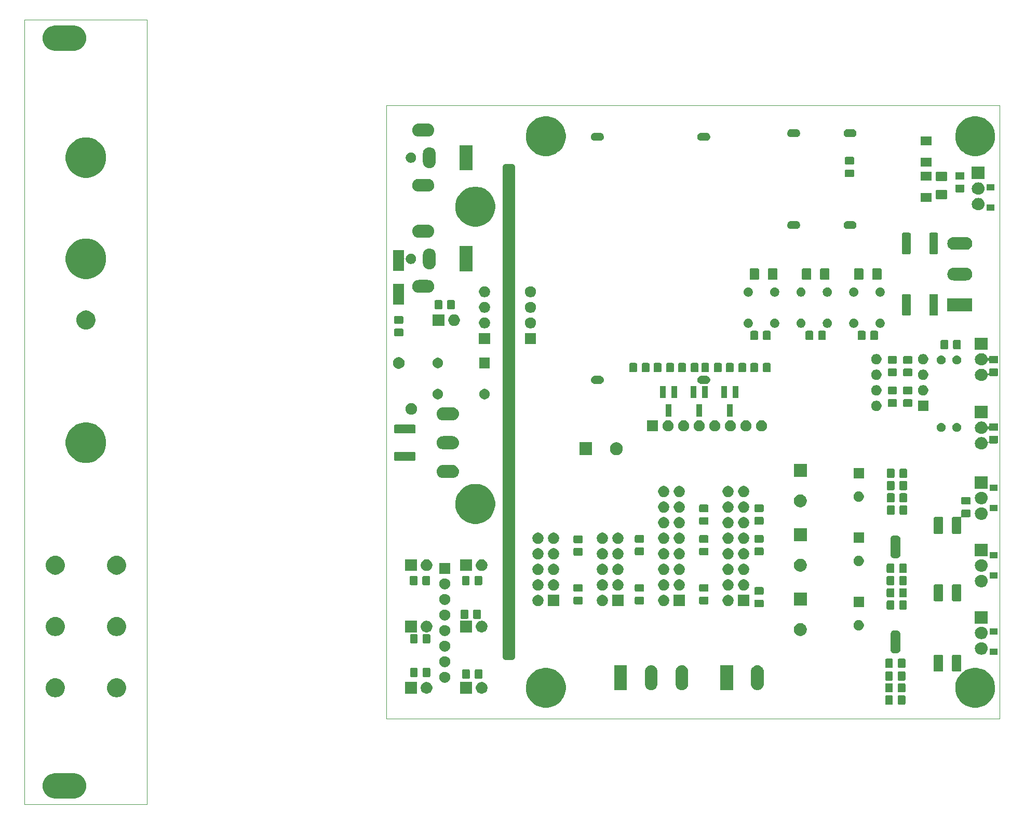
<source format=gbr>
%TF.GenerationSoftware,KiCad,Pcbnew,(5.1.5)-3*%
%TF.CreationDate,2020-03-17T21:27:54+01:00*%
%TF.ProjectId,KicadJE-EuroPowerSupply2,4b696361-644a-4452-9d45-75726f506f77,Rev A*%
%TF.SameCoordinates,Original*%
%TF.FileFunction,Soldermask,Bot*%
%TF.FilePolarity,Negative*%
%FSLAX46Y46*%
G04 Gerber Fmt 4.6, Leading zero omitted, Abs format (unit mm)*
G04 Created by KiCad (PCBNEW (5.1.5)-3) date 2020-03-17 21:27:54*
%MOMM*%
%LPD*%
G04 APERTURE LIST*
%ADD10C,0.050000*%
%ADD11C,1.000000*%
%ADD12C,0.150000*%
G04 APERTURE END LIST*
D10*
X-9000000Y-164000000D02*
X-9000000Y-36000000D01*
X11000000Y-164000000D02*
X-9000000Y-164000000D01*
X11000000Y-36000000D02*
X11000000Y-164000000D01*
X-9000000Y-36000000D02*
X11000000Y-36000000D01*
D11*
X69500000Y-60000000D02*
X70500000Y-60000000D01*
X69500000Y-140000000D02*
X70500000Y-140000000D01*
X70500000Y-60000000D02*
X70500000Y-140000000D01*
X69500000Y-60000000D02*
X69500000Y-140000000D01*
D10*
X50000000Y-150000000D02*
X50000000Y-50000000D01*
X150000000Y-150000000D02*
X50000000Y-150000000D01*
X150000000Y-50000000D02*
X150000000Y-150000000D01*
X50000000Y-50000000D02*
X150000000Y-50000000D01*
D12*
G36*
X-798811Y-158958892D02*
G01*
X-597934Y-158978677D01*
X-211319Y-159095955D01*
X-211316Y-159095956D01*
X144983Y-159286402D01*
X144986Y-159286404D01*
X144987Y-159286405D01*
X457293Y-159542707D01*
X713595Y-159855013D01*
X713598Y-159855017D01*
X904044Y-160211316D01*
X904045Y-160211319D01*
X1021323Y-160597934D01*
X1060923Y-161000000D01*
X1021323Y-161402066D01*
X904045Y-161788681D01*
X904044Y-161788684D01*
X713598Y-162144983D01*
X713596Y-162144986D01*
X713595Y-162144987D01*
X457293Y-162457293D01*
X144987Y-162713595D01*
X144983Y-162713598D01*
X-211316Y-162904044D01*
X-211319Y-162904045D01*
X-597934Y-163021323D01*
X-798811Y-163041108D01*
X-899249Y-163051000D01*
X-4100751Y-163051000D01*
X-4201189Y-163041108D01*
X-4402066Y-163021323D01*
X-4788681Y-162904045D01*
X-4788684Y-162904044D01*
X-5144983Y-162713598D01*
X-5144987Y-162713595D01*
X-5457293Y-162457293D01*
X-5713595Y-162144987D01*
X-5713596Y-162144986D01*
X-5713598Y-162144983D01*
X-5904044Y-161788684D01*
X-5904045Y-161788681D01*
X-6021323Y-161402066D01*
X-6060923Y-161000000D01*
X-6021323Y-160597934D01*
X-5904045Y-160211319D01*
X-5904044Y-160211316D01*
X-5713598Y-159855017D01*
X-5713595Y-159855013D01*
X-5457293Y-159542707D01*
X-5144987Y-159286405D01*
X-5144986Y-159286404D01*
X-5144983Y-159286402D01*
X-4788684Y-159095956D01*
X-4788681Y-159095955D01*
X-4402066Y-158978677D01*
X-4201189Y-158958892D01*
X-4100751Y-158949000D01*
X-899249Y-158949000D01*
X-798811Y-158958892D01*
G37*
G36*
X146550795Y-141794869D02*
G01*
X146948282Y-141873934D01*
X147539926Y-142119001D01*
X147929041Y-142379000D01*
X148072391Y-142474783D01*
X148525217Y-142927609D01*
X148573367Y-142999671D01*
X148880999Y-143460074D01*
X149126066Y-144051718D01*
X149174432Y-144294869D01*
X149251000Y-144679803D01*
X149251000Y-145320197D01*
X149224701Y-145452409D01*
X149126066Y-145948282D01*
X148880999Y-146539926D01*
X148633265Y-146910685D01*
X148525217Y-147072391D01*
X148072391Y-147525217D01*
X148045269Y-147543339D01*
X147539926Y-147880999D01*
X146948282Y-148126066D01*
X146634239Y-148188533D01*
X146320197Y-148251000D01*
X145679803Y-148251000D01*
X145365761Y-148188533D01*
X145051718Y-148126066D01*
X144460074Y-147880999D01*
X143954731Y-147543339D01*
X143927609Y-147525217D01*
X143474783Y-147072391D01*
X143366735Y-146910685D01*
X143119001Y-146539926D01*
X142873934Y-145948282D01*
X142775299Y-145452409D01*
X142749000Y-145320197D01*
X142749000Y-144679803D01*
X142825568Y-144294869D01*
X142873934Y-144051718D01*
X143119001Y-143460074D01*
X143426633Y-142999671D01*
X143474783Y-142927609D01*
X143927609Y-142474783D01*
X144070959Y-142379000D01*
X144460074Y-142119001D01*
X145051718Y-141873934D01*
X145449205Y-141794869D01*
X145679803Y-141749000D01*
X146320197Y-141749000D01*
X146550795Y-141794869D01*
G37*
G36*
X76550795Y-141794869D02*
G01*
X76948282Y-141873934D01*
X77539926Y-142119001D01*
X77929041Y-142379000D01*
X78072391Y-142474783D01*
X78525217Y-142927609D01*
X78573367Y-142999671D01*
X78880999Y-143460074D01*
X79126066Y-144051718D01*
X79174432Y-144294869D01*
X79251000Y-144679803D01*
X79251000Y-145320197D01*
X79224701Y-145452409D01*
X79126066Y-145948282D01*
X78880999Y-146539926D01*
X78633265Y-146910685D01*
X78525217Y-147072391D01*
X78072391Y-147525217D01*
X78045269Y-147543339D01*
X77539926Y-147880999D01*
X76948282Y-148126066D01*
X76634239Y-148188533D01*
X76320197Y-148251000D01*
X75679803Y-148251000D01*
X75365761Y-148188533D01*
X75051718Y-148126066D01*
X74460074Y-147880999D01*
X73954731Y-147543339D01*
X73927609Y-147525217D01*
X73474783Y-147072391D01*
X73366735Y-146910685D01*
X73119001Y-146539926D01*
X72873934Y-145948282D01*
X72775299Y-145452409D01*
X72749000Y-145320197D01*
X72749000Y-144679803D01*
X72825568Y-144294869D01*
X72873934Y-144051718D01*
X73119001Y-143460074D01*
X73426633Y-142999671D01*
X73474783Y-142927609D01*
X73927609Y-142474783D01*
X74070959Y-142379000D01*
X74460074Y-142119001D01*
X75051718Y-141873934D01*
X75449205Y-141794869D01*
X75679803Y-141749000D01*
X76320197Y-141749000D01*
X76550795Y-141794869D01*
G37*
G36*
X132413674Y-146253465D02*
G01*
X132451367Y-146264899D01*
X132486103Y-146283466D01*
X132516548Y-146308452D01*
X132541534Y-146338897D01*
X132560101Y-146373633D01*
X132571535Y-146411326D01*
X132576000Y-146456661D01*
X132576000Y-147543339D01*
X132571535Y-147588674D01*
X132560101Y-147626367D01*
X132541534Y-147661103D01*
X132516548Y-147691548D01*
X132486103Y-147716534D01*
X132451367Y-147735101D01*
X132413674Y-147746535D01*
X132368339Y-147751000D01*
X131531661Y-147751000D01*
X131486326Y-147746535D01*
X131448633Y-147735101D01*
X131413897Y-147716534D01*
X131383452Y-147691548D01*
X131358466Y-147661103D01*
X131339899Y-147626367D01*
X131328465Y-147588674D01*
X131324000Y-147543339D01*
X131324000Y-146456661D01*
X131328465Y-146411326D01*
X131339899Y-146373633D01*
X131358466Y-146338897D01*
X131383452Y-146308452D01*
X131413897Y-146283466D01*
X131448633Y-146264899D01*
X131486326Y-146253465D01*
X131531661Y-146249000D01*
X132368339Y-146249000D01*
X132413674Y-146253465D01*
G37*
G36*
X134463674Y-146253465D02*
G01*
X134501367Y-146264899D01*
X134536103Y-146283466D01*
X134566548Y-146308452D01*
X134591534Y-146338897D01*
X134610101Y-146373633D01*
X134621535Y-146411326D01*
X134626000Y-146456661D01*
X134626000Y-147543339D01*
X134621535Y-147588674D01*
X134610101Y-147626367D01*
X134591534Y-147661103D01*
X134566548Y-147691548D01*
X134536103Y-147716534D01*
X134501367Y-147735101D01*
X134463674Y-147746535D01*
X134418339Y-147751000D01*
X133581661Y-147751000D01*
X133536326Y-147746535D01*
X133498633Y-147735101D01*
X133463897Y-147716534D01*
X133433452Y-147691548D01*
X133408466Y-147661103D01*
X133389899Y-147626367D01*
X133378465Y-147588674D01*
X133374000Y-147543339D01*
X133374000Y-146456661D01*
X133378465Y-146411326D01*
X133389899Y-146373633D01*
X133408466Y-146338897D01*
X133433452Y-146308452D01*
X133463897Y-146283466D01*
X133498633Y-146264899D01*
X133536326Y-146253465D01*
X133581661Y-146249000D01*
X134418339Y-146249000D01*
X134463674Y-146253465D01*
G37*
G36*
X-3759090Y-143466534D02*
G01*
X-3547590Y-143508604D01*
X-3265326Y-143625521D01*
X-3011295Y-143795259D01*
X-2795259Y-144011295D01*
X-2625521Y-144265326D01*
X-2508604Y-144547590D01*
X-2504876Y-144566332D01*
X-2449000Y-144847239D01*
X-2449000Y-145152761D01*
X-2461330Y-145214748D01*
X-2508604Y-145452410D01*
X-2625521Y-145734674D01*
X-2795259Y-145988705D01*
X-3011295Y-146204741D01*
X-3265326Y-146374479D01*
X-3547590Y-146491396D01*
X-3697289Y-146521173D01*
X-3847239Y-146551000D01*
X-4152761Y-146551000D01*
X-4302711Y-146521173D01*
X-4452410Y-146491396D01*
X-4734674Y-146374479D01*
X-4988705Y-146204741D01*
X-5204741Y-145988705D01*
X-5374479Y-145734674D01*
X-5491396Y-145452410D01*
X-5538670Y-145214748D01*
X-5551000Y-145152761D01*
X-5551000Y-144847239D01*
X-5495124Y-144566332D01*
X-5491396Y-144547590D01*
X-5374479Y-144265326D01*
X-5204741Y-144011295D01*
X-4988705Y-143795259D01*
X-4734674Y-143625521D01*
X-4452410Y-143508604D01*
X-4240910Y-143466534D01*
X-4152761Y-143449000D01*
X-3847239Y-143449000D01*
X-3759090Y-143466534D01*
G37*
G36*
X6240910Y-143466534D02*
G01*
X6452410Y-143508604D01*
X6734674Y-143625521D01*
X6988705Y-143795259D01*
X7204741Y-144011295D01*
X7374479Y-144265326D01*
X7491396Y-144547590D01*
X7495124Y-144566332D01*
X7551000Y-144847239D01*
X7551000Y-145152761D01*
X7538670Y-145214748D01*
X7491396Y-145452410D01*
X7374479Y-145734674D01*
X7204741Y-145988705D01*
X6988705Y-146204741D01*
X6734674Y-146374479D01*
X6452410Y-146491396D01*
X6302711Y-146521173D01*
X6152761Y-146551000D01*
X5847239Y-146551000D01*
X5697289Y-146521173D01*
X5547590Y-146491396D01*
X5265326Y-146374479D01*
X5011295Y-146204741D01*
X4795259Y-145988705D01*
X4625521Y-145734674D01*
X4508604Y-145452410D01*
X4461330Y-145214748D01*
X4449000Y-145152761D01*
X4449000Y-144847239D01*
X4504876Y-144566332D01*
X4508604Y-144547590D01*
X4625521Y-144265326D01*
X4795259Y-144011295D01*
X5011295Y-143795259D01*
X5265326Y-143625521D01*
X5547590Y-143508604D01*
X5759090Y-143466534D01*
X5847239Y-143449000D01*
X6152761Y-143449000D01*
X6240910Y-143466534D01*
G37*
G36*
X65817395Y-144085546D02*
G01*
X65990466Y-144157234D01*
X65990467Y-144157235D01*
X66146227Y-144261310D01*
X66278690Y-144393773D01*
X66290418Y-144411326D01*
X66382766Y-144549534D01*
X66454454Y-144722605D01*
X66491000Y-144906333D01*
X66491000Y-145093667D01*
X66454454Y-145277395D01*
X66382766Y-145450466D01*
X66381467Y-145452410D01*
X66278690Y-145606227D01*
X66146227Y-145738690D01*
X66067818Y-145791081D01*
X65990466Y-145842766D01*
X65817395Y-145914454D01*
X65633667Y-145951000D01*
X65446333Y-145951000D01*
X65262605Y-145914454D01*
X65089534Y-145842766D01*
X65012182Y-145791081D01*
X64933773Y-145738690D01*
X64801310Y-145606227D01*
X64698533Y-145452410D01*
X64697234Y-145450466D01*
X64625546Y-145277395D01*
X64589000Y-145093667D01*
X64589000Y-144906333D01*
X64625546Y-144722605D01*
X64697234Y-144549534D01*
X64789582Y-144411326D01*
X64801310Y-144393773D01*
X64933773Y-144261310D01*
X65089533Y-144157235D01*
X65089534Y-144157234D01*
X65262605Y-144085546D01*
X65446333Y-144049000D01*
X65633667Y-144049000D01*
X65817395Y-144085546D01*
G37*
G36*
X54951000Y-145951000D02*
G01*
X53049000Y-145951000D01*
X53049000Y-144049000D01*
X54951000Y-144049000D01*
X54951000Y-145951000D01*
G37*
G36*
X63951000Y-145951000D02*
G01*
X62049000Y-145951000D01*
X62049000Y-144049000D01*
X63951000Y-144049000D01*
X63951000Y-145951000D01*
G37*
G36*
X56817395Y-144085546D02*
G01*
X56990466Y-144157234D01*
X56990467Y-144157235D01*
X57146227Y-144261310D01*
X57278690Y-144393773D01*
X57290418Y-144411326D01*
X57382766Y-144549534D01*
X57454454Y-144722605D01*
X57491000Y-144906333D01*
X57491000Y-145093667D01*
X57454454Y-145277395D01*
X57382766Y-145450466D01*
X57381467Y-145452410D01*
X57278690Y-145606227D01*
X57146227Y-145738690D01*
X57067818Y-145791081D01*
X56990466Y-145842766D01*
X56817395Y-145914454D01*
X56633667Y-145951000D01*
X56446333Y-145951000D01*
X56262605Y-145914454D01*
X56089534Y-145842766D01*
X56012182Y-145791081D01*
X55933773Y-145738690D01*
X55801310Y-145606227D01*
X55698533Y-145452410D01*
X55697234Y-145450466D01*
X55625546Y-145277395D01*
X55589000Y-145093667D01*
X55589000Y-144906333D01*
X55625546Y-144722605D01*
X55697234Y-144549534D01*
X55789582Y-144411326D01*
X55801310Y-144393773D01*
X55933773Y-144261310D01*
X56089533Y-144157235D01*
X56089534Y-144157234D01*
X56262605Y-144085546D01*
X56446333Y-144049000D01*
X56633667Y-144049000D01*
X56817395Y-144085546D01*
G37*
G36*
X132413674Y-144253465D02*
G01*
X132451367Y-144264899D01*
X132486103Y-144283466D01*
X132516548Y-144308452D01*
X132541534Y-144338897D01*
X132560101Y-144373633D01*
X132571535Y-144411326D01*
X132576000Y-144456661D01*
X132576000Y-145543339D01*
X132571535Y-145588674D01*
X132560101Y-145626367D01*
X132541534Y-145661103D01*
X132516548Y-145691548D01*
X132486103Y-145716534D01*
X132451367Y-145735101D01*
X132413674Y-145746535D01*
X132368339Y-145751000D01*
X131531661Y-145751000D01*
X131486326Y-145746535D01*
X131448633Y-145735101D01*
X131413897Y-145716534D01*
X131383452Y-145691548D01*
X131358466Y-145661103D01*
X131339899Y-145626367D01*
X131328465Y-145588674D01*
X131324000Y-145543339D01*
X131324000Y-144456661D01*
X131328465Y-144411326D01*
X131339899Y-144373633D01*
X131358466Y-144338897D01*
X131383452Y-144308452D01*
X131413897Y-144283466D01*
X131448633Y-144264899D01*
X131486326Y-144253465D01*
X131531661Y-144249000D01*
X132368339Y-144249000D01*
X132413674Y-144253465D01*
G37*
G36*
X134463674Y-144253465D02*
G01*
X134501367Y-144264899D01*
X134536103Y-144283466D01*
X134566548Y-144308452D01*
X134591534Y-144338897D01*
X134610101Y-144373633D01*
X134621535Y-144411326D01*
X134626000Y-144456661D01*
X134626000Y-145543339D01*
X134621535Y-145588674D01*
X134610101Y-145626367D01*
X134591534Y-145661103D01*
X134566548Y-145691548D01*
X134536103Y-145716534D01*
X134501367Y-145735101D01*
X134463674Y-145746535D01*
X134418339Y-145751000D01*
X133581661Y-145751000D01*
X133536326Y-145746535D01*
X133498633Y-145735101D01*
X133463897Y-145716534D01*
X133433452Y-145691548D01*
X133408466Y-145661103D01*
X133389899Y-145626367D01*
X133378465Y-145588674D01*
X133374000Y-145543339D01*
X133374000Y-144456661D01*
X133378465Y-144411326D01*
X133389899Y-144373633D01*
X133408466Y-144338897D01*
X133433452Y-144308452D01*
X133463897Y-144283466D01*
X133498633Y-144264899D01*
X133536326Y-144253465D01*
X133581661Y-144249000D01*
X134418339Y-144249000D01*
X134463674Y-144253465D01*
G37*
G36*
X98379072Y-141339064D02*
G01*
X98575301Y-141398590D01*
X98756147Y-141495254D01*
X98797438Y-141529141D01*
X98914661Y-141625341D01*
X99044749Y-141783856D01*
X99112883Y-141911326D01*
X99141412Y-141964700D01*
X99200938Y-142160929D01*
X99216001Y-142313869D01*
X99216001Y-144396133D01*
X99200938Y-144549073D01*
X99141412Y-144745302D01*
X99141411Y-144745304D01*
X99044749Y-144926146D01*
X98914661Y-145084661D01*
X98756146Y-145214749D01*
X98594011Y-145301412D01*
X98575302Y-145311412D01*
X98379073Y-145370938D01*
X98175001Y-145391037D01*
X97970930Y-145370938D01*
X97774701Y-145311412D01*
X97755992Y-145301412D01*
X97593857Y-145214749D01*
X97435342Y-145084661D01*
X97305254Y-144926146D01*
X97208592Y-144745304D01*
X97208591Y-144745302D01*
X97149065Y-144549073D01*
X97134002Y-144396133D01*
X97134001Y-142313870D01*
X97134136Y-142312504D01*
X97146880Y-142183105D01*
X97149064Y-142160930D01*
X97208590Y-141964701D01*
X97305254Y-141783855D01*
X97349220Y-141730282D01*
X97435341Y-141625341D01*
X97593856Y-141495253D01*
X97774698Y-141398591D01*
X97774700Y-141398590D01*
X97970929Y-141339064D01*
X98175001Y-141318965D01*
X98379072Y-141339064D01*
G37*
G36*
X93379072Y-141339064D02*
G01*
X93575301Y-141398590D01*
X93756147Y-141495254D01*
X93797438Y-141529141D01*
X93914661Y-141625341D01*
X94044749Y-141783856D01*
X94112883Y-141911326D01*
X94141412Y-141964700D01*
X94200938Y-142160929D01*
X94216001Y-142313869D01*
X94216001Y-144396133D01*
X94200938Y-144549073D01*
X94141412Y-144745302D01*
X94141411Y-144745304D01*
X94044749Y-144926146D01*
X93914661Y-145084661D01*
X93756146Y-145214749D01*
X93594011Y-145301412D01*
X93575302Y-145311412D01*
X93379073Y-145370938D01*
X93175001Y-145391037D01*
X92970930Y-145370938D01*
X92774701Y-145311412D01*
X92755992Y-145301412D01*
X92593857Y-145214749D01*
X92435342Y-145084661D01*
X92305254Y-144926146D01*
X92208592Y-144745304D01*
X92208591Y-144745302D01*
X92149065Y-144549073D01*
X92134002Y-144396133D01*
X92134001Y-142313870D01*
X92134136Y-142312504D01*
X92146880Y-142183105D01*
X92149064Y-142160930D01*
X92208590Y-141964701D01*
X92305254Y-141783855D01*
X92349220Y-141730282D01*
X92435341Y-141625341D01*
X92593856Y-141495253D01*
X92774698Y-141398591D01*
X92774700Y-141398590D01*
X92970929Y-141339064D01*
X93175001Y-141318965D01*
X93379072Y-141339064D01*
G37*
G36*
X89216001Y-145386001D02*
G01*
X87134001Y-145386001D01*
X87134001Y-141324001D01*
X89216001Y-141324001D01*
X89216001Y-145386001D01*
G37*
G36*
X110679072Y-141329064D02*
G01*
X110875301Y-141388590D01*
X111056147Y-141485254D01*
X111068332Y-141495254D01*
X111214661Y-141615341D01*
X111344749Y-141773856D01*
X111398081Y-141873633D01*
X111441412Y-141954700D01*
X111500938Y-142150929D01*
X111516001Y-142303869D01*
X111516001Y-144386133D01*
X111500938Y-144539073D01*
X111441412Y-144735302D01*
X111441411Y-144735304D01*
X111344749Y-144916146D01*
X111214661Y-145074661D01*
X111056146Y-145204749D01*
X110920233Y-145277396D01*
X110875302Y-145301412D01*
X110679073Y-145360938D01*
X110475001Y-145381037D01*
X110270930Y-145360938D01*
X110074701Y-145301412D01*
X110029770Y-145277396D01*
X109893857Y-145204749D01*
X109735342Y-145074661D01*
X109605254Y-144916146D01*
X109508592Y-144735304D01*
X109508591Y-144735302D01*
X109449065Y-144539073D01*
X109434002Y-144386133D01*
X109434001Y-142303870D01*
X109449064Y-142150930D01*
X109508590Y-141954701D01*
X109605254Y-141773855D01*
X109672801Y-141691548D01*
X109735341Y-141615341D01*
X109893856Y-141485253D01*
X110074698Y-141388591D01*
X110074700Y-141388590D01*
X110270929Y-141329064D01*
X110475001Y-141308965D01*
X110679072Y-141329064D01*
G37*
G36*
X106516001Y-145376001D02*
G01*
X104434001Y-145376001D01*
X104434001Y-141314001D01*
X106516001Y-141314001D01*
X106516001Y-145376001D01*
G37*
G36*
X59611118Y-142383451D02*
G01*
X59762812Y-142413624D01*
X59926784Y-142481544D01*
X60074354Y-142580147D01*
X60199853Y-142705646D01*
X60298456Y-142853216D01*
X60366376Y-143017188D01*
X60401000Y-143191259D01*
X60401000Y-143368741D01*
X60366376Y-143542812D01*
X60298456Y-143706784D01*
X60199853Y-143854354D01*
X60074354Y-143979853D01*
X59926784Y-144078456D01*
X59762812Y-144146376D01*
X59613512Y-144176073D01*
X59588742Y-144181000D01*
X59411258Y-144181000D01*
X59386488Y-144176073D01*
X59237188Y-144146376D01*
X59073216Y-144078456D01*
X58925646Y-143979853D01*
X58800147Y-143854354D01*
X58701544Y-143706784D01*
X58633624Y-143542812D01*
X58599000Y-143368741D01*
X58599000Y-143191259D01*
X58633624Y-143017188D01*
X58701544Y-142853216D01*
X58800147Y-142705646D01*
X58925646Y-142580147D01*
X59073216Y-142481544D01*
X59237188Y-142413624D01*
X59388882Y-142383451D01*
X59411258Y-142379000D01*
X59588742Y-142379000D01*
X59611118Y-142383451D01*
G37*
G36*
X132413674Y-142328464D02*
G01*
X132451367Y-142339898D01*
X132486103Y-142358465D01*
X132516548Y-142383451D01*
X132541534Y-142413896D01*
X132560101Y-142448632D01*
X132571535Y-142486325D01*
X132576000Y-142531660D01*
X132576000Y-143618338D01*
X132571535Y-143663673D01*
X132560101Y-143701366D01*
X132541534Y-143736102D01*
X132516548Y-143766547D01*
X132486103Y-143791533D01*
X132451367Y-143810100D01*
X132413674Y-143821534D01*
X132368339Y-143825999D01*
X131531661Y-143825999D01*
X131486326Y-143821534D01*
X131448633Y-143810100D01*
X131413897Y-143791533D01*
X131383452Y-143766547D01*
X131358466Y-143736102D01*
X131339899Y-143701366D01*
X131328465Y-143663673D01*
X131324000Y-143618338D01*
X131324000Y-142531660D01*
X131328465Y-142486325D01*
X131339899Y-142448632D01*
X131358466Y-142413896D01*
X131383452Y-142383451D01*
X131413897Y-142358465D01*
X131448633Y-142339898D01*
X131486326Y-142328464D01*
X131531661Y-142323999D01*
X132368339Y-142323999D01*
X132413674Y-142328464D01*
G37*
G36*
X134463674Y-142328464D02*
G01*
X134501367Y-142339898D01*
X134536103Y-142358465D01*
X134566548Y-142383451D01*
X134591534Y-142413896D01*
X134610101Y-142448632D01*
X134621535Y-142486325D01*
X134626000Y-142531660D01*
X134626000Y-143618338D01*
X134621535Y-143663673D01*
X134610101Y-143701366D01*
X134591534Y-143736102D01*
X134566548Y-143766547D01*
X134536103Y-143791533D01*
X134501367Y-143810100D01*
X134463674Y-143821534D01*
X134418339Y-143825999D01*
X133581661Y-143825999D01*
X133536326Y-143821534D01*
X133498633Y-143810100D01*
X133463897Y-143791533D01*
X133433452Y-143766547D01*
X133408466Y-143736102D01*
X133389899Y-143701366D01*
X133378465Y-143663673D01*
X133374000Y-143618338D01*
X133374000Y-142531660D01*
X133378465Y-142486325D01*
X133389899Y-142448632D01*
X133408466Y-142413896D01*
X133433452Y-142383451D01*
X133463897Y-142358465D01*
X133498633Y-142339898D01*
X133536326Y-142328464D01*
X133581661Y-142323999D01*
X134418339Y-142323999D01*
X134463674Y-142328464D01*
G37*
G36*
X65488674Y-142003465D02*
G01*
X65526367Y-142014899D01*
X65561103Y-142033466D01*
X65591548Y-142058452D01*
X65616534Y-142088897D01*
X65635101Y-142123633D01*
X65646535Y-142161326D01*
X65651000Y-142206661D01*
X65651000Y-143293339D01*
X65646535Y-143338674D01*
X65635101Y-143376367D01*
X65616534Y-143411103D01*
X65591548Y-143441548D01*
X65561103Y-143466534D01*
X65526367Y-143485101D01*
X65488674Y-143496535D01*
X65443339Y-143501000D01*
X64606661Y-143501000D01*
X64561326Y-143496535D01*
X64523633Y-143485101D01*
X64488897Y-143466534D01*
X64458452Y-143441548D01*
X64433466Y-143411103D01*
X64414899Y-143376367D01*
X64403465Y-143338674D01*
X64399000Y-143293339D01*
X64399000Y-142206661D01*
X64403465Y-142161326D01*
X64414899Y-142123633D01*
X64433466Y-142088897D01*
X64458452Y-142058452D01*
X64488897Y-142033466D01*
X64523633Y-142014899D01*
X64561326Y-142003465D01*
X64606661Y-141999000D01*
X65443339Y-141999000D01*
X65488674Y-142003465D01*
G37*
G36*
X63438674Y-142003465D02*
G01*
X63476367Y-142014899D01*
X63511103Y-142033466D01*
X63541548Y-142058452D01*
X63566534Y-142088897D01*
X63585101Y-142123633D01*
X63596535Y-142161326D01*
X63601000Y-142206661D01*
X63601000Y-143293339D01*
X63596535Y-143338674D01*
X63585101Y-143376367D01*
X63566534Y-143411103D01*
X63541548Y-143441548D01*
X63511103Y-143466534D01*
X63476367Y-143485101D01*
X63438674Y-143496535D01*
X63393339Y-143501000D01*
X62556661Y-143501000D01*
X62511326Y-143496535D01*
X62473633Y-143485101D01*
X62438897Y-143466534D01*
X62408452Y-143441548D01*
X62383466Y-143411103D01*
X62364899Y-143376367D01*
X62353465Y-143338674D01*
X62349000Y-143293339D01*
X62349000Y-142206661D01*
X62353465Y-142161326D01*
X62364899Y-142123633D01*
X62383466Y-142088897D01*
X62408452Y-142058452D01*
X62438897Y-142033466D01*
X62473633Y-142014899D01*
X62511326Y-142003465D01*
X62556661Y-141999000D01*
X63393339Y-141999000D01*
X63438674Y-142003465D01*
G37*
G36*
X54938674Y-141753465D02*
G01*
X54976367Y-141764899D01*
X55011103Y-141783466D01*
X55041548Y-141808452D01*
X55066534Y-141838897D01*
X55085101Y-141873633D01*
X55096535Y-141911326D01*
X55101000Y-141956661D01*
X55101000Y-143043339D01*
X55096535Y-143088674D01*
X55085101Y-143126367D01*
X55066534Y-143161103D01*
X55041548Y-143191548D01*
X55011103Y-143216534D01*
X54976367Y-143235101D01*
X54938674Y-143246535D01*
X54893339Y-143251000D01*
X54056661Y-143251000D01*
X54011326Y-143246535D01*
X53973633Y-143235101D01*
X53938897Y-143216534D01*
X53908452Y-143191548D01*
X53883466Y-143161103D01*
X53864899Y-143126367D01*
X53853465Y-143088674D01*
X53849000Y-143043339D01*
X53849000Y-141956661D01*
X53853465Y-141911326D01*
X53864899Y-141873633D01*
X53883466Y-141838897D01*
X53908452Y-141808452D01*
X53938897Y-141783466D01*
X53973633Y-141764899D01*
X54011326Y-141753465D01*
X54056661Y-141749000D01*
X54893339Y-141749000D01*
X54938674Y-141753465D01*
G37*
G36*
X56988674Y-141753465D02*
G01*
X57026367Y-141764899D01*
X57061103Y-141783466D01*
X57091548Y-141808452D01*
X57116534Y-141838897D01*
X57135101Y-141873633D01*
X57146535Y-141911326D01*
X57151000Y-141956661D01*
X57151000Y-143043339D01*
X57146535Y-143088674D01*
X57135101Y-143126367D01*
X57116534Y-143161103D01*
X57091548Y-143191548D01*
X57061103Y-143216534D01*
X57026367Y-143235101D01*
X56988674Y-143246535D01*
X56943339Y-143251000D01*
X56106661Y-143251000D01*
X56061326Y-143246535D01*
X56023633Y-143235101D01*
X55988897Y-143216534D01*
X55958452Y-143191548D01*
X55933466Y-143161103D01*
X55914899Y-143126367D01*
X55903465Y-143088674D01*
X55899000Y-143043339D01*
X55899000Y-141956661D01*
X55903465Y-141911326D01*
X55914899Y-141873633D01*
X55933466Y-141838897D01*
X55958452Y-141808452D01*
X55988897Y-141783466D01*
X56023633Y-141764899D01*
X56061326Y-141753465D01*
X56106661Y-141749000D01*
X56943339Y-141749000D01*
X56988674Y-141753465D01*
G37*
G36*
X140625562Y-139628181D02*
G01*
X140660481Y-139638774D01*
X140692663Y-139655976D01*
X140720873Y-139679127D01*
X140744024Y-139707337D01*
X140761226Y-139739519D01*
X140771819Y-139774438D01*
X140776000Y-139816895D01*
X140776000Y-142183105D01*
X140771819Y-142225562D01*
X140761226Y-142260481D01*
X140744024Y-142292663D01*
X140720873Y-142320873D01*
X140692663Y-142344024D01*
X140660481Y-142361226D01*
X140625562Y-142371819D01*
X140583105Y-142376000D01*
X139441895Y-142376000D01*
X139399438Y-142371819D01*
X139364519Y-142361226D01*
X139332337Y-142344024D01*
X139304127Y-142320873D01*
X139280976Y-142292663D01*
X139263774Y-142260481D01*
X139253181Y-142225562D01*
X139249000Y-142183105D01*
X139249000Y-139816895D01*
X139253181Y-139774438D01*
X139263774Y-139739519D01*
X139280976Y-139707337D01*
X139304127Y-139679127D01*
X139332337Y-139655976D01*
X139364519Y-139638774D01*
X139399438Y-139628181D01*
X139441895Y-139624000D01*
X140583105Y-139624000D01*
X140625562Y-139628181D01*
G37*
G36*
X143600562Y-139628181D02*
G01*
X143635481Y-139638774D01*
X143667663Y-139655976D01*
X143695873Y-139679127D01*
X143719024Y-139707337D01*
X143736226Y-139739519D01*
X143746819Y-139774438D01*
X143751000Y-139816895D01*
X143751000Y-142183105D01*
X143746819Y-142225562D01*
X143736226Y-142260481D01*
X143719024Y-142292663D01*
X143695873Y-142320873D01*
X143667663Y-142344024D01*
X143635481Y-142361226D01*
X143600562Y-142371819D01*
X143558105Y-142376000D01*
X142416895Y-142376000D01*
X142374438Y-142371819D01*
X142339519Y-142361226D01*
X142307337Y-142344024D01*
X142279127Y-142320873D01*
X142255976Y-142292663D01*
X142238774Y-142260481D01*
X142228181Y-142225562D01*
X142224000Y-142183105D01*
X142224000Y-139816895D01*
X142228181Y-139774438D01*
X142238774Y-139739519D01*
X142255976Y-139707337D01*
X142279127Y-139679127D01*
X142307337Y-139655976D01*
X142339519Y-139638774D01*
X142374438Y-139628181D01*
X142416895Y-139624000D01*
X143558105Y-139624000D01*
X143600562Y-139628181D01*
G37*
G36*
X132413674Y-140253465D02*
G01*
X132451367Y-140264899D01*
X132486103Y-140283466D01*
X132516548Y-140308452D01*
X132541534Y-140338897D01*
X132560101Y-140373633D01*
X132571535Y-140411326D01*
X132576000Y-140456661D01*
X132576000Y-141543339D01*
X132571535Y-141588674D01*
X132560101Y-141626367D01*
X132541534Y-141661103D01*
X132516548Y-141691548D01*
X132486103Y-141716534D01*
X132451367Y-141735101D01*
X132413674Y-141746535D01*
X132368339Y-141751000D01*
X131531661Y-141751000D01*
X131486326Y-141746535D01*
X131448633Y-141735101D01*
X131413897Y-141716534D01*
X131383452Y-141691548D01*
X131358466Y-141661103D01*
X131339899Y-141626367D01*
X131328465Y-141588674D01*
X131324000Y-141543339D01*
X131324000Y-140456661D01*
X131328465Y-140411326D01*
X131339899Y-140373633D01*
X131358466Y-140338897D01*
X131383452Y-140308452D01*
X131413897Y-140283466D01*
X131448633Y-140264899D01*
X131486326Y-140253465D01*
X131531661Y-140249000D01*
X132368339Y-140249000D01*
X132413674Y-140253465D01*
G37*
G36*
X134463674Y-140253465D02*
G01*
X134501367Y-140264899D01*
X134536103Y-140283466D01*
X134566548Y-140308452D01*
X134591534Y-140338897D01*
X134610101Y-140373633D01*
X134621535Y-140411326D01*
X134626000Y-140456661D01*
X134626000Y-141543339D01*
X134621535Y-141588674D01*
X134610101Y-141626367D01*
X134591534Y-141661103D01*
X134566548Y-141691548D01*
X134536103Y-141716534D01*
X134501367Y-141735101D01*
X134463674Y-141746535D01*
X134418339Y-141751000D01*
X133581661Y-141751000D01*
X133536326Y-141746535D01*
X133498633Y-141735101D01*
X133463897Y-141716534D01*
X133433452Y-141691548D01*
X133408466Y-141661103D01*
X133389899Y-141626367D01*
X133378465Y-141588674D01*
X133374000Y-141543339D01*
X133374000Y-140456661D01*
X133378465Y-140411326D01*
X133389899Y-140373633D01*
X133408466Y-140338897D01*
X133433452Y-140308452D01*
X133463897Y-140283466D01*
X133498633Y-140264899D01*
X133536326Y-140253465D01*
X133581661Y-140249000D01*
X134418339Y-140249000D01*
X134463674Y-140253465D01*
G37*
G36*
X59613512Y-139843927D02*
G01*
X59762812Y-139873624D01*
X59926784Y-139941544D01*
X60074354Y-140040147D01*
X60199853Y-140165646D01*
X60298456Y-140313216D01*
X60366376Y-140477188D01*
X60401000Y-140651259D01*
X60401000Y-140828741D01*
X60366376Y-141002812D01*
X60298456Y-141166784D01*
X60199853Y-141314354D01*
X60074354Y-141439853D01*
X59926784Y-141538456D01*
X59762812Y-141606376D01*
X59613512Y-141636073D01*
X59588742Y-141641000D01*
X59411258Y-141641000D01*
X59386488Y-141636073D01*
X59237188Y-141606376D01*
X59073216Y-141538456D01*
X58925646Y-141439853D01*
X58800147Y-141314354D01*
X58701544Y-141166784D01*
X58633624Y-141002812D01*
X58599000Y-140828741D01*
X58599000Y-140651259D01*
X58633624Y-140477188D01*
X58701544Y-140313216D01*
X58800147Y-140165646D01*
X58925646Y-140040147D01*
X59073216Y-139941544D01*
X59237188Y-139873624D01*
X59386488Y-139843927D01*
X59411258Y-139839000D01*
X59588742Y-139839000D01*
X59613512Y-139843927D01*
G37*
G36*
X149651000Y-139651000D02*
G01*
X148349000Y-139651000D01*
X148349000Y-138649000D01*
X149651000Y-138649000D01*
X149651000Y-139651000D01*
G37*
G36*
X147145936Y-137581340D02*
G01*
X147244220Y-137591020D01*
X147433381Y-137648401D01*
X147607712Y-137741583D01*
X147760515Y-137866985D01*
X147885917Y-138019788D01*
X147979099Y-138194119D01*
X148036480Y-138383280D01*
X148055855Y-138580000D01*
X148036480Y-138776720D01*
X147979099Y-138965881D01*
X147885917Y-139140212D01*
X147760515Y-139293015D01*
X147607712Y-139418417D01*
X147433381Y-139511599D01*
X147244220Y-139568980D01*
X147145936Y-139578660D01*
X147096795Y-139583500D01*
X146903205Y-139583500D01*
X146854064Y-139578660D01*
X146755780Y-139568980D01*
X146566619Y-139511599D01*
X146392288Y-139418417D01*
X146239485Y-139293015D01*
X146114083Y-139140212D01*
X146020901Y-138965881D01*
X145963520Y-138776720D01*
X145944145Y-138580000D01*
X145963520Y-138383280D01*
X146020901Y-138194119D01*
X146114083Y-138019788D01*
X146239485Y-137866985D01*
X146392288Y-137741583D01*
X146566619Y-137648401D01*
X146755780Y-137591020D01*
X146854064Y-137581340D01*
X146903205Y-137576500D01*
X147096795Y-137576500D01*
X147145936Y-137581340D01*
G37*
G36*
X133262199Y-135649954D02*
G01*
X133274450Y-135650556D01*
X133292869Y-135650556D01*
X133315149Y-135652750D01*
X133399233Y-135669476D01*
X133420660Y-135675976D01*
X133499858Y-135708780D01*
X133505303Y-135711691D01*
X133505309Y-135711693D01*
X133514169Y-135716429D01*
X133514173Y-135716432D01*
X133519614Y-135719340D01*
X133590899Y-135766971D01*
X133608204Y-135781172D01*
X133668828Y-135841796D01*
X133683029Y-135859101D01*
X133730660Y-135930386D01*
X133733568Y-135935827D01*
X133733571Y-135935831D01*
X133738307Y-135944691D01*
X133738309Y-135944697D01*
X133741220Y-135950142D01*
X133774024Y-136029340D01*
X133780524Y-136050767D01*
X133797250Y-136134851D01*
X133799444Y-136157131D01*
X133799444Y-136175550D01*
X133800046Y-136187801D01*
X133801852Y-136206139D01*
X133801852Y-136743860D01*
X133800263Y-136759999D01*
X133795855Y-136774528D01*
X133790394Y-136787711D01*
X133785612Y-136811745D01*
X133785611Y-136836249D01*
X133790391Y-136860282D01*
X133799768Y-136882921D01*
X133801000Y-136884765D01*
X133801000Y-138116050D01*
X133794525Y-138128164D01*
X133787412Y-138151613D01*
X133785010Y-138175999D01*
X133787412Y-138200385D01*
X133794525Y-138223834D01*
X133796848Y-138228746D01*
X133800263Y-138240001D01*
X133801852Y-138256140D01*
X133801852Y-138793862D01*
X133800046Y-138812199D01*
X133799444Y-138824450D01*
X133799444Y-138842869D01*
X133797250Y-138865149D01*
X133780524Y-138949233D01*
X133774024Y-138970660D01*
X133741220Y-139049858D01*
X133738309Y-139055303D01*
X133738307Y-139055309D01*
X133733571Y-139064169D01*
X133733568Y-139064173D01*
X133730660Y-139069614D01*
X133683029Y-139140899D01*
X133668828Y-139158204D01*
X133608204Y-139218828D01*
X133590899Y-139233029D01*
X133519614Y-139280660D01*
X133514173Y-139283568D01*
X133514169Y-139283571D01*
X133505309Y-139288307D01*
X133505303Y-139288309D01*
X133499858Y-139291220D01*
X133420660Y-139324024D01*
X133399233Y-139330524D01*
X133315149Y-139347250D01*
X133292869Y-139349444D01*
X133274450Y-139349444D01*
X133262199Y-139350046D01*
X133243862Y-139351852D01*
X132756138Y-139351852D01*
X132737801Y-139350046D01*
X132725550Y-139349444D01*
X132707131Y-139349444D01*
X132684851Y-139347250D01*
X132600767Y-139330524D01*
X132579340Y-139324024D01*
X132500142Y-139291220D01*
X132494697Y-139288309D01*
X132494691Y-139288307D01*
X132485831Y-139283571D01*
X132485827Y-139283568D01*
X132480386Y-139280660D01*
X132409101Y-139233029D01*
X132391796Y-139218828D01*
X132331172Y-139158204D01*
X132316971Y-139140899D01*
X132269340Y-139069614D01*
X132266432Y-139064173D01*
X132266429Y-139064169D01*
X132261693Y-139055309D01*
X132261691Y-139055303D01*
X132258780Y-139049858D01*
X132225976Y-138970660D01*
X132219476Y-138949233D01*
X132202750Y-138865149D01*
X132200556Y-138842869D01*
X132200556Y-138824450D01*
X132199954Y-138812199D01*
X132198148Y-138793862D01*
X132198148Y-138256140D01*
X132199737Y-138240001D01*
X132204145Y-138225472D01*
X132209606Y-138212289D01*
X132214388Y-138188255D01*
X132214389Y-138163751D01*
X132209609Y-138139718D01*
X132200232Y-138117079D01*
X132199000Y-138115235D01*
X132199000Y-136883950D01*
X132205475Y-136871836D01*
X132212588Y-136848387D01*
X132214990Y-136824001D01*
X132212588Y-136799615D01*
X132205475Y-136776166D01*
X132203152Y-136771254D01*
X132199737Y-136759999D01*
X132198148Y-136743860D01*
X132198148Y-136206139D01*
X132199954Y-136187801D01*
X132200556Y-136175550D01*
X132200556Y-136157131D01*
X132202750Y-136134851D01*
X132219476Y-136050767D01*
X132225976Y-136029340D01*
X132258780Y-135950142D01*
X132261691Y-135944697D01*
X132261693Y-135944691D01*
X132266429Y-135935831D01*
X132266432Y-135935827D01*
X132269340Y-135930386D01*
X132316971Y-135859101D01*
X132331172Y-135841796D01*
X132391796Y-135781172D01*
X132409101Y-135766971D01*
X132480386Y-135719340D01*
X132485827Y-135716432D01*
X132485831Y-135716429D01*
X132494691Y-135711693D01*
X132494697Y-135711691D01*
X132500142Y-135708780D01*
X132579340Y-135675976D01*
X132600767Y-135669476D01*
X132684851Y-135652750D01*
X132707131Y-135650556D01*
X132725550Y-135650556D01*
X132737801Y-135649954D01*
X132756139Y-135648148D01*
X133243861Y-135648148D01*
X133262199Y-135649954D01*
G37*
G36*
X59613512Y-137303927D02*
G01*
X59762812Y-137333624D01*
X59926784Y-137401544D01*
X60074354Y-137500147D01*
X60199853Y-137625646D01*
X60298456Y-137773216D01*
X60366376Y-137937188D01*
X60401000Y-138111259D01*
X60401000Y-138288741D01*
X60366376Y-138462812D01*
X60298456Y-138626784D01*
X60199853Y-138774354D01*
X60074354Y-138899853D01*
X59926784Y-138998456D01*
X59762812Y-139066376D01*
X59613512Y-139096073D01*
X59588742Y-139101000D01*
X59411258Y-139101000D01*
X59386488Y-139096073D01*
X59237188Y-139066376D01*
X59073216Y-138998456D01*
X58925646Y-138899853D01*
X58800147Y-138774354D01*
X58701544Y-138626784D01*
X58633624Y-138462812D01*
X58599000Y-138288741D01*
X58599000Y-138111259D01*
X58633624Y-137937188D01*
X58701544Y-137773216D01*
X58800147Y-137625646D01*
X58925646Y-137500147D01*
X59073216Y-137401544D01*
X59237188Y-137333624D01*
X59386488Y-137303927D01*
X59411258Y-137299000D01*
X59588742Y-137299000D01*
X59613512Y-137303927D01*
G37*
G36*
X54938674Y-136253465D02*
G01*
X54976367Y-136264899D01*
X55011103Y-136283466D01*
X55041548Y-136308452D01*
X55066534Y-136338897D01*
X55085101Y-136373633D01*
X55096535Y-136411326D01*
X55101000Y-136456661D01*
X55101000Y-137543339D01*
X55096535Y-137588674D01*
X55085101Y-137626367D01*
X55066534Y-137661103D01*
X55041548Y-137691548D01*
X55011103Y-137716534D01*
X54976367Y-137735101D01*
X54938674Y-137746535D01*
X54893339Y-137751000D01*
X54056661Y-137751000D01*
X54011326Y-137746535D01*
X53973633Y-137735101D01*
X53938897Y-137716534D01*
X53908452Y-137691548D01*
X53883466Y-137661103D01*
X53864899Y-137626367D01*
X53853465Y-137588674D01*
X53849000Y-137543339D01*
X53849000Y-136456661D01*
X53853465Y-136411326D01*
X53864899Y-136373633D01*
X53883466Y-136338897D01*
X53908452Y-136308452D01*
X53938897Y-136283466D01*
X53973633Y-136264899D01*
X54011326Y-136253465D01*
X54056661Y-136249000D01*
X54893339Y-136249000D01*
X54938674Y-136253465D01*
G37*
G36*
X56988674Y-136253465D02*
G01*
X57026367Y-136264899D01*
X57061103Y-136283466D01*
X57091548Y-136308452D01*
X57116534Y-136338897D01*
X57135101Y-136373633D01*
X57146535Y-136411326D01*
X57151000Y-136456661D01*
X57151000Y-137543339D01*
X57146535Y-137588674D01*
X57135101Y-137626367D01*
X57116534Y-137661103D01*
X57091548Y-137691548D01*
X57061103Y-137716534D01*
X57026367Y-137735101D01*
X56988674Y-137746535D01*
X56943339Y-137751000D01*
X56106661Y-137751000D01*
X56061326Y-137746535D01*
X56023633Y-137735101D01*
X55988897Y-137716534D01*
X55958452Y-137691548D01*
X55933466Y-137661103D01*
X55914899Y-137626367D01*
X55903465Y-137588674D01*
X55899000Y-137543339D01*
X55899000Y-136456661D01*
X55903465Y-136411326D01*
X55914899Y-136373633D01*
X55933466Y-136338897D01*
X55958452Y-136308452D01*
X55988897Y-136283466D01*
X56023633Y-136264899D01*
X56061326Y-136253465D01*
X56106661Y-136249000D01*
X56943339Y-136249000D01*
X56988674Y-136253465D01*
G37*
G36*
X147145936Y-135041340D02*
G01*
X147244220Y-135051020D01*
X147433381Y-135108401D01*
X147607712Y-135201583D01*
X147760515Y-135326985D01*
X147885917Y-135479788D01*
X147979099Y-135654119D01*
X148036480Y-135843280D01*
X148055855Y-136040000D01*
X148036480Y-136236720D01*
X147979099Y-136425881D01*
X147885917Y-136600212D01*
X147760515Y-136753015D01*
X147607712Y-136878417D01*
X147433381Y-136971599D01*
X147244220Y-137028980D01*
X147145936Y-137038660D01*
X147096795Y-137043500D01*
X146903205Y-137043500D01*
X146854064Y-137038660D01*
X146755780Y-137028980D01*
X146566619Y-136971599D01*
X146392288Y-136878417D01*
X146239485Y-136753015D01*
X146114083Y-136600212D01*
X146020901Y-136425881D01*
X145963520Y-136236720D01*
X145944145Y-136040000D01*
X145963520Y-135843280D01*
X146020901Y-135654119D01*
X146114083Y-135479788D01*
X146239485Y-135326985D01*
X146392288Y-135201583D01*
X146566619Y-135108401D01*
X146755780Y-135051020D01*
X146854064Y-135041340D01*
X146903205Y-135036500D01*
X147096795Y-135036500D01*
X147145936Y-135041340D01*
G37*
G36*
X59613512Y-134763927D02*
G01*
X59762812Y-134793624D01*
X59926784Y-134861544D01*
X60074354Y-134960147D01*
X60199853Y-135085646D01*
X60298456Y-135233216D01*
X60366376Y-135397188D01*
X60396073Y-135546488D01*
X60397597Y-135554148D01*
X60401000Y-135571259D01*
X60401000Y-135748741D01*
X60366376Y-135922812D01*
X60298456Y-136086784D01*
X60199853Y-136234354D01*
X60074354Y-136359853D01*
X59926784Y-136458456D01*
X59762812Y-136526376D01*
X59613512Y-136556073D01*
X59588742Y-136561000D01*
X59411258Y-136561000D01*
X59386488Y-136556073D01*
X59237188Y-136526376D01*
X59073216Y-136458456D01*
X58925646Y-136359853D01*
X58800147Y-136234354D01*
X58701544Y-136086784D01*
X58633624Y-135922812D01*
X58599000Y-135748741D01*
X58599000Y-135571259D01*
X58602404Y-135554148D01*
X58603927Y-135546488D01*
X58633624Y-135397188D01*
X58701544Y-135233216D01*
X58800147Y-135085646D01*
X58925646Y-134960147D01*
X59073216Y-134861544D01*
X59237188Y-134793624D01*
X59386488Y-134763927D01*
X59411258Y-134759000D01*
X59588742Y-134759000D01*
X59613512Y-134763927D01*
G37*
G36*
X6302585Y-133478802D02*
G01*
X6452410Y-133508604D01*
X6734674Y-133625521D01*
X6988705Y-133795259D01*
X7204741Y-134011295D01*
X7374479Y-134265326D01*
X7491396Y-134547590D01*
X7551000Y-134847240D01*
X7551000Y-135152760D01*
X7491396Y-135452410D01*
X7374479Y-135734674D01*
X7204741Y-135988705D01*
X6988705Y-136204741D01*
X6734674Y-136374479D01*
X6452410Y-136491396D01*
X6302711Y-136521173D01*
X6152761Y-136551000D01*
X5847239Y-136551000D01*
X5697289Y-136521173D01*
X5547590Y-136491396D01*
X5265326Y-136374479D01*
X5011295Y-136204741D01*
X4795259Y-135988705D01*
X4625521Y-135734674D01*
X4508604Y-135452410D01*
X4449000Y-135152760D01*
X4449000Y-134847240D01*
X4508604Y-134547590D01*
X4625521Y-134265326D01*
X4795259Y-134011295D01*
X5011295Y-133795259D01*
X5265326Y-133625521D01*
X5547590Y-133508604D01*
X5697415Y-133478802D01*
X5847239Y-133449000D01*
X6152761Y-133449000D01*
X6302585Y-133478802D01*
G37*
G36*
X-3697415Y-133478802D02*
G01*
X-3547590Y-133508604D01*
X-3265326Y-133625521D01*
X-3011295Y-133795259D01*
X-2795259Y-134011295D01*
X-2625521Y-134265326D01*
X-2508604Y-134547590D01*
X-2449000Y-134847240D01*
X-2449000Y-135152760D01*
X-2508604Y-135452410D01*
X-2625521Y-135734674D01*
X-2795259Y-135988705D01*
X-3011295Y-136204741D01*
X-3265326Y-136374479D01*
X-3547590Y-136491396D01*
X-3697289Y-136521173D01*
X-3847239Y-136551000D01*
X-4152761Y-136551000D01*
X-4302711Y-136521173D01*
X-4452410Y-136491396D01*
X-4734674Y-136374479D01*
X-4988705Y-136204741D01*
X-5204741Y-135988705D01*
X-5374479Y-135734674D01*
X-5491396Y-135452410D01*
X-5551000Y-135152760D01*
X-5551000Y-134847240D01*
X-5491396Y-134547590D01*
X-5374479Y-134265326D01*
X-5204741Y-134011295D01*
X-4988705Y-133795259D01*
X-4734674Y-133625521D01*
X-4452410Y-133508604D01*
X-4302585Y-133478802D01*
X-4152761Y-133449000D01*
X-3847239Y-133449000D01*
X-3697415Y-133478802D01*
G37*
G36*
X117806564Y-134489389D02*
G01*
X117957170Y-134551772D01*
X117997835Y-134568616D01*
X118169973Y-134683635D01*
X118316365Y-134830027D01*
X118431385Y-135002167D01*
X118510611Y-135193436D01*
X118551000Y-135396484D01*
X118551000Y-135603516D01*
X118510611Y-135806564D01*
X118459322Y-135930386D01*
X118431384Y-135997835D01*
X118316365Y-136169973D01*
X118169973Y-136316365D01*
X117997835Y-136431384D01*
X117997834Y-136431385D01*
X117997833Y-136431385D01*
X117806564Y-136510611D01*
X117603516Y-136551000D01*
X117396484Y-136551000D01*
X117193436Y-136510611D01*
X117002167Y-136431385D01*
X117002166Y-136431385D01*
X117002165Y-136431384D01*
X116830027Y-136316365D01*
X116683635Y-136169973D01*
X116568616Y-135997835D01*
X116540678Y-135930386D01*
X116489389Y-135806564D01*
X116449000Y-135603516D01*
X116449000Y-135396484D01*
X116489389Y-135193436D01*
X116568615Y-135002167D01*
X116683635Y-134830027D01*
X116830027Y-134683635D01*
X117002165Y-134568616D01*
X117042830Y-134551772D01*
X117193436Y-134489389D01*
X117396484Y-134449000D01*
X117603516Y-134449000D01*
X117806564Y-134489389D01*
G37*
G36*
X149651000Y-136351000D02*
G01*
X148349000Y-136351000D01*
X148349000Y-135349000D01*
X149651000Y-135349000D01*
X149651000Y-136351000D01*
G37*
G36*
X63951000Y-135951000D02*
G01*
X62049000Y-135951000D01*
X62049000Y-134049000D01*
X63951000Y-134049000D01*
X63951000Y-135951000D01*
G37*
G36*
X65817395Y-134085546D02*
G01*
X65990466Y-134157234D01*
X65990467Y-134157235D01*
X66146227Y-134261310D01*
X66278690Y-134393773D01*
X66278691Y-134393775D01*
X66382766Y-134549534D01*
X66454454Y-134722605D01*
X66491000Y-134906333D01*
X66491000Y-135093667D01*
X66454454Y-135277395D01*
X66382766Y-135450466D01*
X66363173Y-135479789D01*
X66278690Y-135606227D01*
X66146227Y-135738690D01*
X66082648Y-135781172D01*
X65990466Y-135842766D01*
X65817395Y-135914454D01*
X65633667Y-135951000D01*
X65446333Y-135951000D01*
X65262605Y-135914454D01*
X65089534Y-135842766D01*
X64997352Y-135781172D01*
X64933773Y-135738690D01*
X64801310Y-135606227D01*
X64716827Y-135479789D01*
X64697234Y-135450466D01*
X64625546Y-135277395D01*
X64589000Y-135093667D01*
X64589000Y-134906333D01*
X64625546Y-134722605D01*
X64697234Y-134549534D01*
X64801309Y-134393775D01*
X64801310Y-134393773D01*
X64933773Y-134261310D01*
X65089533Y-134157235D01*
X65089534Y-134157234D01*
X65262605Y-134085546D01*
X65446333Y-134049000D01*
X65633667Y-134049000D01*
X65817395Y-134085546D01*
G37*
G36*
X54951000Y-135951000D02*
G01*
X53049000Y-135951000D01*
X53049000Y-134049000D01*
X54951000Y-134049000D01*
X54951000Y-135951000D01*
G37*
G36*
X56817395Y-134085546D02*
G01*
X56990466Y-134157234D01*
X56990467Y-134157235D01*
X57146227Y-134261310D01*
X57278690Y-134393773D01*
X57278691Y-134393775D01*
X57382766Y-134549534D01*
X57454454Y-134722605D01*
X57491000Y-134906333D01*
X57491000Y-135093667D01*
X57454454Y-135277395D01*
X57382766Y-135450466D01*
X57363173Y-135479789D01*
X57278690Y-135606227D01*
X57146227Y-135738690D01*
X57082648Y-135781172D01*
X56990466Y-135842766D01*
X56817395Y-135914454D01*
X56633667Y-135951000D01*
X56446333Y-135951000D01*
X56262605Y-135914454D01*
X56089534Y-135842766D01*
X55997352Y-135781172D01*
X55933773Y-135738690D01*
X55801310Y-135606227D01*
X55716827Y-135479789D01*
X55697234Y-135450466D01*
X55625546Y-135277395D01*
X55589000Y-135093667D01*
X55589000Y-134906333D01*
X55625546Y-134722605D01*
X55697234Y-134549534D01*
X55801309Y-134393775D01*
X55801310Y-134393773D01*
X55933773Y-134261310D01*
X56089533Y-134157235D01*
X56089534Y-134157234D01*
X56262605Y-134085546D01*
X56446333Y-134049000D01*
X56633667Y-134049000D01*
X56817395Y-134085546D01*
G37*
G36*
X127248228Y-133981703D02*
G01*
X127403100Y-134045853D01*
X127542481Y-134138985D01*
X127661015Y-134257519D01*
X127754147Y-134396900D01*
X127818297Y-134551772D01*
X127851000Y-134716184D01*
X127851000Y-134883816D01*
X127818297Y-135048228D01*
X127754147Y-135203100D01*
X127661015Y-135342481D01*
X127542481Y-135461015D01*
X127403100Y-135554147D01*
X127248228Y-135618297D01*
X127083816Y-135651000D01*
X126916184Y-135651000D01*
X126751772Y-135618297D01*
X126596900Y-135554147D01*
X126457519Y-135461015D01*
X126338985Y-135342481D01*
X126245853Y-135203100D01*
X126181703Y-135048228D01*
X126149000Y-134883816D01*
X126149000Y-134716184D01*
X126181703Y-134551772D01*
X126245853Y-134396900D01*
X126338985Y-134257519D01*
X126457519Y-134138985D01*
X126596900Y-134045853D01*
X126751772Y-133981703D01*
X126916184Y-133949000D01*
X127083816Y-133949000D01*
X127248228Y-133981703D01*
G37*
G36*
X148051000Y-134503500D02*
G01*
X145949000Y-134503500D01*
X145949000Y-132496500D01*
X148051000Y-132496500D01*
X148051000Y-134503500D01*
G37*
G36*
X59613512Y-132223927D02*
G01*
X59762812Y-132253624D01*
X59926784Y-132321544D01*
X60074354Y-132420147D01*
X60199853Y-132545646D01*
X60298456Y-132693216D01*
X60366376Y-132857188D01*
X60401000Y-133031259D01*
X60401000Y-133208741D01*
X60366376Y-133382812D01*
X60298456Y-133546784D01*
X60199853Y-133694354D01*
X60074354Y-133819853D01*
X59926784Y-133918456D01*
X59762812Y-133986376D01*
X59613512Y-134016073D01*
X59588742Y-134021000D01*
X59411258Y-134021000D01*
X59386488Y-134016073D01*
X59237188Y-133986376D01*
X59073216Y-133918456D01*
X58925646Y-133819853D01*
X58800147Y-133694354D01*
X58701544Y-133546784D01*
X58633624Y-133382812D01*
X58599000Y-133208741D01*
X58599000Y-133031259D01*
X58633624Y-132857188D01*
X58701544Y-132693216D01*
X58800147Y-132545646D01*
X58925646Y-132420147D01*
X59073216Y-132321544D01*
X59237188Y-132253624D01*
X59386488Y-132223927D01*
X59411258Y-132219000D01*
X59588742Y-132219000D01*
X59613512Y-132223927D01*
G37*
G36*
X65238674Y-132253465D02*
G01*
X65276367Y-132264899D01*
X65311103Y-132283466D01*
X65341548Y-132308452D01*
X65366534Y-132338897D01*
X65385101Y-132373633D01*
X65396535Y-132411326D01*
X65401000Y-132456661D01*
X65401000Y-133543339D01*
X65396535Y-133588674D01*
X65385101Y-133626367D01*
X65366534Y-133661103D01*
X65341548Y-133691548D01*
X65311103Y-133716534D01*
X65276367Y-133735101D01*
X65238674Y-133746535D01*
X65193339Y-133751000D01*
X64356661Y-133751000D01*
X64311326Y-133746535D01*
X64273633Y-133735101D01*
X64238897Y-133716534D01*
X64208452Y-133691548D01*
X64183466Y-133661103D01*
X64164899Y-133626367D01*
X64153465Y-133588674D01*
X64149000Y-133543339D01*
X64149000Y-132456661D01*
X64153465Y-132411326D01*
X64164899Y-132373633D01*
X64183466Y-132338897D01*
X64208452Y-132308452D01*
X64238897Y-132283466D01*
X64273633Y-132264899D01*
X64311326Y-132253465D01*
X64356661Y-132249000D01*
X65193339Y-132249000D01*
X65238674Y-132253465D01*
G37*
G36*
X63188674Y-132253465D02*
G01*
X63226367Y-132264899D01*
X63261103Y-132283466D01*
X63291548Y-132308452D01*
X63316534Y-132338897D01*
X63335101Y-132373633D01*
X63346535Y-132411326D01*
X63351000Y-132456661D01*
X63351000Y-133543339D01*
X63346535Y-133588674D01*
X63335101Y-133626367D01*
X63316534Y-133661103D01*
X63291548Y-133691548D01*
X63261103Y-133716534D01*
X63226367Y-133735101D01*
X63188674Y-133746535D01*
X63143339Y-133751000D01*
X62306661Y-133751000D01*
X62261326Y-133746535D01*
X62223633Y-133735101D01*
X62188897Y-133716534D01*
X62158452Y-133691548D01*
X62133466Y-133661103D01*
X62114899Y-133626367D01*
X62103465Y-133588674D01*
X62099000Y-133543339D01*
X62099000Y-132456661D01*
X62103465Y-132411326D01*
X62114899Y-132373633D01*
X62133466Y-132338897D01*
X62158452Y-132308452D01*
X62188897Y-132283466D01*
X62223633Y-132264899D01*
X62261326Y-132253465D01*
X62306661Y-132249000D01*
X63143339Y-132249000D01*
X63188674Y-132253465D01*
G37*
G36*
X134703675Y-130753465D02*
G01*
X134741368Y-130764899D01*
X134776104Y-130783466D01*
X134806549Y-130808452D01*
X134831535Y-130838897D01*
X134850102Y-130873633D01*
X134861536Y-130911326D01*
X134866001Y-130956661D01*
X134866001Y-132043339D01*
X134861536Y-132088674D01*
X134850102Y-132126367D01*
X134831535Y-132161103D01*
X134806549Y-132191548D01*
X134776104Y-132216534D01*
X134741368Y-132235101D01*
X134703675Y-132246535D01*
X134658340Y-132251000D01*
X133821662Y-132251000D01*
X133776327Y-132246535D01*
X133738634Y-132235101D01*
X133703898Y-132216534D01*
X133673453Y-132191548D01*
X133648467Y-132161103D01*
X133629900Y-132126367D01*
X133618466Y-132088674D01*
X133614001Y-132043339D01*
X133614001Y-130956661D01*
X133618466Y-130911326D01*
X133629900Y-130873633D01*
X133648467Y-130838897D01*
X133673453Y-130808452D01*
X133703898Y-130783466D01*
X133738634Y-130764899D01*
X133776327Y-130753465D01*
X133821662Y-130749000D01*
X134658340Y-130749000D01*
X134703675Y-130753465D01*
G37*
G36*
X132653675Y-130753465D02*
G01*
X132691368Y-130764899D01*
X132726104Y-130783466D01*
X132756549Y-130808452D01*
X132781535Y-130838897D01*
X132800102Y-130873633D01*
X132811536Y-130911326D01*
X132816001Y-130956661D01*
X132816001Y-132043339D01*
X132811536Y-132088674D01*
X132800102Y-132126367D01*
X132781535Y-132161103D01*
X132756549Y-132191548D01*
X132726104Y-132216534D01*
X132691368Y-132235101D01*
X132653675Y-132246535D01*
X132608340Y-132251000D01*
X131771662Y-132251000D01*
X131726327Y-132246535D01*
X131688634Y-132235101D01*
X131653898Y-132216534D01*
X131623453Y-132191548D01*
X131598467Y-132161103D01*
X131579900Y-132126367D01*
X131568466Y-132088674D01*
X131564001Y-132043339D01*
X131564001Y-130956661D01*
X131568466Y-130911326D01*
X131579900Y-130873633D01*
X131598467Y-130838897D01*
X131623453Y-130808452D01*
X131653898Y-130783466D01*
X131688634Y-130764899D01*
X131726327Y-130753465D01*
X131771662Y-130749000D01*
X132608340Y-130749000D01*
X132653675Y-130753465D01*
G37*
G36*
X111338674Y-130628465D02*
G01*
X111376367Y-130639899D01*
X111411103Y-130658466D01*
X111441548Y-130683452D01*
X111466534Y-130713897D01*
X111485101Y-130748633D01*
X111496535Y-130786326D01*
X111501000Y-130831661D01*
X111501000Y-131668339D01*
X111496535Y-131713674D01*
X111485101Y-131751367D01*
X111466534Y-131786103D01*
X111441548Y-131816548D01*
X111411103Y-131841534D01*
X111376367Y-131860101D01*
X111338674Y-131871535D01*
X111293339Y-131876000D01*
X110206661Y-131876000D01*
X110161326Y-131871535D01*
X110123633Y-131860101D01*
X110088897Y-131841534D01*
X110058452Y-131816548D01*
X110033466Y-131786103D01*
X110014899Y-131751367D01*
X110003465Y-131713674D01*
X109999000Y-131668339D01*
X109999000Y-130831661D01*
X110003465Y-130786326D01*
X110014899Y-130748633D01*
X110033466Y-130713897D01*
X110058452Y-130683452D01*
X110088897Y-130658466D01*
X110123633Y-130639899D01*
X110161326Y-130628465D01*
X110206661Y-130624000D01*
X111293339Y-130624000D01*
X111338674Y-130628465D01*
G37*
G36*
X127851000Y-131851000D02*
G01*
X126149000Y-131851000D01*
X126149000Y-130149000D01*
X127851000Y-130149000D01*
X127851000Y-131851000D01*
G37*
G36*
X98664600Y-131664600D02*
G01*
X96835400Y-131664600D01*
X96835400Y-129835400D01*
X98664600Y-129835400D01*
X98664600Y-131664600D01*
G37*
G36*
X109164600Y-131664600D02*
G01*
X107335400Y-131664600D01*
X107335400Y-129835400D01*
X109164600Y-129835400D01*
X109164600Y-131664600D01*
G37*
G36*
X105976778Y-129870547D02*
G01*
X106143224Y-129939491D01*
X106293022Y-130039583D01*
X106420417Y-130166978D01*
X106520509Y-130316776D01*
X106589453Y-130483222D01*
X106624600Y-130659918D01*
X106624600Y-130840082D01*
X106589453Y-131016778D01*
X106520509Y-131183224D01*
X106420417Y-131333022D01*
X106293022Y-131460417D01*
X106143224Y-131560509D01*
X105976778Y-131629453D01*
X105800082Y-131664600D01*
X105619918Y-131664600D01*
X105443222Y-131629453D01*
X105276776Y-131560509D01*
X105126978Y-131460417D01*
X104999583Y-131333022D01*
X104899491Y-131183224D01*
X104830547Y-131016778D01*
X104795400Y-130840082D01*
X104795400Y-130659918D01*
X104830547Y-130483222D01*
X104899491Y-130316776D01*
X104999583Y-130166978D01*
X105126978Y-130039583D01*
X105276776Y-129939491D01*
X105443222Y-129870547D01*
X105619918Y-129835400D01*
X105800082Y-129835400D01*
X105976778Y-129870547D01*
G37*
G36*
X78164600Y-131664600D02*
G01*
X76335400Y-131664600D01*
X76335400Y-129835400D01*
X78164600Y-129835400D01*
X78164600Y-131664600D01*
G37*
G36*
X74976778Y-129870547D02*
G01*
X75143224Y-129939491D01*
X75293022Y-130039583D01*
X75420417Y-130166978D01*
X75520509Y-130316776D01*
X75589453Y-130483222D01*
X75624600Y-130659918D01*
X75624600Y-130840082D01*
X75589453Y-131016778D01*
X75520509Y-131183224D01*
X75420417Y-131333022D01*
X75293022Y-131460417D01*
X75143224Y-131560509D01*
X74976778Y-131629453D01*
X74800082Y-131664600D01*
X74619918Y-131664600D01*
X74443222Y-131629453D01*
X74276776Y-131560509D01*
X74126978Y-131460417D01*
X73999583Y-131333022D01*
X73899491Y-131183224D01*
X73830547Y-131016778D01*
X73795400Y-130840082D01*
X73795400Y-130659918D01*
X73830547Y-130483222D01*
X73899491Y-130316776D01*
X73999583Y-130166978D01*
X74126978Y-130039583D01*
X74276776Y-129939491D01*
X74443222Y-129870547D01*
X74619918Y-129835400D01*
X74800082Y-129835400D01*
X74976778Y-129870547D01*
G37*
G36*
X88664600Y-131664600D02*
G01*
X86835400Y-131664600D01*
X86835400Y-129835400D01*
X88664600Y-129835400D01*
X88664600Y-131664600D01*
G37*
G36*
X85476778Y-129870547D02*
G01*
X85643224Y-129939491D01*
X85793022Y-130039583D01*
X85920417Y-130166978D01*
X86020509Y-130316776D01*
X86089453Y-130483222D01*
X86124600Y-130659918D01*
X86124600Y-130840082D01*
X86089453Y-131016778D01*
X86020509Y-131183224D01*
X85920417Y-131333022D01*
X85793022Y-131460417D01*
X85643224Y-131560509D01*
X85476778Y-131629453D01*
X85300082Y-131664600D01*
X85119918Y-131664600D01*
X84943222Y-131629453D01*
X84776776Y-131560509D01*
X84626978Y-131460417D01*
X84499583Y-131333022D01*
X84399491Y-131183224D01*
X84330547Y-131016778D01*
X84295400Y-130840082D01*
X84295400Y-130659918D01*
X84330547Y-130483222D01*
X84399491Y-130316776D01*
X84499583Y-130166978D01*
X84626978Y-130039583D01*
X84776776Y-129939491D01*
X84943222Y-129870547D01*
X85119918Y-129835400D01*
X85300082Y-129835400D01*
X85476778Y-129870547D01*
G37*
G36*
X95476778Y-129870547D02*
G01*
X95643224Y-129939491D01*
X95793022Y-130039583D01*
X95920417Y-130166978D01*
X96020509Y-130316776D01*
X96089453Y-130483222D01*
X96124600Y-130659918D01*
X96124600Y-130840082D01*
X96089453Y-131016778D01*
X96020509Y-131183224D01*
X95920417Y-131333022D01*
X95793022Y-131460417D01*
X95643224Y-131560509D01*
X95476778Y-131629453D01*
X95300082Y-131664600D01*
X95119918Y-131664600D01*
X94943222Y-131629453D01*
X94776776Y-131560509D01*
X94626978Y-131460417D01*
X94499583Y-131333022D01*
X94399491Y-131183224D01*
X94330547Y-131016778D01*
X94295400Y-130840082D01*
X94295400Y-130659918D01*
X94330547Y-130483222D01*
X94399491Y-130316776D01*
X94499583Y-130166978D01*
X94626978Y-130039583D01*
X94776776Y-129939491D01*
X94943222Y-129870547D01*
X95119918Y-129835400D01*
X95300082Y-129835400D01*
X95476778Y-129870547D01*
G37*
G36*
X118551000Y-131551000D02*
G01*
X116449000Y-131551000D01*
X116449000Y-129449000D01*
X118551000Y-129449000D01*
X118551000Y-131551000D01*
G37*
G36*
X59613512Y-129683927D02*
G01*
X59762812Y-129713624D01*
X59926784Y-129781544D01*
X60074354Y-129880147D01*
X60199853Y-130005646D01*
X60298456Y-130153216D01*
X60366376Y-130317188D01*
X60396073Y-130466488D01*
X60399402Y-130483222D01*
X60401000Y-130491259D01*
X60401000Y-130668741D01*
X60366376Y-130842812D01*
X60298456Y-131006784D01*
X60199853Y-131154354D01*
X60074354Y-131279853D01*
X59926784Y-131378456D01*
X59762812Y-131446376D01*
X59613512Y-131476073D01*
X59588742Y-131481000D01*
X59411258Y-131481000D01*
X59386488Y-131476073D01*
X59237188Y-131446376D01*
X59073216Y-131378456D01*
X58925646Y-131279853D01*
X58800147Y-131154354D01*
X58701544Y-131006784D01*
X58633624Y-130842812D01*
X58599000Y-130668741D01*
X58599000Y-130491259D01*
X58600599Y-130483222D01*
X58603927Y-130466488D01*
X58633624Y-130317188D01*
X58701544Y-130153216D01*
X58800147Y-130005646D01*
X58925646Y-129880147D01*
X59073216Y-129781544D01*
X59237188Y-129713624D01*
X59386488Y-129683927D01*
X59411258Y-129679000D01*
X59588742Y-129679000D01*
X59613512Y-129683927D01*
G37*
G36*
X81838674Y-130128465D02*
G01*
X81876367Y-130139899D01*
X81911103Y-130158466D01*
X81941548Y-130183452D01*
X81966534Y-130213897D01*
X81985101Y-130248633D01*
X81996535Y-130286326D01*
X82001000Y-130331661D01*
X82001000Y-131168339D01*
X81996535Y-131213674D01*
X81985101Y-131251367D01*
X81966534Y-131286103D01*
X81941548Y-131316548D01*
X81911103Y-131341534D01*
X81876367Y-131360101D01*
X81838674Y-131371535D01*
X81793339Y-131376000D01*
X80706661Y-131376000D01*
X80661326Y-131371535D01*
X80623633Y-131360101D01*
X80588897Y-131341534D01*
X80558452Y-131316548D01*
X80533466Y-131286103D01*
X80514899Y-131251367D01*
X80503465Y-131213674D01*
X80499000Y-131168339D01*
X80499000Y-130331661D01*
X80503465Y-130286326D01*
X80514899Y-130248633D01*
X80533466Y-130213897D01*
X80558452Y-130183452D01*
X80588897Y-130158466D01*
X80623633Y-130139899D01*
X80661326Y-130128465D01*
X80706661Y-130124000D01*
X81793339Y-130124000D01*
X81838674Y-130128465D01*
G37*
G36*
X102338674Y-130128465D02*
G01*
X102376367Y-130139899D01*
X102411103Y-130158466D01*
X102441548Y-130183452D01*
X102466534Y-130213897D01*
X102485101Y-130248633D01*
X102496535Y-130286326D01*
X102501000Y-130331661D01*
X102501000Y-131168339D01*
X102496535Y-131213674D01*
X102485101Y-131251367D01*
X102466534Y-131286103D01*
X102441548Y-131316548D01*
X102411103Y-131341534D01*
X102376367Y-131360101D01*
X102338674Y-131371535D01*
X102293339Y-131376000D01*
X101206661Y-131376000D01*
X101161326Y-131371535D01*
X101123633Y-131360101D01*
X101088897Y-131341534D01*
X101058452Y-131316548D01*
X101033466Y-131286103D01*
X101014899Y-131251367D01*
X101003465Y-131213674D01*
X100999000Y-131168339D01*
X100999000Y-130331661D01*
X101003465Y-130286326D01*
X101014899Y-130248633D01*
X101033466Y-130213897D01*
X101058452Y-130183452D01*
X101088897Y-130158466D01*
X101123633Y-130139899D01*
X101161326Y-130128465D01*
X101206661Y-130124000D01*
X102293339Y-130124000D01*
X102338674Y-130128465D01*
G37*
G36*
X91838674Y-130128465D02*
G01*
X91876367Y-130139899D01*
X91911103Y-130158466D01*
X91941548Y-130183452D01*
X91966534Y-130213897D01*
X91985101Y-130248633D01*
X91996535Y-130286326D01*
X92001000Y-130331661D01*
X92001000Y-131168339D01*
X91996535Y-131213674D01*
X91985101Y-131251367D01*
X91966534Y-131286103D01*
X91941548Y-131316548D01*
X91911103Y-131341534D01*
X91876367Y-131360101D01*
X91838674Y-131371535D01*
X91793339Y-131376000D01*
X90706661Y-131376000D01*
X90661326Y-131371535D01*
X90623633Y-131360101D01*
X90588897Y-131341534D01*
X90558452Y-131316548D01*
X90533466Y-131286103D01*
X90514899Y-131251367D01*
X90503465Y-131213674D01*
X90499000Y-131168339D01*
X90499000Y-130331661D01*
X90503465Y-130286326D01*
X90514899Y-130248633D01*
X90533466Y-130213897D01*
X90558452Y-130183452D01*
X90588897Y-130158466D01*
X90623633Y-130139899D01*
X90661326Y-130128465D01*
X90706661Y-130124000D01*
X91793339Y-130124000D01*
X91838674Y-130128465D01*
G37*
G36*
X140625562Y-128128181D02*
G01*
X140660481Y-128138774D01*
X140692663Y-128155976D01*
X140720873Y-128179127D01*
X140744024Y-128207337D01*
X140761226Y-128239519D01*
X140771819Y-128274438D01*
X140776000Y-128316895D01*
X140776000Y-130683105D01*
X140771819Y-130725562D01*
X140761226Y-130760481D01*
X140744024Y-130792663D01*
X140720873Y-130820873D01*
X140692663Y-130844024D01*
X140660481Y-130861226D01*
X140625562Y-130871819D01*
X140583105Y-130876000D01*
X139441895Y-130876000D01*
X139399438Y-130871819D01*
X139364519Y-130861226D01*
X139332337Y-130844024D01*
X139304127Y-130820873D01*
X139280976Y-130792663D01*
X139263774Y-130760481D01*
X139253181Y-130725562D01*
X139249000Y-130683105D01*
X139249000Y-128316895D01*
X139253181Y-128274438D01*
X139263774Y-128239519D01*
X139280976Y-128207337D01*
X139304127Y-128179127D01*
X139332337Y-128155976D01*
X139364519Y-128138774D01*
X139399438Y-128128181D01*
X139441895Y-128124000D01*
X140583105Y-128124000D01*
X140625562Y-128128181D01*
G37*
G36*
X143600562Y-128128181D02*
G01*
X143635481Y-128138774D01*
X143667663Y-128155976D01*
X143695873Y-128179127D01*
X143719024Y-128207337D01*
X143736226Y-128239519D01*
X143746819Y-128274438D01*
X143751000Y-128316895D01*
X143751000Y-130683105D01*
X143746819Y-130725562D01*
X143736226Y-130760481D01*
X143719024Y-130792663D01*
X143695873Y-130820873D01*
X143667663Y-130844024D01*
X143635481Y-130861226D01*
X143600562Y-130871819D01*
X143558105Y-130876000D01*
X142416895Y-130876000D01*
X142374438Y-130871819D01*
X142339519Y-130861226D01*
X142307337Y-130844024D01*
X142279127Y-130820873D01*
X142255976Y-130792663D01*
X142238774Y-130760481D01*
X142228181Y-130725562D01*
X142224000Y-130683105D01*
X142224000Y-128316895D01*
X142228181Y-128274438D01*
X142238774Y-128239519D01*
X142255976Y-128207337D01*
X142279127Y-128179127D01*
X142307337Y-128155976D01*
X142339519Y-128138774D01*
X142374438Y-128128181D01*
X142416895Y-128124000D01*
X143558105Y-128124000D01*
X143600562Y-128128181D01*
G37*
G36*
X134703675Y-128753465D02*
G01*
X134741368Y-128764899D01*
X134776104Y-128783466D01*
X134806549Y-128808452D01*
X134831535Y-128838897D01*
X134850102Y-128873633D01*
X134861536Y-128911326D01*
X134866001Y-128956661D01*
X134866001Y-130043339D01*
X134861536Y-130088674D01*
X134850102Y-130126367D01*
X134831535Y-130161103D01*
X134806549Y-130191548D01*
X134776104Y-130216534D01*
X134741368Y-130235101D01*
X134703675Y-130246535D01*
X134658340Y-130251000D01*
X133821662Y-130251000D01*
X133776327Y-130246535D01*
X133738634Y-130235101D01*
X133703898Y-130216534D01*
X133673453Y-130191548D01*
X133648467Y-130161103D01*
X133629900Y-130126367D01*
X133618466Y-130088674D01*
X133614001Y-130043339D01*
X133614001Y-128956661D01*
X133618466Y-128911326D01*
X133629900Y-128873633D01*
X133648467Y-128838897D01*
X133673453Y-128808452D01*
X133703898Y-128783466D01*
X133738634Y-128764899D01*
X133776327Y-128753465D01*
X133821662Y-128749000D01*
X134658340Y-128749000D01*
X134703675Y-128753465D01*
G37*
G36*
X132653675Y-128753465D02*
G01*
X132691368Y-128764899D01*
X132726104Y-128783466D01*
X132756549Y-128808452D01*
X132781535Y-128838897D01*
X132800102Y-128873633D01*
X132811536Y-128911326D01*
X132816001Y-128956661D01*
X132816001Y-130043339D01*
X132811536Y-130088674D01*
X132800102Y-130126367D01*
X132781535Y-130161103D01*
X132756549Y-130191548D01*
X132726104Y-130216534D01*
X132691368Y-130235101D01*
X132653675Y-130246535D01*
X132608340Y-130251000D01*
X131771662Y-130251000D01*
X131726327Y-130246535D01*
X131688634Y-130235101D01*
X131653898Y-130216534D01*
X131623453Y-130191548D01*
X131598467Y-130161103D01*
X131579900Y-130126367D01*
X131568466Y-130088674D01*
X131564001Y-130043339D01*
X131564001Y-128956661D01*
X131568466Y-128911326D01*
X131579900Y-128873633D01*
X131598467Y-128838897D01*
X131623453Y-128808452D01*
X131653898Y-128783466D01*
X131688634Y-128764899D01*
X131726327Y-128753465D01*
X131771662Y-128749000D01*
X132608340Y-128749000D01*
X132653675Y-128753465D01*
G37*
G36*
X111338674Y-128578465D02*
G01*
X111376367Y-128589899D01*
X111411103Y-128608466D01*
X111441548Y-128633452D01*
X111466534Y-128663897D01*
X111485101Y-128698633D01*
X111496535Y-128736326D01*
X111501000Y-128781661D01*
X111501000Y-129618339D01*
X111496535Y-129663674D01*
X111485101Y-129701367D01*
X111466534Y-129736103D01*
X111441548Y-129766548D01*
X111411103Y-129791534D01*
X111376367Y-129810101D01*
X111338674Y-129821535D01*
X111293339Y-129826000D01*
X110206661Y-129826000D01*
X110161326Y-129821535D01*
X110123633Y-129810101D01*
X110088897Y-129791534D01*
X110058452Y-129766548D01*
X110033466Y-129736103D01*
X110014899Y-129701367D01*
X110003465Y-129663674D01*
X109999000Y-129618339D01*
X109999000Y-128781661D01*
X110003465Y-128736326D01*
X110014899Y-128698633D01*
X110033466Y-128663897D01*
X110058452Y-128633452D01*
X110088897Y-128608466D01*
X110123633Y-128589899D01*
X110161326Y-128578465D01*
X110206661Y-128574000D01*
X111293339Y-128574000D01*
X111338674Y-128578465D01*
G37*
G36*
X102338674Y-128078465D02*
G01*
X102376367Y-128089899D01*
X102411103Y-128108466D01*
X102441548Y-128133452D01*
X102466534Y-128163897D01*
X102485101Y-128198633D01*
X102496535Y-128236326D01*
X102501000Y-128281661D01*
X102501000Y-129118339D01*
X102496535Y-129163674D01*
X102485101Y-129201367D01*
X102466534Y-129236103D01*
X102441548Y-129266548D01*
X102411103Y-129291534D01*
X102376367Y-129310101D01*
X102338674Y-129321535D01*
X102293339Y-129326000D01*
X101206661Y-129326000D01*
X101161326Y-129321535D01*
X101123633Y-129310101D01*
X101088897Y-129291534D01*
X101058452Y-129266548D01*
X101033466Y-129236103D01*
X101014899Y-129201367D01*
X101003465Y-129163674D01*
X100999000Y-129118339D01*
X100999000Y-128281661D01*
X101003465Y-128236326D01*
X101014899Y-128198633D01*
X101033466Y-128163897D01*
X101058452Y-128133452D01*
X101088897Y-128108466D01*
X101123633Y-128089899D01*
X101161326Y-128078465D01*
X101206661Y-128074000D01*
X102293339Y-128074000D01*
X102338674Y-128078465D01*
G37*
G36*
X81838674Y-128078465D02*
G01*
X81876367Y-128089899D01*
X81911103Y-128108466D01*
X81941548Y-128133452D01*
X81966534Y-128163897D01*
X81985101Y-128198633D01*
X81996535Y-128236326D01*
X82001000Y-128281661D01*
X82001000Y-129118339D01*
X81996535Y-129163674D01*
X81985101Y-129201367D01*
X81966534Y-129236103D01*
X81941548Y-129266548D01*
X81911103Y-129291534D01*
X81876367Y-129310101D01*
X81838674Y-129321535D01*
X81793339Y-129326000D01*
X80706661Y-129326000D01*
X80661326Y-129321535D01*
X80623633Y-129310101D01*
X80588897Y-129291534D01*
X80558452Y-129266548D01*
X80533466Y-129236103D01*
X80514899Y-129201367D01*
X80503465Y-129163674D01*
X80499000Y-129118339D01*
X80499000Y-128281661D01*
X80503465Y-128236326D01*
X80514899Y-128198633D01*
X80533466Y-128163897D01*
X80558452Y-128133452D01*
X80588897Y-128108466D01*
X80623633Y-128089899D01*
X80661326Y-128078465D01*
X80706661Y-128074000D01*
X81793339Y-128074000D01*
X81838674Y-128078465D01*
G37*
G36*
X91838674Y-128078465D02*
G01*
X91876367Y-128089899D01*
X91911103Y-128108466D01*
X91941548Y-128133452D01*
X91966534Y-128163897D01*
X91985101Y-128198633D01*
X91996535Y-128236326D01*
X92001000Y-128281661D01*
X92001000Y-129118339D01*
X91996535Y-129163674D01*
X91985101Y-129201367D01*
X91966534Y-129236103D01*
X91941548Y-129266548D01*
X91911103Y-129291534D01*
X91876367Y-129310101D01*
X91838674Y-129321535D01*
X91793339Y-129326000D01*
X90706661Y-129326000D01*
X90661326Y-129321535D01*
X90623633Y-129310101D01*
X90588897Y-129291534D01*
X90558452Y-129266548D01*
X90533466Y-129236103D01*
X90514899Y-129201367D01*
X90503465Y-129163674D01*
X90499000Y-129118339D01*
X90499000Y-128281661D01*
X90503465Y-128236326D01*
X90514899Y-128198633D01*
X90533466Y-128163897D01*
X90558452Y-128133452D01*
X90588897Y-128108466D01*
X90623633Y-128089899D01*
X90661326Y-128078465D01*
X90706661Y-128074000D01*
X91793339Y-128074000D01*
X91838674Y-128078465D01*
G37*
G36*
X74976778Y-127330547D02*
G01*
X75143224Y-127399491D01*
X75293022Y-127499583D01*
X75420417Y-127626978D01*
X75520509Y-127776776D01*
X75589453Y-127943222D01*
X75624600Y-128119918D01*
X75624600Y-128300082D01*
X75589453Y-128476778D01*
X75520509Y-128643224D01*
X75420417Y-128793022D01*
X75293022Y-128920417D01*
X75143224Y-129020509D01*
X74976778Y-129089453D01*
X74800082Y-129124600D01*
X74619918Y-129124600D01*
X74443222Y-129089453D01*
X74276776Y-129020509D01*
X74126978Y-128920417D01*
X73999583Y-128793022D01*
X73899491Y-128643224D01*
X73830547Y-128476778D01*
X73795400Y-128300082D01*
X73795400Y-128119918D01*
X73830547Y-127943222D01*
X73899491Y-127776776D01*
X73999583Y-127626978D01*
X74126978Y-127499583D01*
X74276776Y-127399491D01*
X74443222Y-127330547D01*
X74619918Y-127295400D01*
X74800082Y-127295400D01*
X74976778Y-127330547D01*
G37*
G36*
X105976778Y-127330547D02*
G01*
X106143224Y-127399491D01*
X106293022Y-127499583D01*
X106420417Y-127626978D01*
X106520509Y-127776776D01*
X106589453Y-127943222D01*
X106624600Y-128119918D01*
X106624600Y-128300082D01*
X106589453Y-128476778D01*
X106520509Y-128643224D01*
X106420417Y-128793022D01*
X106293022Y-128920417D01*
X106143224Y-129020509D01*
X105976778Y-129089453D01*
X105800082Y-129124600D01*
X105619918Y-129124600D01*
X105443222Y-129089453D01*
X105276776Y-129020509D01*
X105126978Y-128920417D01*
X104999583Y-128793022D01*
X104899491Y-128643224D01*
X104830547Y-128476778D01*
X104795400Y-128300082D01*
X104795400Y-128119918D01*
X104830547Y-127943222D01*
X104899491Y-127776776D01*
X104999583Y-127626978D01*
X105126978Y-127499583D01*
X105276776Y-127399491D01*
X105443222Y-127330547D01*
X105619918Y-127295400D01*
X105800082Y-127295400D01*
X105976778Y-127330547D01*
G37*
G36*
X98016778Y-127330547D02*
G01*
X98183224Y-127399491D01*
X98333022Y-127499583D01*
X98460417Y-127626978D01*
X98560509Y-127776776D01*
X98629453Y-127943222D01*
X98664600Y-128119918D01*
X98664600Y-128300082D01*
X98629453Y-128476778D01*
X98560509Y-128643224D01*
X98460417Y-128793022D01*
X98333022Y-128920417D01*
X98183224Y-129020509D01*
X98016778Y-129089453D01*
X97840082Y-129124600D01*
X97659918Y-129124600D01*
X97483222Y-129089453D01*
X97316776Y-129020509D01*
X97166978Y-128920417D01*
X97039583Y-128793022D01*
X96939491Y-128643224D01*
X96870547Y-128476778D01*
X96835400Y-128300082D01*
X96835400Y-128119918D01*
X96870547Y-127943222D01*
X96939491Y-127776776D01*
X97039583Y-127626978D01*
X97166978Y-127499583D01*
X97316776Y-127399491D01*
X97483222Y-127330547D01*
X97659918Y-127295400D01*
X97840082Y-127295400D01*
X98016778Y-127330547D01*
G37*
G36*
X95476778Y-127330547D02*
G01*
X95643224Y-127399491D01*
X95793022Y-127499583D01*
X95920417Y-127626978D01*
X96020509Y-127776776D01*
X96089453Y-127943222D01*
X96124600Y-128119918D01*
X96124600Y-128300082D01*
X96089453Y-128476778D01*
X96020509Y-128643224D01*
X95920417Y-128793022D01*
X95793022Y-128920417D01*
X95643224Y-129020509D01*
X95476778Y-129089453D01*
X95300082Y-129124600D01*
X95119918Y-129124600D01*
X94943222Y-129089453D01*
X94776776Y-129020509D01*
X94626978Y-128920417D01*
X94499583Y-128793022D01*
X94399491Y-128643224D01*
X94330547Y-128476778D01*
X94295400Y-128300082D01*
X94295400Y-128119918D01*
X94330547Y-127943222D01*
X94399491Y-127776776D01*
X94499583Y-127626978D01*
X94626978Y-127499583D01*
X94776776Y-127399491D01*
X94943222Y-127330547D01*
X95119918Y-127295400D01*
X95300082Y-127295400D01*
X95476778Y-127330547D01*
G37*
G36*
X88016778Y-127330547D02*
G01*
X88183224Y-127399491D01*
X88333022Y-127499583D01*
X88460417Y-127626978D01*
X88560509Y-127776776D01*
X88629453Y-127943222D01*
X88664600Y-128119918D01*
X88664600Y-128300082D01*
X88629453Y-128476778D01*
X88560509Y-128643224D01*
X88460417Y-128793022D01*
X88333022Y-128920417D01*
X88183224Y-129020509D01*
X88016778Y-129089453D01*
X87840082Y-129124600D01*
X87659918Y-129124600D01*
X87483222Y-129089453D01*
X87316776Y-129020509D01*
X87166978Y-128920417D01*
X87039583Y-128793022D01*
X86939491Y-128643224D01*
X86870547Y-128476778D01*
X86835400Y-128300082D01*
X86835400Y-128119918D01*
X86870547Y-127943222D01*
X86939491Y-127776776D01*
X87039583Y-127626978D01*
X87166978Y-127499583D01*
X87316776Y-127399491D01*
X87483222Y-127330547D01*
X87659918Y-127295400D01*
X87840082Y-127295400D01*
X88016778Y-127330547D01*
G37*
G36*
X77516778Y-127330547D02*
G01*
X77683224Y-127399491D01*
X77833022Y-127499583D01*
X77960417Y-127626978D01*
X78060509Y-127776776D01*
X78129453Y-127943222D01*
X78164600Y-128119918D01*
X78164600Y-128300082D01*
X78129453Y-128476778D01*
X78060509Y-128643224D01*
X77960417Y-128793022D01*
X77833022Y-128920417D01*
X77683224Y-129020509D01*
X77516778Y-129089453D01*
X77340082Y-129124600D01*
X77159918Y-129124600D01*
X76983222Y-129089453D01*
X76816776Y-129020509D01*
X76666978Y-128920417D01*
X76539583Y-128793022D01*
X76439491Y-128643224D01*
X76370547Y-128476778D01*
X76335400Y-128300082D01*
X76335400Y-128119918D01*
X76370547Y-127943222D01*
X76439491Y-127776776D01*
X76539583Y-127626978D01*
X76666978Y-127499583D01*
X76816776Y-127399491D01*
X76983222Y-127330547D01*
X77159918Y-127295400D01*
X77340082Y-127295400D01*
X77516778Y-127330547D01*
G37*
G36*
X85476778Y-127330547D02*
G01*
X85643224Y-127399491D01*
X85793022Y-127499583D01*
X85920417Y-127626978D01*
X86020509Y-127776776D01*
X86089453Y-127943222D01*
X86124600Y-128119918D01*
X86124600Y-128300082D01*
X86089453Y-128476778D01*
X86020509Y-128643224D01*
X85920417Y-128793022D01*
X85793022Y-128920417D01*
X85643224Y-129020509D01*
X85476778Y-129089453D01*
X85300082Y-129124600D01*
X85119918Y-129124600D01*
X84943222Y-129089453D01*
X84776776Y-129020509D01*
X84626978Y-128920417D01*
X84499583Y-128793022D01*
X84399491Y-128643224D01*
X84330547Y-128476778D01*
X84295400Y-128300082D01*
X84295400Y-128119918D01*
X84330547Y-127943222D01*
X84399491Y-127776776D01*
X84499583Y-127626978D01*
X84626978Y-127499583D01*
X84776776Y-127399491D01*
X84943222Y-127330547D01*
X85119918Y-127295400D01*
X85300082Y-127295400D01*
X85476778Y-127330547D01*
G37*
G36*
X108516778Y-127330547D02*
G01*
X108683224Y-127399491D01*
X108833022Y-127499583D01*
X108960417Y-127626978D01*
X109060509Y-127776776D01*
X109129453Y-127943222D01*
X109164600Y-128119918D01*
X109164600Y-128300082D01*
X109129453Y-128476778D01*
X109060509Y-128643224D01*
X108960417Y-128793022D01*
X108833022Y-128920417D01*
X108683224Y-129020509D01*
X108516778Y-129089453D01*
X108340082Y-129124600D01*
X108159918Y-129124600D01*
X107983222Y-129089453D01*
X107816776Y-129020509D01*
X107666978Y-128920417D01*
X107539583Y-128793022D01*
X107439491Y-128643224D01*
X107370547Y-128476778D01*
X107335400Y-128300082D01*
X107335400Y-128119918D01*
X107370547Y-127943222D01*
X107439491Y-127776776D01*
X107539583Y-127626978D01*
X107666978Y-127499583D01*
X107816776Y-127399491D01*
X107983222Y-127330547D01*
X108159918Y-127295400D01*
X108340082Y-127295400D01*
X108516778Y-127330547D01*
G37*
G36*
X59613512Y-127143927D02*
G01*
X59762812Y-127173624D01*
X59926784Y-127241544D01*
X60074354Y-127340147D01*
X60199853Y-127465646D01*
X60298456Y-127613216D01*
X60366376Y-127777188D01*
X60396073Y-127926488D01*
X60399402Y-127943222D01*
X60401000Y-127951259D01*
X60401000Y-128128741D01*
X60366376Y-128302812D01*
X60298456Y-128466784D01*
X60199853Y-128614354D01*
X60074354Y-128739853D01*
X59926784Y-128838456D01*
X59762812Y-128906376D01*
X59613512Y-128936073D01*
X59588742Y-128941000D01*
X59411258Y-128941000D01*
X59386488Y-128936073D01*
X59237188Y-128906376D01*
X59073216Y-128838456D01*
X58925646Y-128739853D01*
X58800147Y-128614354D01*
X58701544Y-128466784D01*
X58633624Y-128302812D01*
X58599000Y-128128741D01*
X58599000Y-127951259D01*
X58600599Y-127943222D01*
X58603927Y-127926488D01*
X58633624Y-127777188D01*
X58701544Y-127613216D01*
X58800147Y-127465646D01*
X58925646Y-127340147D01*
X59073216Y-127241544D01*
X59237188Y-127173624D01*
X59386488Y-127143927D01*
X59411258Y-127139000D01*
X59588742Y-127139000D01*
X59613512Y-127143927D01*
G37*
G36*
X147145936Y-126581340D02*
G01*
X147244220Y-126591020D01*
X147433381Y-126648401D01*
X147607712Y-126741583D01*
X147760515Y-126866985D01*
X147885917Y-127019788D01*
X147979099Y-127194119D01*
X148036480Y-127383280D01*
X148055855Y-127580000D01*
X148036480Y-127776720D01*
X147979099Y-127965881D01*
X147885917Y-128140212D01*
X147760515Y-128293015D01*
X147607712Y-128418417D01*
X147433381Y-128511599D01*
X147244220Y-128568980D01*
X147147916Y-128578465D01*
X147096795Y-128583500D01*
X146903205Y-128583500D01*
X146852084Y-128578465D01*
X146755780Y-128568980D01*
X146566619Y-128511599D01*
X146392288Y-128418417D01*
X146239485Y-128293015D01*
X146114083Y-128140212D01*
X146020901Y-127965881D01*
X145963520Y-127776720D01*
X145944145Y-127580000D01*
X145963520Y-127383280D01*
X146020901Y-127194119D01*
X146114083Y-127019788D01*
X146239485Y-126866985D01*
X146392288Y-126741583D01*
X146566619Y-126648401D01*
X146755780Y-126591020D01*
X146854064Y-126581340D01*
X146903205Y-126576500D01*
X147096795Y-126576500D01*
X147145936Y-126581340D01*
G37*
G36*
X132653675Y-126753465D02*
G01*
X132691368Y-126764899D01*
X132726104Y-126783466D01*
X132756549Y-126808452D01*
X132781535Y-126838897D01*
X132800102Y-126873633D01*
X132811536Y-126911326D01*
X132816001Y-126956661D01*
X132816001Y-128043339D01*
X132811536Y-128088674D01*
X132800102Y-128126367D01*
X132781535Y-128161103D01*
X132756549Y-128191548D01*
X132726104Y-128216534D01*
X132691368Y-128235101D01*
X132653675Y-128246535D01*
X132608340Y-128251000D01*
X131771662Y-128251000D01*
X131726327Y-128246535D01*
X131688634Y-128235101D01*
X131653898Y-128216534D01*
X131623453Y-128191548D01*
X131598467Y-128161103D01*
X131579900Y-128126367D01*
X131568466Y-128088674D01*
X131564001Y-128043339D01*
X131564001Y-126956661D01*
X131568466Y-126911326D01*
X131579900Y-126873633D01*
X131598467Y-126838897D01*
X131623453Y-126808452D01*
X131653898Y-126783466D01*
X131688634Y-126764899D01*
X131726327Y-126753465D01*
X131771662Y-126749000D01*
X132608340Y-126749000D01*
X132653675Y-126753465D01*
G37*
G36*
X65463674Y-126753465D02*
G01*
X65501367Y-126764899D01*
X65536103Y-126783466D01*
X65566548Y-126808452D01*
X65591534Y-126838897D01*
X65610101Y-126873633D01*
X65621535Y-126911326D01*
X65626000Y-126956661D01*
X65626000Y-128043339D01*
X65621535Y-128088674D01*
X65610101Y-128126367D01*
X65591534Y-128161103D01*
X65566548Y-128191548D01*
X65536103Y-128216534D01*
X65501367Y-128235101D01*
X65463674Y-128246535D01*
X65418339Y-128251000D01*
X64581661Y-128251000D01*
X64536326Y-128246535D01*
X64498633Y-128235101D01*
X64463897Y-128216534D01*
X64433452Y-128191548D01*
X64408466Y-128161103D01*
X64389899Y-128126367D01*
X64378465Y-128088674D01*
X64374000Y-128043339D01*
X64374000Y-126956661D01*
X64378465Y-126911326D01*
X64389899Y-126873633D01*
X64408466Y-126838897D01*
X64433452Y-126808452D01*
X64463897Y-126783466D01*
X64498633Y-126764899D01*
X64536326Y-126753465D01*
X64581661Y-126749000D01*
X65418339Y-126749000D01*
X65463674Y-126753465D01*
G37*
G36*
X54913674Y-126753465D02*
G01*
X54951367Y-126764899D01*
X54986103Y-126783466D01*
X55016548Y-126808452D01*
X55041534Y-126838897D01*
X55060101Y-126873633D01*
X55071535Y-126911326D01*
X55076000Y-126956661D01*
X55076000Y-128043339D01*
X55071535Y-128088674D01*
X55060101Y-128126367D01*
X55041534Y-128161103D01*
X55016548Y-128191548D01*
X54986103Y-128216534D01*
X54951367Y-128235101D01*
X54913674Y-128246535D01*
X54868339Y-128251000D01*
X54031661Y-128251000D01*
X53986326Y-128246535D01*
X53948633Y-128235101D01*
X53913897Y-128216534D01*
X53883452Y-128191548D01*
X53858466Y-128161103D01*
X53839899Y-128126367D01*
X53828465Y-128088674D01*
X53824000Y-128043339D01*
X53824000Y-126956661D01*
X53828465Y-126911326D01*
X53839899Y-126873633D01*
X53858466Y-126838897D01*
X53883452Y-126808452D01*
X53913897Y-126783466D01*
X53948633Y-126764899D01*
X53986326Y-126753465D01*
X54031661Y-126749000D01*
X54868339Y-126749000D01*
X54913674Y-126753465D01*
G37*
G36*
X56963674Y-126753465D02*
G01*
X57001367Y-126764899D01*
X57036103Y-126783466D01*
X57066548Y-126808452D01*
X57091534Y-126838897D01*
X57110101Y-126873633D01*
X57121535Y-126911326D01*
X57126000Y-126956661D01*
X57126000Y-128043339D01*
X57121535Y-128088674D01*
X57110101Y-128126367D01*
X57091534Y-128161103D01*
X57066548Y-128191548D01*
X57036103Y-128216534D01*
X57001367Y-128235101D01*
X56963674Y-128246535D01*
X56918339Y-128251000D01*
X56081661Y-128251000D01*
X56036326Y-128246535D01*
X55998633Y-128235101D01*
X55963897Y-128216534D01*
X55933452Y-128191548D01*
X55908466Y-128161103D01*
X55889899Y-128126367D01*
X55878465Y-128088674D01*
X55874000Y-128043339D01*
X55874000Y-126956661D01*
X55878465Y-126911326D01*
X55889899Y-126873633D01*
X55908466Y-126838897D01*
X55933452Y-126808452D01*
X55963897Y-126783466D01*
X55998633Y-126764899D01*
X56036326Y-126753465D01*
X56081661Y-126749000D01*
X56918339Y-126749000D01*
X56963674Y-126753465D01*
G37*
G36*
X63413674Y-126753465D02*
G01*
X63451367Y-126764899D01*
X63486103Y-126783466D01*
X63516548Y-126808452D01*
X63541534Y-126838897D01*
X63560101Y-126873633D01*
X63571535Y-126911326D01*
X63576000Y-126956661D01*
X63576000Y-128043339D01*
X63571535Y-128088674D01*
X63560101Y-128126367D01*
X63541534Y-128161103D01*
X63516548Y-128191548D01*
X63486103Y-128216534D01*
X63451367Y-128235101D01*
X63413674Y-128246535D01*
X63368339Y-128251000D01*
X62531661Y-128251000D01*
X62486326Y-128246535D01*
X62448633Y-128235101D01*
X62413897Y-128216534D01*
X62383452Y-128191548D01*
X62358466Y-128161103D01*
X62339899Y-128126367D01*
X62328465Y-128088674D01*
X62324000Y-128043339D01*
X62324000Y-126956661D01*
X62328465Y-126911326D01*
X62339899Y-126873633D01*
X62358466Y-126838897D01*
X62383452Y-126808452D01*
X62413897Y-126783466D01*
X62448633Y-126764899D01*
X62486326Y-126753465D01*
X62531661Y-126749000D01*
X63368339Y-126749000D01*
X63413674Y-126753465D01*
G37*
G36*
X134703675Y-126753465D02*
G01*
X134741368Y-126764899D01*
X134776104Y-126783466D01*
X134806549Y-126808452D01*
X134831535Y-126838897D01*
X134850102Y-126873633D01*
X134861536Y-126911326D01*
X134866001Y-126956661D01*
X134866001Y-128043339D01*
X134861536Y-128088674D01*
X134850102Y-128126367D01*
X134831535Y-128161103D01*
X134806549Y-128191548D01*
X134776104Y-128216534D01*
X134741368Y-128235101D01*
X134703675Y-128246535D01*
X134658340Y-128251000D01*
X133821662Y-128251000D01*
X133776327Y-128246535D01*
X133738634Y-128235101D01*
X133703898Y-128216534D01*
X133673453Y-128191548D01*
X133648467Y-128161103D01*
X133629900Y-128126367D01*
X133618466Y-128088674D01*
X133614001Y-128043339D01*
X133614001Y-126956661D01*
X133618466Y-126911326D01*
X133629900Y-126873633D01*
X133648467Y-126838897D01*
X133673453Y-126808452D01*
X133703898Y-126783466D01*
X133738634Y-126764899D01*
X133776327Y-126753465D01*
X133821662Y-126749000D01*
X134658340Y-126749000D01*
X134703675Y-126753465D01*
G37*
G36*
X149651000Y-127151000D02*
G01*
X148349000Y-127151000D01*
X148349000Y-126149000D01*
X149651000Y-126149000D01*
X149651000Y-127151000D01*
G37*
G36*
X74976778Y-124790547D02*
G01*
X75143224Y-124859491D01*
X75293022Y-124959583D01*
X75420417Y-125086978D01*
X75520509Y-125236776D01*
X75589453Y-125403222D01*
X75624600Y-125579918D01*
X75624600Y-125760082D01*
X75589453Y-125936778D01*
X75520509Y-126103224D01*
X75420417Y-126253022D01*
X75293022Y-126380417D01*
X75143224Y-126480509D01*
X74976778Y-126549453D01*
X74800082Y-126584600D01*
X74619918Y-126584600D01*
X74443222Y-126549453D01*
X74276776Y-126480509D01*
X74126978Y-126380417D01*
X73999583Y-126253022D01*
X73899491Y-126103224D01*
X73830547Y-125936778D01*
X73795400Y-125760082D01*
X73795400Y-125579918D01*
X73830547Y-125403222D01*
X73899491Y-125236776D01*
X73999583Y-125086978D01*
X74126978Y-124959583D01*
X74276776Y-124859491D01*
X74443222Y-124790547D01*
X74619918Y-124755400D01*
X74800082Y-124755400D01*
X74976778Y-124790547D01*
G37*
G36*
X77516778Y-124790547D02*
G01*
X77683224Y-124859491D01*
X77833022Y-124959583D01*
X77960417Y-125086978D01*
X78060509Y-125236776D01*
X78129453Y-125403222D01*
X78164600Y-125579918D01*
X78164600Y-125760082D01*
X78129453Y-125936778D01*
X78060509Y-126103224D01*
X77960417Y-126253022D01*
X77833022Y-126380417D01*
X77683224Y-126480509D01*
X77516778Y-126549453D01*
X77340082Y-126584600D01*
X77159918Y-126584600D01*
X76983222Y-126549453D01*
X76816776Y-126480509D01*
X76666978Y-126380417D01*
X76539583Y-126253022D01*
X76439491Y-126103224D01*
X76370547Y-125936778D01*
X76335400Y-125760082D01*
X76335400Y-125579918D01*
X76370547Y-125403222D01*
X76439491Y-125236776D01*
X76539583Y-125086978D01*
X76666978Y-124959583D01*
X76816776Y-124859491D01*
X76983222Y-124790547D01*
X77159918Y-124755400D01*
X77340082Y-124755400D01*
X77516778Y-124790547D01*
G37*
G36*
X98016778Y-124790547D02*
G01*
X98183224Y-124859491D01*
X98333022Y-124959583D01*
X98460417Y-125086978D01*
X98560509Y-125236776D01*
X98629453Y-125403222D01*
X98664600Y-125579918D01*
X98664600Y-125760082D01*
X98629453Y-125936778D01*
X98560509Y-126103224D01*
X98460417Y-126253022D01*
X98333022Y-126380417D01*
X98183224Y-126480509D01*
X98016778Y-126549453D01*
X97840082Y-126584600D01*
X97659918Y-126584600D01*
X97483222Y-126549453D01*
X97316776Y-126480509D01*
X97166978Y-126380417D01*
X97039583Y-126253022D01*
X96939491Y-126103224D01*
X96870547Y-125936778D01*
X96835400Y-125760082D01*
X96835400Y-125579918D01*
X96870547Y-125403222D01*
X96939491Y-125236776D01*
X97039583Y-125086978D01*
X97166978Y-124959583D01*
X97316776Y-124859491D01*
X97483222Y-124790547D01*
X97659918Y-124755400D01*
X97840082Y-124755400D01*
X98016778Y-124790547D01*
G37*
G36*
X95476778Y-124790547D02*
G01*
X95643224Y-124859491D01*
X95793022Y-124959583D01*
X95920417Y-125086978D01*
X96020509Y-125236776D01*
X96089453Y-125403222D01*
X96124600Y-125579918D01*
X96124600Y-125760082D01*
X96089453Y-125936778D01*
X96020509Y-126103224D01*
X95920417Y-126253022D01*
X95793022Y-126380417D01*
X95643224Y-126480509D01*
X95476778Y-126549453D01*
X95300082Y-126584600D01*
X95119918Y-126584600D01*
X94943222Y-126549453D01*
X94776776Y-126480509D01*
X94626978Y-126380417D01*
X94499583Y-126253022D01*
X94399491Y-126103224D01*
X94330547Y-125936778D01*
X94295400Y-125760082D01*
X94295400Y-125579918D01*
X94330547Y-125403222D01*
X94399491Y-125236776D01*
X94499583Y-125086978D01*
X94626978Y-124959583D01*
X94776776Y-124859491D01*
X94943222Y-124790547D01*
X95119918Y-124755400D01*
X95300082Y-124755400D01*
X95476778Y-124790547D01*
G37*
G36*
X88016778Y-124790547D02*
G01*
X88183224Y-124859491D01*
X88333022Y-124959583D01*
X88460417Y-125086978D01*
X88560509Y-125236776D01*
X88629453Y-125403222D01*
X88664600Y-125579918D01*
X88664600Y-125760082D01*
X88629453Y-125936778D01*
X88560509Y-126103224D01*
X88460417Y-126253022D01*
X88333022Y-126380417D01*
X88183224Y-126480509D01*
X88016778Y-126549453D01*
X87840082Y-126584600D01*
X87659918Y-126584600D01*
X87483222Y-126549453D01*
X87316776Y-126480509D01*
X87166978Y-126380417D01*
X87039583Y-126253022D01*
X86939491Y-126103224D01*
X86870547Y-125936778D01*
X86835400Y-125760082D01*
X86835400Y-125579918D01*
X86870547Y-125403222D01*
X86939491Y-125236776D01*
X87039583Y-125086978D01*
X87166978Y-124959583D01*
X87316776Y-124859491D01*
X87483222Y-124790547D01*
X87659918Y-124755400D01*
X87840082Y-124755400D01*
X88016778Y-124790547D01*
G37*
G36*
X85476778Y-124790547D02*
G01*
X85643224Y-124859491D01*
X85793022Y-124959583D01*
X85920417Y-125086978D01*
X86020509Y-125236776D01*
X86089453Y-125403222D01*
X86124600Y-125579918D01*
X86124600Y-125760082D01*
X86089453Y-125936778D01*
X86020509Y-126103224D01*
X85920417Y-126253022D01*
X85793022Y-126380417D01*
X85643224Y-126480509D01*
X85476778Y-126549453D01*
X85300082Y-126584600D01*
X85119918Y-126584600D01*
X84943222Y-126549453D01*
X84776776Y-126480509D01*
X84626978Y-126380417D01*
X84499583Y-126253022D01*
X84399491Y-126103224D01*
X84330547Y-125936778D01*
X84295400Y-125760082D01*
X84295400Y-125579918D01*
X84330547Y-125403222D01*
X84399491Y-125236776D01*
X84499583Y-125086978D01*
X84626978Y-124959583D01*
X84776776Y-124859491D01*
X84943222Y-124790547D01*
X85119918Y-124755400D01*
X85300082Y-124755400D01*
X85476778Y-124790547D01*
G37*
G36*
X105976778Y-124790547D02*
G01*
X106143224Y-124859491D01*
X106293022Y-124959583D01*
X106420417Y-125086978D01*
X106520509Y-125236776D01*
X106589453Y-125403222D01*
X106624600Y-125579918D01*
X106624600Y-125760082D01*
X106589453Y-125936778D01*
X106520509Y-126103224D01*
X106420417Y-126253022D01*
X106293022Y-126380417D01*
X106143224Y-126480509D01*
X105976778Y-126549453D01*
X105800082Y-126584600D01*
X105619918Y-126584600D01*
X105443222Y-126549453D01*
X105276776Y-126480509D01*
X105126978Y-126380417D01*
X104999583Y-126253022D01*
X104899491Y-126103224D01*
X104830547Y-125936778D01*
X104795400Y-125760082D01*
X104795400Y-125579918D01*
X104830547Y-125403222D01*
X104899491Y-125236776D01*
X104999583Y-125086978D01*
X105126978Y-124959583D01*
X105276776Y-124859491D01*
X105443222Y-124790547D01*
X105619918Y-124755400D01*
X105800082Y-124755400D01*
X105976778Y-124790547D01*
G37*
G36*
X108516778Y-124790547D02*
G01*
X108683224Y-124859491D01*
X108833022Y-124959583D01*
X108960417Y-125086978D01*
X109060509Y-125236776D01*
X109129453Y-125403222D01*
X109164600Y-125579918D01*
X109164600Y-125760082D01*
X109129453Y-125936778D01*
X109060509Y-126103224D01*
X108960417Y-126253022D01*
X108833022Y-126380417D01*
X108683224Y-126480509D01*
X108516778Y-126549453D01*
X108340082Y-126584600D01*
X108159918Y-126584600D01*
X107983222Y-126549453D01*
X107816776Y-126480509D01*
X107666978Y-126380417D01*
X107539583Y-126253022D01*
X107439491Y-126103224D01*
X107370547Y-125936778D01*
X107335400Y-125760082D01*
X107335400Y-125579918D01*
X107370547Y-125403222D01*
X107439491Y-125236776D01*
X107539583Y-125086978D01*
X107666978Y-124959583D01*
X107816776Y-124859491D01*
X107983222Y-124790547D01*
X108159918Y-124755400D01*
X108340082Y-124755400D01*
X108516778Y-124790547D01*
G37*
G36*
X-3697415Y-123478802D02*
G01*
X-3547590Y-123508604D01*
X-3265326Y-123625521D01*
X-3011295Y-123795259D01*
X-2795259Y-124011295D01*
X-2625521Y-124265326D01*
X-2508604Y-124547590D01*
X-2487414Y-124654119D01*
X-2449787Y-124843280D01*
X-2449000Y-124847240D01*
X-2449000Y-125152760D01*
X-2508604Y-125452410D01*
X-2625521Y-125734674D01*
X-2795259Y-125988705D01*
X-3011295Y-126204741D01*
X-3265326Y-126374479D01*
X-3547590Y-126491396D01*
X-3697415Y-126521198D01*
X-3847239Y-126551000D01*
X-4152761Y-126551000D01*
X-4302585Y-126521198D01*
X-4452410Y-126491396D01*
X-4734674Y-126374479D01*
X-4988705Y-126204741D01*
X-5204741Y-125988705D01*
X-5374479Y-125734674D01*
X-5491396Y-125452410D01*
X-5551000Y-125152760D01*
X-5551000Y-124847240D01*
X-5550212Y-124843280D01*
X-5512586Y-124654119D01*
X-5491396Y-124547590D01*
X-5374479Y-124265326D01*
X-5204741Y-124011295D01*
X-4988705Y-123795259D01*
X-4734674Y-123625521D01*
X-4452410Y-123508604D01*
X-4302585Y-123478802D01*
X-4152761Y-123449000D01*
X-3847239Y-123449000D01*
X-3697415Y-123478802D01*
G37*
G36*
X6302585Y-123478802D02*
G01*
X6452410Y-123508604D01*
X6734674Y-123625521D01*
X6988705Y-123795259D01*
X7204741Y-124011295D01*
X7374479Y-124265326D01*
X7491396Y-124547590D01*
X7512586Y-124654119D01*
X7550213Y-124843280D01*
X7551000Y-124847240D01*
X7551000Y-125152760D01*
X7491396Y-125452410D01*
X7374479Y-125734674D01*
X7204741Y-125988705D01*
X6988705Y-126204741D01*
X6734674Y-126374479D01*
X6452410Y-126491396D01*
X6302585Y-126521198D01*
X6152761Y-126551000D01*
X5847239Y-126551000D01*
X5697415Y-126521198D01*
X5547590Y-126491396D01*
X5265326Y-126374479D01*
X5011295Y-126204741D01*
X4795259Y-125988705D01*
X4625521Y-125734674D01*
X4508604Y-125452410D01*
X4449000Y-125152760D01*
X4449000Y-124847240D01*
X4449788Y-124843280D01*
X4487414Y-124654119D01*
X4508604Y-124547590D01*
X4625521Y-124265326D01*
X4795259Y-124011295D01*
X5011295Y-123795259D01*
X5265326Y-123625521D01*
X5547590Y-123508604D01*
X5697415Y-123478802D01*
X5847239Y-123449000D01*
X6152761Y-123449000D01*
X6302585Y-123478802D01*
G37*
G36*
X60401000Y-126401000D02*
G01*
X58599000Y-126401000D01*
X58599000Y-124599000D01*
X60401000Y-124599000D01*
X60401000Y-126401000D01*
G37*
G36*
X132653675Y-124753465D02*
G01*
X132691368Y-124764899D01*
X132726104Y-124783466D01*
X132756549Y-124808452D01*
X132781535Y-124838897D01*
X132800102Y-124873633D01*
X132811536Y-124911326D01*
X132816001Y-124956661D01*
X132816001Y-126043339D01*
X132811536Y-126088674D01*
X132800102Y-126126367D01*
X132781535Y-126161103D01*
X132756549Y-126191548D01*
X132726104Y-126216534D01*
X132691368Y-126235101D01*
X132653675Y-126246535D01*
X132608340Y-126251000D01*
X131771662Y-126251000D01*
X131726327Y-126246535D01*
X131688634Y-126235101D01*
X131653898Y-126216534D01*
X131623453Y-126191548D01*
X131598467Y-126161103D01*
X131579900Y-126126367D01*
X131568466Y-126088674D01*
X131564001Y-126043339D01*
X131564001Y-124956661D01*
X131568466Y-124911326D01*
X131579900Y-124873633D01*
X131598467Y-124838897D01*
X131623453Y-124808452D01*
X131653898Y-124783466D01*
X131688634Y-124764899D01*
X131726327Y-124753465D01*
X131771662Y-124749000D01*
X132608340Y-124749000D01*
X132653675Y-124753465D01*
G37*
G36*
X134703675Y-124753465D02*
G01*
X134741368Y-124764899D01*
X134776104Y-124783466D01*
X134806549Y-124808452D01*
X134831535Y-124838897D01*
X134850102Y-124873633D01*
X134861536Y-124911326D01*
X134866001Y-124956661D01*
X134866001Y-126043339D01*
X134861536Y-126088674D01*
X134850102Y-126126367D01*
X134831535Y-126161103D01*
X134806549Y-126191548D01*
X134776104Y-126216534D01*
X134741368Y-126235101D01*
X134703675Y-126246535D01*
X134658340Y-126251000D01*
X133821662Y-126251000D01*
X133776327Y-126246535D01*
X133738634Y-126235101D01*
X133703898Y-126216534D01*
X133673453Y-126191548D01*
X133648467Y-126161103D01*
X133629900Y-126126367D01*
X133618466Y-126088674D01*
X133614001Y-126043339D01*
X133614001Y-124956661D01*
X133618466Y-124911326D01*
X133629900Y-124873633D01*
X133648467Y-124838897D01*
X133673453Y-124808452D01*
X133703898Y-124783466D01*
X133738634Y-124764899D01*
X133776327Y-124753465D01*
X133821662Y-124749000D01*
X134658340Y-124749000D01*
X134703675Y-124753465D01*
G37*
G36*
X117806564Y-123989389D02*
G01*
X117957170Y-124051772D01*
X117997835Y-124068616D01*
X118023174Y-124085547D01*
X118169973Y-124183635D01*
X118316365Y-124330027D01*
X118431385Y-124502167D01*
X118510611Y-124693436D01*
X118551000Y-124896484D01*
X118551000Y-125103516D01*
X118510611Y-125306564D01*
X118450200Y-125452409D01*
X118431384Y-125497835D01*
X118316365Y-125669973D01*
X118169973Y-125816365D01*
X117997835Y-125931384D01*
X117997834Y-125931385D01*
X117997833Y-125931385D01*
X117806564Y-126010611D01*
X117603516Y-126051000D01*
X117396484Y-126051000D01*
X117193436Y-126010611D01*
X117002167Y-125931385D01*
X117002166Y-125931385D01*
X117002165Y-125931384D01*
X116830027Y-125816365D01*
X116683635Y-125669973D01*
X116568616Y-125497835D01*
X116549800Y-125452409D01*
X116489389Y-125306564D01*
X116449000Y-125103516D01*
X116449000Y-124896484D01*
X116489389Y-124693436D01*
X116568615Y-124502167D01*
X116683635Y-124330027D01*
X116830027Y-124183635D01*
X116976826Y-124085547D01*
X117002165Y-124068616D01*
X117042830Y-124051772D01*
X117193436Y-123989389D01*
X117396484Y-123949000D01*
X117603516Y-123949000D01*
X117806564Y-123989389D01*
G37*
G36*
X147145936Y-124041340D02*
G01*
X147244220Y-124051020D01*
X147433381Y-124108401D01*
X147607712Y-124201583D01*
X147760515Y-124326985D01*
X147885917Y-124479788D01*
X147979099Y-124654119D01*
X148036480Y-124843280D01*
X148055855Y-125040000D01*
X148036480Y-125236720D01*
X147979099Y-125425881D01*
X147885917Y-125600212D01*
X147760515Y-125753015D01*
X147607712Y-125878417D01*
X147433381Y-125971599D01*
X147244220Y-126028980D01*
X147145936Y-126038660D01*
X147096795Y-126043500D01*
X146903205Y-126043500D01*
X146854064Y-126038660D01*
X146755780Y-126028980D01*
X146566619Y-125971599D01*
X146392288Y-125878417D01*
X146239485Y-125753015D01*
X146114083Y-125600212D01*
X146020901Y-125425881D01*
X145963520Y-125236720D01*
X145944145Y-125040000D01*
X145963520Y-124843280D01*
X146020901Y-124654119D01*
X146114083Y-124479788D01*
X146239485Y-124326985D01*
X146392288Y-124201583D01*
X146566619Y-124108401D01*
X146755780Y-124051020D01*
X146854064Y-124041340D01*
X146903205Y-124036500D01*
X147096795Y-124036500D01*
X147145936Y-124041340D01*
G37*
G36*
X56817395Y-124085546D02*
G01*
X56990466Y-124157234D01*
X56990467Y-124157235D01*
X57146227Y-124261310D01*
X57278690Y-124393773D01*
X57278691Y-124393775D01*
X57382766Y-124549534D01*
X57454454Y-124722605D01*
X57491000Y-124906333D01*
X57491000Y-125093667D01*
X57454454Y-125277395D01*
X57382766Y-125450466D01*
X57381467Y-125452410D01*
X57278690Y-125606227D01*
X57146227Y-125738690D01*
X57124788Y-125753015D01*
X56990466Y-125842766D01*
X56817395Y-125914454D01*
X56633667Y-125951000D01*
X56446333Y-125951000D01*
X56262605Y-125914454D01*
X56089534Y-125842766D01*
X55955212Y-125753015D01*
X55933773Y-125738690D01*
X55801310Y-125606227D01*
X55698533Y-125452410D01*
X55697234Y-125450466D01*
X55625546Y-125277395D01*
X55589000Y-125093667D01*
X55589000Y-124906333D01*
X55625546Y-124722605D01*
X55697234Y-124549534D01*
X55801309Y-124393775D01*
X55801310Y-124393773D01*
X55933773Y-124261310D01*
X56089533Y-124157235D01*
X56089534Y-124157234D01*
X56262605Y-124085546D01*
X56446333Y-124049000D01*
X56633667Y-124049000D01*
X56817395Y-124085546D01*
G37*
G36*
X54951000Y-125951000D02*
G01*
X53049000Y-125951000D01*
X53049000Y-124049000D01*
X54951000Y-124049000D01*
X54951000Y-125951000D01*
G37*
G36*
X65817395Y-124085546D02*
G01*
X65990466Y-124157234D01*
X65990467Y-124157235D01*
X66146227Y-124261310D01*
X66278690Y-124393773D01*
X66278691Y-124393775D01*
X66382766Y-124549534D01*
X66454454Y-124722605D01*
X66491000Y-124906333D01*
X66491000Y-125093667D01*
X66454454Y-125277395D01*
X66382766Y-125450466D01*
X66381467Y-125452410D01*
X66278690Y-125606227D01*
X66146227Y-125738690D01*
X66124788Y-125753015D01*
X65990466Y-125842766D01*
X65817395Y-125914454D01*
X65633667Y-125951000D01*
X65446333Y-125951000D01*
X65262605Y-125914454D01*
X65089534Y-125842766D01*
X64955212Y-125753015D01*
X64933773Y-125738690D01*
X64801310Y-125606227D01*
X64698533Y-125452410D01*
X64697234Y-125450466D01*
X64625546Y-125277395D01*
X64589000Y-125093667D01*
X64589000Y-124906333D01*
X64625546Y-124722605D01*
X64697234Y-124549534D01*
X64801309Y-124393775D01*
X64801310Y-124393773D01*
X64933773Y-124261310D01*
X65089533Y-124157235D01*
X65089534Y-124157234D01*
X65262605Y-124085546D01*
X65446333Y-124049000D01*
X65633667Y-124049000D01*
X65817395Y-124085546D01*
G37*
G36*
X63951000Y-125951000D02*
G01*
X62049000Y-125951000D01*
X62049000Y-124049000D01*
X63951000Y-124049000D01*
X63951000Y-125951000D01*
G37*
G36*
X127248228Y-123481703D02*
G01*
X127403100Y-123545853D01*
X127542481Y-123638985D01*
X127661015Y-123757519D01*
X127754147Y-123896900D01*
X127818297Y-124051772D01*
X127851000Y-124216184D01*
X127851000Y-124383816D01*
X127818297Y-124548228D01*
X127754147Y-124703100D01*
X127661015Y-124842481D01*
X127542481Y-124961015D01*
X127403100Y-125054147D01*
X127248228Y-125118297D01*
X127083816Y-125151000D01*
X126916184Y-125151000D01*
X126751772Y-125118297D01*
X126596900Y-125054147D01*
X126457519Y-124961015D01*
X126338985Y-124842481D01*
X126245853Y-124703100D01*
X126181703Y-124548228D01*
X126149000Y-124383816D01*
X126149000Y-124216184D01*
X126181703Y-124051772D01*
X126245853Y-123896900D01*
X126338985Y-123757519D01*
X126457519Y-123638985D01*
X126596900Y-123545853D01*
X126751772Y-123481703D01*
X126916184Y-123449000D01*
X127083816Y-123449000D01*
X127248228Y-123481703D01*
G37*
G36*
X108516778Y-122250547D02*
G01*
X108683224Y-122319491D01*
X108833022Y-122419583D01*
X108960417Y-122546978D01*
X109060509Y-122696776D01*
X109129453Y-122863222D01*
X109164600Y-123039918D01*
X109164600Y-123220082D01*
X109129453Y-123396778D01*
X109060509Y-123563224D01*
X108960417Y-123713022D01*
X108833022Y-123840417D01*
X108683224Y-123940509D01*
X108516778Y-124009453D01*
X108340082Y-124044600D01*
X108159918Y-124044600D01*
X107983222Y-124009453D01*
X107816776Y-123940509D01*
X107666978Y-123840417D01*
X107539583Y-123713022D01*
X107439491Y-123563224D01*
X107370547Y-123396778D01*
X107335400Y-123220082D01*
X107335400Y-123039918D01*
X107370547Y-122863222D01*
X107439491Y-122696776D01*
X107539583Y-122546978D01*
X107666978Y-122419583D01*
X107816776Y-122319491D01*
X107983222Y-122250547D01*
X108159918Y-122215400D01*
X108340082Y-122215400D01*
X108516778Y-122250547D01*
G37*
G36*
X77516778Y-122250547D02*
G01*
X77683224Y-122319491D01*
X77833022Y-122419583D01*
X77960417Y-122546978D01*
X78060509Y-122696776D01*
X78129453Y-122863222D01*
X78164600Y-123039918D01*
X78164600Y-123220082D01*
X78129453Y-123396778D01*
X78060509Y-123563224D01*
X77960417Y-123713022D01*
X77833022Y-123840417D01*
X77683224Y-123940509D01*
X77516778Y-124009453D01*
X77340082Y-124044600D01*
X77159918Y-124044600D01*
X76983222Y-124009453D01*
X76816776Y-123940509D01*
X76666978Y-123840417D01*
X76539583Y-123713022D01*
X76439491Y-123563224D01*
X76370547Y-123396778D01*
X76335400Y-123220082D01*
X76335400Y-123039918D01*
X76370547Y-122863222D01*
X76439491Y-122696776D01*
X76539583Y-122546978D01*
X76666978Y-122419583D01*
X76816776Y-122319491D01*
X76983222Y-122250547D01*
X77159918Y-122215400D01*
X77340082Y-122215400D01*
X77516778Y-122250547D01*
G37*
G36*
X98016778Y-122250547D02*
G01*
X98183224Y-122319491D01*
X98333022Y-122419583D01*
X98460417Y-122546978D01*
X98560509Y-122696776D01*
X98629453Y-122863222D01*
X98664600Y-123039918D01*
X98664600Y-123220082D01*
X98629453Y-123396778D01*
X98560509Y-123563224D01*
X98460417Y-123713022D01*
X98333022Y-123840417D01*
X98183224Y-123940509D01*
X98016778Y-124009453D01*
X97840082Y-124044600D01*
X97659918Y-124044600D01*
X97483222Y-124009453D01*
X97316776Y-123940509D01*
X97166978Y-123840417D01*
X97039583Y-123713022D01*
X96939491Y-123563224D01*
X96870547Y-123396778D01*
X96835400Y-123220082D01*
X96835400Y-123039918D01*
X96870547Y-122863222D01*
X96939491Y-122696776D01*
X97039583Y-122546978D01*
X97166978Y-122419583D01*
X97316776Y-122319491D01*
X97483222Y-122250547D01*
X97659918Y-122215400D01*
X97840082Y-122215400D01*
X98016778Y-122250547D01*
G37*
G36*
X74976778Y-122250547D02*
G01*
X75143224Y-122319491D01*
X75293022Y-122419583D01*
X75420417Y-122546978D01*
X75520509Y-122696776D01*
X75589453Y-122863222D01*
X75624600Y-123039918D01*
X75624600Y-123220082D01*
X75589453Y-123396778D01*
X75520509Y-123563224D01*
X75420417Y-123713022D01*
X75293022Y-123840417D01*
X75143224Y-123940509D01*
X74976778Y-124009453D01*
X74800082Y-124044600D01*
X74619918Y-124044600D01*
X74443222Y-124009453D01*
X74276776Y-123940509D01*
X74126978Y-123840417D01*
X73999583Y-123713022D01*
X73899491Y-123563224D01*
X73830547Y-123396778D01*
X73795400Y-123220082D01*
X73795400Y-123039918D01*
X73830547Y-122863222D01*
X73899491Y-122696776D01*
X73999583Y-122546978D01*
X74126978Y-122419583D01*
X74276776Y-122319491D01*
X74443222Y-122250547D01*
X74619918Y-122215400D01*
X74800082Y-122215400D01*
X74976778Y-122250547D01*
G37*
G36*
X105976778Y-122250547D02*
G01*
X106143224Y-122319491D01*
X106293022Y-122419583D01*
X106420417Y-122546978D01*
X106520509Y-122696776D01*
X106589453Y-122863222D01*
X106624600Y-123039918D01*
X106624600Y-123220082D01*
X106589453Y-123396778D01*
X106520509Y-123563224D01*
X106420417Y-123713022D01*
X106293022Y-123840417D01*
X106143224Y-123940509D01*
X105976778Y-124009453D01*
X105800082Y-124044600D01*
X105619918Y-124044600D01*
X105443222Y-124009453D01*
X105276776Y-123940509D01*
X105126978Y-123840417D01*
X104999583Y-123713022D01*
X104899491Y-123563224D01*
X104830547Y-123396778D01*
X104795400Y-123220082D01*
X104795400Y-123039918D01*
X104830547Y-122863222D01*
X104899491Y-122696776D01*
X104999583Y-122546978D01*
X105126978Y-122419583D01*
X105276776Y-122319491D01*
X105443222Y-122250547D01*
X105619918Y-122215400D01*
X105800082Y-122215400D01*
X105976778Y-122250547D01*
G37*
G36*
X95476778Y-122250547D02*
G01*
X95643224Y-122319491D01*
X95793022Y-122419583D01*
X95920417Y-122546978D01*
X96020509Y-122696776D01*
X96089453Y-122863222D01*
X96124600Y-123039918D01*
X96124600Y-123220082D01*
X96089453Y-123396778D01*
X96020509Y-123563224D01*
X95920417Y-123713022D01*
X95793022Y-123840417D01*
X95643224Y-123940509D01*
X95476778Y-124009453D01*
X95300082Y-124044600D01*
X95119918Y-124044600D01*
X94943222Y-124009453D01*
X94776776Y-123940509D01*
X94626978Y-123840417D01*
X94499583Y-123713022D01*
X94399491Y-123563224D01*
X94330547Y-123396778D01*
X94295400Y-123220082D01*
X94295400Y-123039918D01*
X94330547Y-122863222D01*
X94399491Y-122696776D01*
X94499583Y-122546978D01*
X94626978Y-122419583D01*
X94776776Y-122319491D01*
X94943222Y-122250547D01*
X95119918Y-122215400D01*
X95300082Y-122215400D01*
X95476778Y-122250547D01*
G37*
G36*
X88016778Y-122250547D02*
G01*
X88183224Y-122319491D01*
X88333022Y-122419583D01*
X88460417Y-122546978D01*
X88560509Y-122696776D01*
X88629453Y-122863222D01*
X88664600Y-123039918D01*
X88664600Y-123220082D01*
X88629453Y-123396778D01*
X88560509Y-123563224D01*
X88460417Y-123713022D01*
X88333022Y-123840417D01*
X88183224Y-123940509D01*
X88016778Y-124009453D01*
X87840082Y-124044600D01*
X87659918Y-124044600D01*
X87483222Y-124009453D01*
X87316776Y-123940509D01*
X87166978Y-123840417D01*
X87039583Y-123713022D01*
X86939491Y-123563224D01*
X86870547Y-123396778D01*
X86835400Y-123220082D01*
X86835400Y-123039918D01*
X86870547Y-122863222D01*
X86939491Y-122696776D01*
X87039583Y-122546978D01*
X87166978Y-122419583D01*
X87316776Y-122319491D01*
X87483222Y-122250547D01*
X87659918Y-122215400D01*
X87840082Y-122215400D01*
X88016778Y-122250547D01*
G37*
G36*
X85476778Y-122250547D02*
G01*
X85643224Y-122319491D01*
X85793022Y-122419583D01*
X85920417Y-122546978D01*
X86020509Y-122696776D01*
X86089453Y-122863222D01*
X86124600Y-123039918D01*
X86124600Y-123220082D01*
X86089453Y-123396778D01*
X86020509Y-123563224D01*
X85920417Y-123713022D01*
X85793022Y-123840417D01*
X85643224Y-123940509D01*
X85476778Y-124009453D01*
X85300082Y-124044600D01*
X85119918Y-124044600D01*
X84943222Y-124009453D01*
X84776776Y-123940509D01*
X84626978Y-123840417D01*
X84499583Y-123713022D01*
X84399491Y-123563224D01*
X84330547Y-123396778D01*
X84295400Y-123220082D01*
X84295400Y-123039918D01*
X84330547Y-122863222D01*
X84399491Y-122696776D01*
X84499583Y-122546978D01*
X84626978Y-122419583D01*
X84776776Y-122319491D01*
X84943222Y-122250547D01*
X85119918Y-122215400D01*
X85300082Y-122215400D01*
X85476778Y-122250547D01*
G37*
G36*
X133262199Y-120149954D02*
G01*
X133274450Y-120150556D01*
X133292869Y-120150556D01*
X133315149Y-120152750D01*
X133399233Y-120169476D01*
X133420660Y-120175976D01*
X133499858Y-120208780D01*
X133505303Y-120211691D01*
X133505309Y-120211693D01*
X133514169Y-120216429D01*
X133514173Y-120216432D01*
X133519614Y-120219340D01*
X133590899Y-120266971D01*
X133608204Y-120281172D01*
X133668828Y-120341796D01*
X133683029Y-120359101D01*
X133730660Y-120430386D01*
X133733568Y-120435827D01*
X133733571Y-120435831D01*
X133738307Y-120444691D01*
X133738309Y-120444697D01*
X133741220Y-120450142D01*
X133774024Y-120529340D01*
X133780524Y-120550767D01*
X133797250Y-120634851D01*
X133799444Y-120657131D01*
X133799444Y-120675550D01*
X133800046Y-120687801D01*
X133801852Y-120706139D01*
X133801852Y-121243860D01*
X133800263Y-121259999D01*
X133795855Y-121274528D01*
X133790394Y-121287711D01*
X133785612Y-121311745D01*
X133785611Y-121336249D01*
X133790391Y-121360282D01*
X133799768Y-121382921D01*
X133801000Y-121384765D01*
X133801000Y-122616050D01*
X133794525Y-122628164D01*
X133787412Y-122651613D01*
X133785010Y-122675999D01*
X133787412Y-122700385D01*
X133794525Y-122723834D01*
X133796848Y-122728746D01*
X133800263Y-122740001D01*
X133801852Y-122756140D01*
X133801852Y-123293862D01*
X133800046Y-123312199D01*
X133799444Y-123324450D01*
X133799444Y-123342869D01*
X133797250Y-123365149D01*
X133780524Y-123449233D01*
X133774024Y-123470660D01*
X133741220Y-123549858D01*
X133738309Y-123555303D01*
X133738307Y-123555309D01*
X133733571Y-123564169D01*
X133733568Y-123564173D01*
X133730660Y-123569614D01*
X133683029Y-123640899D01*
X133668828Y-123658204D01*
X133608204Y-123718828D01*
X133590899Y-123733029D01*
X133519614Y-123780660D01*
X133514173Y-123783568D01*
X133514169Y-123783571D01*
X133505309Y-123788307D01*
X133505303Y-123788309D01*
X133499858Y-123791220D01*
X133420660Y-123824024D01*
X133399233Y-123830524D01*
X133315149Y-123847250D01*
X133292869Y-123849444D01*
X133274450Y-123849444D01*
X133262199Y-123850046D01*
X133243862Y-123851852D01*
X132756138Y-123851852D01*
X132737801Y-123850046D01*
X132725550Y-123849444D01*
X132707131Y-123849444D01*
X132684851Y-123847250D01*
X132600767Y-123830524D01*
X132579340Y-123824024D01*
X132500142Y-123791220D01*
X132494697Y-123788309D01*
X132494691Y-123788307D01*
X132485831Y-123783571D01*
X132485827Y-123783568D01*
X132480386Y-123780660D01*
X132409101Y-123733029D01*
X132391796Y-123718828D01*
X132331172Y-123658204D01*
X132316971Y-123640899D01*
X132269340Y-123569614D01*
X132266432Y-123564173D01*
X132266429Y-123564169D01*
X132261693Y-123555309D01*
X132261691Y-123555303D01*
X132258780Y-123549858D01*
X132225976Y-123470660D01*
X132219476Y-123449233D01*
X132202750Y-123365149D01*
X132200556Y-123342869D01*
X132200556Y-123324450D01*
X132199954Y-123312199D01*
X132198148Y-123293862D01*
X132198148Y-122756140D01*
X132199737Y-122740001D01*
X132204145Y-122725472D01*
X132209606Y-122712289D01*
X132214388Y-122688255D01*
X132214389Y-122663751D01*
X132209609Y-122639718D01*
X132200232Y-122617079D01*
X132199000Y-122615235D01*
X132199000Y-121383950D01*
X132205475Y-121371836D01*
X132212588Y-121348387D01*
X132214990Y-121324001D01*
X132212588Y-121299615D01*
X132205475Y-121276166D01*
X132203152Y-121271254D01*
X132199737Y-121259999D01*
X132198148Y-121243860D01*
X132198148Y-120706139D01*
X132199954Y-120687801D01*
X132200556Y-120675550D01*
X132200556Y-120657131D01*
X132202750Y-120634851D01*
X132219476Y-120550767D01*
X132225976Y-120529340D01*
X132258780Y-120450142D01*
X132261691Y-120444697D01*
X132261693Y-120444691D01*
X132266429Y-120435831D01*
X132266432Y-120435827D01*
X132269340Y-120430386D01*
X132316971Y-120359101D01*
X132331172Y-120341796D01*
X132391796Y-120281172D01*
X132409101Y-120266971D01*
X132480386Y-120219340D01*
X132485827Y-120216432D01*
X132485831Y-120216429D01*
X132494691Y-120211693D01*
X132494697Y-120211691D01*
X132500142Y-120208780D01*
X132579340Y-120175976D01*
X132600767Y-120169476D01*
X132684851Y-120152750D01*
X132707131Y-120150556D01*
X132725550Y-120150556D01*
X132737801Y-120149954D01*
X132756139Y-120148148D01*
X133243861Y-120148148D01*
X133262199Y-120149954D01*
G37*
G36*
X149651000Y-123851000D02*
G01*
X148349000Y-123851000D01*
X148349000Y-122849000D01*
X149651000Y-122849000D01*
X149651000Y-123851000D01*
G37*
G36*
X148051000Y-123503500D02*
G01*
X145949000Y-123503500D01*
X145949000Y-121496500D01*
X148051000Y-121496500D01*
X148051000Y-123503500D01*
G37*
G36*
X81838674Y-122188464D02*
G01*
X81876367Y-122199898D01*
X81911103Y-122218465D01*
X81941548Y-122243451D01*
X81966534Y-122273896D01*
X81985101Y-122308632D01*
X81996535Y-122346325D01*
X82001000Y-122391660D01*
X82001000Y-123228338D01*
X81996535Y-123273673D01*
X81985101Y-123311366D01*
X81966534Y-123346102D01*
X81941548Y-123376547D01*
X81911103Y-123401533D01*
X81876367Y-123420100D01*
X81838674Y-123431534D01*
X81793339Y-123435999D01*
X80706661Y-123435999D01*
X80661326Y-123431534D01*
X80623633Y-123420100D01*
X80588897Y-123401533D01*
X80558452Y-123376547D01*
X80533466Y-123346102D01*
X80514899Y-123311366D01*
X80503465Y-123273673D01*
X80499000Y-123228338D01*
X80499000Y-122391660D01*
X80503465Y-122346325D01*
X80514899Y-122308632D01*
X80533466Y-122273896D01*
X80558452Y-122243451D01*
X80588897Y-122218465D01*
X80623633Y-122199898D01*
X80661326Y-122188464D01*
X80706661Y-122183999D01*
X81793339Y-122183999D01*
X81838674Y-122188464D01*
G37*
G36*
X102338674Y-122153465D02*
G01*
X102376367Y-122164899D01*
X102411103Y-122183466D01*
X102441548Y-122208452D01*
X102466534Y-122238897D01*
X102485101Y-122273633D01*
X102496535Y-122311326D01*
X102501000Y-122356661D01*
X102501000Y-123193339D01*
X102496535Y-123238674D01*
X102485101Y-123276367D01*
X102466534Y-123311103D01*
X102441548Y-123341548D01*
X102411103Y-123366534D01*
X102376367Y-123385101D01*
X102338674Y-123396535D01*
X102293339Y-123401000D01*
X101206661Y-123401000D01*
X101161326Y-123396535D01*
X101123633Y-123385101D01*
X101088897Y-123366534D01*
X101058452Y-123341548D01*
X101033466Y-123311103D01*
X101014899Y-123276367D01*
X101003465Y-123238674D01*
X100999000Y-123193339D01*
X100999000Y-122356661D01*
X101003465Y-122311326D01*
X101014899Y-122273633D01*
X101033466Y-122238897D01*
X101058452Y-122208452D01*
X101088897Y-122183466D01*
X101123633Y-122164899D01*
X101161326Y-122153465D01*
X101206661Y-122149000D01*
X102293339Y-122149000D01*
X102338674Y-122153465D01*
G37*
G36*
X111338674Y-122128465D02*
G01*
X111376367Y-122139899D01*
X111411103Y-122158466D01*
X111441548Y-122183452D01*
X111466534Y-122213897D01*
X111485101Y-122248633D01*
X111496535Y-122286326D01*
X111501000Y-122331661D01*
X111501000Y-123168339D01*
X111496535Y-123213674D01*
X111485101Y-123251367D01*
X111466534Y-123286103D01*
X111441548Y-123316548D01*
X111411103Y-123341534D01*
X111376367Y-123360101D01*
X111338674Y-123371535D01*
X111293339Y-123376000D01*
X110206661Y-123376000D01*
X110161326Y-123371535D01*
X110123633Y-123360101D01*
X110088897Y-123341534D01*
X110058452Y-123316548D01*
X110033466Y-123286103D01*
X110014899Y-123251367D01*
X110003465Y-123213674D01*
X109999000Y-123168339D01*
X109999000Y-122331661D01*
X110003465Y-122286326D01*
X110014899Y-122248633D01*
X110033466Y-122213897D01*
X110058452Y-122183452D01*
X110088897Y-122158466D01*
X110123633Y-122139899D01*
X110161326Y-122128465D01*
X110206661Y-122124000D01*
X111293339Y-122124000D01*
X111338674Y-122128465D01*
G37*
G36*
X91838674Y-122128465D02*
G01*
X91876367Y-122139899D01*
X91911103Y-122158466D01*
X91941548Y-122183452D01*
X91966534Y-122213897D01*
X91985101Y-122248633D01*
X91996535Y-122286326D01*
X92001000Y-122331661D01*
X92001000Y-123168339D01*
X91996535Y-123213674D01*
X91985101Y-123251367D01*
X91966534Y-123286103D01*
X91941548Y-123316548D01*
X91911103Y-123341534D01*
X91876367Y-123360101D01*
X91838674Y-123371535D01*
X91793339Y-123376000D01*
X90706661Y-123376000D01*
X90661326Y-123371535D01*
X90623633Y-123360101D01*
X90588897Y-123341534D01*
X90558452Y-123316548D01*
X90533466Y-123286103D01*
X90514899Y-123251367D01*
X90503465Y-123213674D01*
X90499000Y-123168339D01*
X90499000Y-122331661D01*
X90503465Y-122286326D01*
X90514899Y-122248633D01*
X90533466Y-122213897D01*
X90558452Y-122183452D01*
X90588897Y-122158466D01*
X90623633Y-122139899D01*
X90661326Y-122128465D01*
X90706661Y-122124000D01*
X91793339Y-122124000D01*
X91838674Y-122128465D01*
G37*
G36*
X108516778Y-119710547D02*
G01*
X108683224Y-119779491D01*
X108833022Y-119879583D01*
X108960417Y-120006978D01*
X109060509Y-120156776D01*
X109129453Y-120323222D01*
X109164600Y-120499918D01*
X109164600Y-120680082D01*
X109129453Y-120856778D01*
X109060509Y-121023224D01*
X108960417Y-121173022D01*
X108833022Y-121300417D01*
X108683224Y-121400509D01*
X108516778Y-121469453D01*
X108340082Y-121504600D01*
X108159918Y-121504600D01*
X107983222Y-121469453D01*
X107816776Y-121400509D01*
X107666978Y-121300417D01*
X107539583Y-121173022D01*
X107439491Y-121023224D01*
X107370547Y-120856778D01*
X107335400Y-120680082D01*
X107335400Y-120499918D01*
X107370547Y-120323222D01*
X107439491Y-120156776D01*
X107539583Y-120006978D01*
X107666978Y-119879583D01*
X107816776Y-119779491D01*
X107983222Y-119710547D01*
X108159918Y-119675400D01*
X108340082Y-119675400D01*
X108516778Y-119710547D01*
G37*
G36*
X74976778Y-119710547D02*
G01*
X75143224Y-119779491D01*
X75293022Y-119879583D01*
X75420417Y-120006978D01*
X75520509Y-120156776D01*
X75589453Y-120323222D01*
X75624600Y-120499918D01*
X75624600Y-120680082D01*
X75589453Y-120856778D01*
X75520509Y-121023224D01*
X75420417Y-121173022D01*
X75293022Y-121300417D01*
X75143224Y-121400509D01*
X74976778Y-121469453D01*
X74800082Y-121504600D01*
X74619918Y-121504600D01*
X74443222Y-121469453D01*
X74276776Y-121400509D01*
X74126978Y-121300417D01*
X73999583Y-121173022D01*
X73899491Y-121023224D01*
X73830547Y-120856778D01*
X73795400Y-120680082D01*
X73795400Y-120499918D01*
X73830547Y-120323222D01*
X73899491Y-120156776D01*
X73999583Y-120006978D01*
X74126978Y-119879583D01*
X74276776Y-119779491D01*
X74443222Y-119710547D01*
X74619918Y-119675400D01*
X74800082Y-119675400D01*
X74976778Y-119710547D01*
G37*
G36*
X77516778Y-119710547D02*
G01*
X77683224Y-119779491D01*
X77833022Y-119879583D01*
X77960417Y-120006978D01*
X78060509Y-120156776D01*
X78129453Y-120323222D01*
X78164600Y-120499918D01*
X78164600Y-120680082D01*
X78129453Y-120856778D01*
X78060509Y-121023224D01*
X77960417Y-121173022D01*
X77833022Y-121300417D01*
X77683224Y-121400509D01*
X77516778Y-121469453D01*
X77340082Y-121504600D01*
X77159918Y-121504600D01*
X76983222Y-121469453D01*
X76816776Y-121400509D01*
X76666978Y-121300417D01*
X76539583Y-121173022D01*
X76439491Y-121023224D01*
X76370547Y-120856778D01*
X76335400Y-120680082D01*
X76335400Y-120499918D01*
X76370547Y-120323222D01*
X76439491Y-120156776D01*
X76539583Y-120006978D01*
X76666978Y-119879583D01*
X76816776Y-119779491D01*
X76983222Y-119710547D01*
X77159918Y-119675400D01*
X77340082Y-119675400D01*
X77516778Y-119710547D01*
G37*
G36*
X105976778Y-119710547D02*
G01*
X106143224Y-119779491D01*
X106293022Y-119879583D01*
X106420417Y-120006978D01*
X106520509Y-120156776D01*
X106589453Y-120323222D01*
X106624600Y-120499918D01*
X106624600Y-120680082D01*
X106589453Y-120856778D01*
X106520509Y-121023224D01*
X106420417Y-121173022D01*
X106293022Y-121300417D01*
X106143224Y-121400509D01*
X105976778Y-121469453D01*
X105800082Y-121504600D01*
X105619918Y-121504600D01*
X105443222Y-121469453D01*
X105276776Y-121400509D01*
X105126978Y-121300417D01*
X104999583Y-121173022D01*
X104899491Y-121023224D01*
X104830547Y-120856778D01*
X104795400Y-120680082D01*
X104795400Y-120499918D01*
X104830547Y-120323222D01*
X104899491Y-120156776D01*
X104999583Y-120006978D01*
X105126978Y-119879583D01*
X105276776Y-119779491D01*
X105443222Y-119710547D01*
X105619918Y-119675400D01*
X105800082Y-119675400D01*
X105976778Y-119710547D01*
G37*
G36*
X98016778Y-119710547D02*
G01*
X98183224Y-119779491D01*
X98333022Y-119879583D01*
X98460417Y-120006978D01*
X98560509Y-120156776D01*
X98629453Y-120323222D01*
X98664600Y-120499918D01*
X98664600Y-120680082D01*
X98629453Y-120856778D01*
X98560509Y-121023224D01*
X98460417Y-121173022D01*
X98333022Y-121300417D01*
X98183224Y-121400509D01*
X98016778Y-121469453D01*
X97840082Y-121504600D01*
X97659918Y-121504600D01*
X97483222Y-121469453D01*
X97316776Y-121400509D01*
X97166978Y-121300417D01*
X97039583Y-121173022D01*
X96939491Y-121023224D01*
X96870547Y-120856778D01*
X96835400Y-120680082D01*
X96835400Y-120499918D01*
X96870547Y-120323222D01*
X96939491Y-120156776D01*
X97039583Y-120006978D01*
X97166978Y-119879583D01*
X97316776Y-119779491D01*
X97483222Y-119710547D01*
X97659918Y-119675400D01*
X97840082Y-119675400D01*
X98016778Y-119710547D01*
G37*
G36*
X95476778Y-119710547D02*
G01*
X95643224Y-119779491D01*
X95793022Y-119879583D01*
X95920417Y-120006978D01*
X96020509Y-120156776D01*
X96089453Y-120323222D01*
X96124600Y-120499918D01*
X96124600Y-120680082D01*
X96089453Y-120856778D01*
X96020509Y-121023224D01*
X95920417Y-121173022D01*
X95793022Y-121300417D01*
X95643224Y-121400509D01*
X95476778Y-121469453D01*
X95300082Y-121504600D01*
X95119918Y-121504600D01*
X94943222Y-121469453D01*
X94776776Y-121400509D01*
X94626978Y-121300417D01*
X94499583Y-121173022D01*
X94399491Y-121023224D01*
X94330547Y-120856778D01*
X94295400Y-120680082D01*
X94295400Y-120499918D01*
X94330547Y-120323222D01*
X94399491Y-120156776D01*
X94499583Y-120006978D01*
X94626978Y-119879583D01*
X94776776Y-119779491D01*
X94943222Y-119710547D01*
X95119918Y-119675400D01*
X95300082Y-119675400D01*
X95476778Y-119710547D01*
G37*
G36*
X88016778Y-119710547D02*
G01*
X88183224Y-119779491D01*
X88333022Y-119879583D01*
X88460417Y-120006978D01*
X88560509Y-120156776D01*
X88629453Y-120323222D01*
X88664600Y-120499918D01*
X88664600Y-120680082D01*
X88629453Y-120856778D01*
X88560509Y-121023224D01*
X88460417Y-121173022D01*
X88333022Y-121300417D01*
X88183224Y-121400509D01*
X88016778Y-121469453D01*
X87840082Y-121504600D01*
X87659918Y-121504600D01*
X87483222Y-121469453D01*
X87316776Y-121400509D01*
X87166978Y-121300417D01*
X87039583Y-121173022D01*
X86939491Y-121023224D01*
X86870547Y-120856778D01*
X86835400Y-120680082D01*
X86835400Y-120499918D01*
X86870547Y-120323222D01*
X86939491Y-120156776D01*
X87039583Y-120006978D01*
X87166978Y-119879583D01*
X87316776Y-119779491D01*
X87483222Y-119710547D01*
X87659918Y-119675400D01*
X87840082Y-119675400D01*
X88016778Y-119710547D01*
G37*
G36*
X85476778Y-119710547D02*
G01*
X85643224Y-119779491D01*
X85793022Y-119879583D01*
X85920417Y-120006978D01*
X86020509Y-120156776D01*
X86089453Y-120323222D01*
X86124600Y-120499918D01*
X86124600Y-120680082D01*
X86089453Y-120856778D01*
X86020509Y-121023224D01*
X85920417Y-121173022D01*
X85793022Y-121300417D01*
X85643224Y-121400509D01*
X85476778Y-121469453D01*
X85300082Y-121504600D01*
X85119918Y-121504600D01*
X84943222Y-121469453D01*
X84776776Y-121400509D01*
X84626978Y-121300417D01*
X84499583Y-121173022D01*
X84399491Y-121023224D01*
X84330547Y-120856778D01*
X84295400Y-120680082D01*
X84295400Y-120499918D01*
X84330547Y-120323222D01*
X84399491Y-120156776D01*
X84499583Y-120006978D01*
X84626978Y-119879583D01*
X84776776Y-119779491D01*
X84943222Y-119710547D01*
X85119918Y-119675400D01*
X85300082Y-119675400D01*
X85476778Y-119710547D01*
G37*
G36*
X81838674Y-120138464D02*
G01*
X81876367Y-120149898D01*
X81911103Y-120168465D01*
X81941548Y-120193451D01*
X81966534Y-120223896D01*
X81985101Y-120258632D01*
X81996535Y-120296325D01*
X82001000Y-120341660D01*
X82001000Y-121178338D01*
X81996535Y-121223673D01*
X81985101Y-121261366D01*
X81966534Y-121296102D01*
X81941548Y-121326547D01*
X81911103Y-121351533D01*
X81876367Y-121370100D01*
X81838674Y-121381534D01*
X81793339Y-121385999D01*
X80706661Y-121385999D01*
X80661326Y-121381534D01*
X80623633Y-121370100D01*
X80588897Y-121351533D01*
X80558452Y-121326547D01*
X80533466Y-121296102D01*
X80514899Y-121261366D01*
X80503465Y-121223673D01*
X80499000Y-121178338D01*
X80499000Y-120341660D01*
X80503465Y-120296325D01*
X80514899Y-120258632D01*
X80533466Y-120223896D01*
X80558452Y-120193451D01*
X80588897Y-120168465D01*
X80623633Y-120149898D01*
X80661326Y-120138464D01*
X80706661Y-120133999D01*
X81793339Y-120133999D01*
X81838674Y-120138464D01*
G37*
G36*
X127851000Y-121351000D02*
G01*
X126149000Y-121351000D01*
X126149000Y-119649000D01*
X127851000Y-119649000D01*
X127851000Y-121351000D01*
G37*
G36*
X102338674Y-120103465D02*
G01*
X102376367Y-120114899D01*
X102411103Y-120133466D01*
X102441548Y-120158452D01*
X102466534Y-120188897D01*
X102485101Y-120223633D01*
X102496535Y-120261326D01*
X102501000Y-120306661D01*
X102501000Y-121143339D01*
X102496535Y-121188674D01*
X102485101Y-121226367D01*
X102466534Y-121261103D01*
X102441548Y-121291548D01*
X102411103Y-121316534D01*
X102376367Y-121335101D01*
X102338674Y-121346535D01*
X102293339Y-121351000D01*
X101206661Y-121351000D01*
X101161326Y-121346535D01*
X101123633Y-121335101D01*
X101088897Y-121316534D01*
X101058452Y-121291548D01*
X101033466Y-121261103D01*
X101014899Y-121226367D01*
X101003465Y-121188674D01*
X100999000Y-121143339D01*
X100999000Y-120306661D01*
X101003465Y-120261326D01*
X101014899Y-120223633D01*
X101033466Y-120188897D01*
X101058452Y-120158452D01*
X101088897Y-120133466D01*
X101123633Y-120114899D01*
X101161326Y-120103465D01*
X101206661Y-120099000D01*
X102293339Y-120099000D01*
X102338674Y-120103465D01*
G37*
G36*
X91838674Y-120078465D02*
G01*
X91876367Y-120089899D01*
X91911103Y-120108466D01*
X91941548Y-120133452D01*
X91966534Y-120163897D01*
X91985101Y-120198633D01*
X91996535Y-120236326D01*
X92001000Y-120281661D01*
X92001000Y-121118339D01*
X91996535Y-121163674D01*
X91985101Y-121201367D01*
X91966534Y-121236103D01*
X91941548Y-121266548D01*
X91911103Y-121291534D01*
X91876367Y-121310101D01*
X91838674Y-121321535D01*
X91793339Y-121326000D01*
X90706661Y-121326000D01*
X90661326Y-121321535D01*
X90623633Y-121310101D01*
X90588897Y-121291534D01*
X90558452Y-121266548D01*
X90533466Y-121236103D01*
X90514899Y-121201367D01*
X90503465Y-121163674D01*
X90499000Y-121118339D01*
X90499000Y-120281661D01*
X90503465Y-120236326D01*
X90514899Y-120198633D01*
X90533466Y-120163897D01*
X90558452Y-120133452D01*
X90588897Y-120108466D01*
X90623633Y-120089899D01*
X90661326Y-120078465D01*
X90706661Y-120074000D01*
X91793339Y-120074000D01*
X91838674Y-120078465D01*
G37*
G36*
X111338674Y-120078465D02*
G01*
X111376367Y-120089899D01*
X111411103Y-120108466D01*
X111441548Y-120133452D01*
X111466534Y-120163897D01*
X111485101Y-120198633D01*
X111496535Y-120236326D01*
X111501000Y-120281661D01*
X111501000Y-121118339D01*
X111496535Y-121163674D01*
X111485101Y-121201367D01*
X111466534Y-121236103D01*
X111441548Y-121266548D01*
X111411103Y-121291534D01*
X111376367Y-121310101D01*
X111338674Y-121321535D01*
X111293339Y-121326000D01*
X110206661Y-121326000D01*
X110161326Y-121321535D01*
X110123633Y-121310101D01*
X110088897Y-121291534D01*
X110058452Y-121266548D01*
X110033466Y-121236103D01*
X110014899Y-121201367D01*
X110003465Y-121163674D01*
X109999000Y-121118339D01*
X109999000Y-120281661D01*
X110003465Y-120236326D01*
X110014899Y-120198633D01*
X110033466Y-120163897D01*
X110058452Y-120133452D01*
X110088897Y-120108466D01*
X110123633Y-120089899D01*
X110161326Y-120078465D01*
X110206661Y-120074000D01*
X111293339Y-120074000D01*
X111338674Y-120078465D01*
G37*
G36*
X118551000Y-121051000D02*
G01*
X116449000Y-121051000D01*
X116449000Y-118949000D01*
X118551000Y-118949000D01*
X118551000Y-121051000D01*
G37*
G36*
X145088674Y-115903465D02*
G01*
X145126367Y-115914899D01*
X145161103Y-115933466D01*
X145191548Y-115958452D01*
X145216534Y-115988897D01*
X145235101Y-116023633D01*
X145246535Y-116061326D01*
X145251000Y-116106661D01*
X145251000Y-116943339D01*
X145246535Y-116988674D01*
X145235101Y-117026367D01*
X145216534Y-117061103D01*
X145191548Y-117091548D01*
X145161103Y-117116534D01*
X145126367Y-117135101D01*
X145088674Y-117146535D01*
X145043339Y-117151000D01*
X143956661Y-117151000D01*
X143911322Y-117146535D01*
X143907783Y-117145461D01*
X143883750Y-117140681D01*
X143859246Y-117140681D01*
X143835213Y-117145462D01*
X143812574Y-117154840D01*
X143792200Y-117168454D01*
X143774873Y-117185781D01*
X143761260Y-117206156D01*
X143751883Y-117228795D01*
X143747103Y-117252828D01*
X143747103Y-117277331D01*
X143751000Y-117316896D01*
X143751000Y-119683105D01*
X143746819Y-119725562D01*
X143736226Y-119760481D01*
X143719024Y-119792663D01*
X143695873Y-119820873D01*
X143667663Y-119844024D01*
X143635481Y-119861226D01*
X143600562Y-119871819D01*
X143558105Y-119876000D01*
X142416895Y-119876000D01*
X142374438Y-119871819D01*
X142339519Y-119861226D01*
X142307337Y-119844024D01*
X142279127Y-119820873D01*
X142255976Y-119792663D01*
X142238774Y-119760481D01*
X142228181Y-119725562D01*
X142224000Y-119683105D01*
X142224000Y-117316895D01*
X142228181Y-117274438D01*
X142238774Y-117239519D01*
X142255976Y-117207337D01*
X142279127Y-117179127D01*
X142307337Y-117155976D01*
X142339519Y-117138774D01*
X142374438Y-117128181D01*
X142416895Y-117124000D01*
X143558105Y-117124000D01*
X143608088Y-117128923D01*
X143617349Y-117130765D01*
X143641853Y-117130765D01*
X143665887Y-117125985D01*
X143688526Y-117116609D01*
X143708900Y-117102995D01*
X143726228Y-117085669D01*
X143739842Y-117065295D01*
X143749220Y-117042656D01*
X143754001Y-117018623D01*
X143754001Y-116994116D01*
X143749000Y-116943339D01*
X143749000Y-116106661D01*
X143753465Y-116061326D01*
X143764899Y-116023633D01*
X143783466Y-115988897D01*
X143808452Y-115958452D01*
X143838897Y-115933466D01*
X143873633Y-115914899D01*
X143911326Y-115903465D01*
X143956661Y-115899000D01*
X145043339Y-115899000D01*
X145088674Y-115903465D01*
G37*
G36*
X140625562Y-117128181D02*
G01*
X140660481Y-117138774D01*
X140692663Y-117155976D01*
X140720873Y-117179127D01*
X140744024Y-117207337D01*
X140761226Y-117239519D01*
X140771819Y-117274438D01*
X140776000Y-117316895D01*
X140776000Y-119683105D01*
X140771819Y-119725562D01*
X140761226Y-119760481D01*
X140744024Y-119792663D01*
X140720873Y-119820873D01*
X140692663Y-119844024D01*
X140660481Y-119861226D01*
X140625562Y-119871819D01*
X140583105Y-119876000D01*
X139441895Y-119876000D01*
X139399438Y-119871819D01*
X139364519Y-119861226D01*
X139332337Y-119844024D01*
X139304127Y-119820873D01*
X139280976Y-119792663D01*
X139263774Y-119760481D01*
X139253181Y-119725562D01*
X139249000Y-119683105D01*
X139249000Y-117316895D01*
X139253181Y-117274438D01*
X139263774Y-117239519D01*
X139280976Y-117207337D01*
X139304127Y-117179127D01*
X139332337Y-117155976D01*
X139364519Y-117138774D01*
X139399438Y-117128181D01*
X139441895Y-117124000D01*
X140583105Y-117124000D01*
X140625562Y-117128181D01*
G37*
G36*
X108516778Y-117170547D02*
G01*
X108683224Y-117239491D01*
X108833022Y-117339583D01*
X108960417Y-117466978D01*
X109060509Y-117616776D01*
X109129453Y-117783222D01*
X109164600Y-117959918D01*
X109164600Y-118140082D01*
X109129453Y-118316778D01*
X109060509Y-118483224D01*
X108960417Y-118633022D01*
X108833022Y-118760417D01*
X108683224Y-118860509D01*
X108516778Y-118929453D01*
X108340082Y-118964600D01*
X108159918Y-118964600D01*
X107983222Y-118929453D01*
X107816776Y-118860509D01*
X107666978Y-118760417D01*
X107539583Y-118633022D01*
X107439491Y-118483224D01*
X107370547Y-118316778D01*
X107335400Y-118140082D01*
X107335400Y-117959918D01*
X107370547Y-117783222D01*
X107439491Y-117616776D01*
X107539583Y-117466978D01*
X107666978Y-117339583D01*
X107816776Y-117239491D01*
X107983222Y-117170547D01*
X108159918Y-117135400D01*
X108340082Y-117135400D01*
X108516778Y-117170547D01*
G37*
G36*
X95476778Y-117170547D02*
G01*
X95643224Y-117239491D01*
X95793022Y-117339583D01*
X95920417Y-117466978D01*
X96020509Y-117616776D01*
X96089453Y-117783222D01*
X96124600Y-117959918D01*
X96124600Y-118140082D01*
X96089453Y-118316778D01*
X96020509Y-118483224D01*
X95920417Y-118633022D01*
X95793022Y-118760417D01*
X95643224Y-118860509D01*
X95476778Y-118929453D01*
X95300082Y-118964600D01*
X95119918Y-118964600D01*
X94943222Y-118929453D01*
X94776776Y-118860509D01*
X94626978Y-118760417D01*
X94499583Y-118633022D01*
X94399491Y-118483224D01*
X94330547Y-118316778D01*
X94295400Y-118140082D01*
X94295400Y-117959918D01*
X94330547Y-117783222D01*
X94399491Y-117616776D01*
X94499583Y-117466978D01*
X94626978Y-117339583D01*
X94776776Y-117239491D01*
X94943222Y-117170547D01*
X95119918Y-117135400D01*
X95300082Y-117135400D01*
X95476778Y-117170547D01*
G37*
G36*
X105976778Y-117170547D02*
G01*
X106143224Y-117239491D01*
X106293022Y-117339583D01*
X106420417Y-117466978D01*
X106520509Y-117616776D01*
X106589453Y-117783222D01*
X106624600Y-117959918D01*
X106624600Y-118140082D01*
X106589453Y-118316778D01*
X106520509Y-118483224D01*
X106420417Y-118633022D01*
X106293022Y-118760417D01*
X106143224Y-118860509D01*
X105976778Y-118929453D01*
X105800082Y-118964600D01*
X105619918Y-118964600D01*
X105443222Y-118929453D01*
X105276776Y-118860509D01*
X105126978Y-118760417D01*
X104999583Y-118633022D01*
X104899491Y-118483224D01*
X104830547Y-118316778D01*
X104795400Y-118140082D01*
X104795400Y-117959918D01*
X104830547Y-117783222D01*
X104899491Y-117616776D01*
X104999583Y-117466978D01*
X105126978Y-117339583D01*
X105276776Y-117239491D01*
X105443222Y-117170547D01*
X105619918Y-117135400D01*
X105800082Y-117135400D01*
X105976778Y-117170547D01*
G37*
G36*
X98016778Y-117170547D02*
G01*
X98183224Y-117239491D01*
X98333022Y-117339583D01*
X98460417Y-117466978D01*
X98560509Y-117616776D01*
X98629453Y-117783222D01*
X98664600Y-117959918D01*
X98664600Y-118140082D01*
X98629453Y-118316778D01*
X98560509Y-118483224D01*
X98460417Y-118633022D01*
X98333022Y-118760417D01*
X98183224Y-118860509D01*
X98016778Y-118929453D01*
X97840082Y-118964600D01*
X97659918Y-118964600D01*
X97483222Y-118929453D01*
X97316776Y-118860509D01*
X97166978Y-118760417D01*
X97039583Y-118633022D01*
X96939491Y-118483224D01*
X96870547Y-118316778D01*
X96835400Y-118140082D01*
X96835400Y-117959918D01*
X96870547Y-117783222D01*
X96939491Y-117616776D01*
X97039583Y-117466978D01*
X97166978Y-117339583D01*
X97316776Y-117239491D01*
X97483222Y-117170547D01*
X97659918Y-117135400D01*
X97840082Y-117135400D01*
X98016778Y-117170547D01*
G37*
G36*
X102338674Y-117153465D02*
G01*
X102376367Y-117164899D01*
X102411103Y-117183466D01*
X102441548Y-117208452D01*
X102466534Y-117238897D01*
X102485101Y-117273633D01*
X102496535Y-117311326D01*
X102501000Y-117356661D01*
X102501000Y-118193339D01*
X102496535Y-118238674D01*
X102485101Y-118276367D01*
X102466534Y-118311103D01*
X102441548Y-118341548D01*
X102411103Y-118366534D01*
X102376367Y-118385101D01*
X102338674Y-118396535D01*
X102293339Y-118401000D01*
X101206661Y-118401000D01*
X101161326Y-118396535D01*
X101123633Y-118385101D01*
X101088897Y-118366534D01*
X101058452Y-118341548D01*
X101033466Y-118311103D01*
X101014899Y-118276367D01*
X101003465Y-118238674D01*
X100999000Y-118193339D01*
X100999000Y-117356661D01*
X101003465Y-117311326D01*
X101014899Y-117273633D01*
X101033466Y-117238897D01*
X101058452Y-117208452D01*
X101088897Y-117183466D01*
X101123633Y-117164899D01*
X101161326Y-117153465D01*
X101206661Y-117149000D01*
X102293339Y-117149000D01*
X102338674Y-117153465D01*
G37*
G36*
X111338674Y-117128465D02*
G01*
X111376367Y-117139899D01*
X111411103Y-117158466D01*
X111441548Y-117183452D01*
X111466534Y-117213897D01*
X111485101Y-117248633D01*
X111496535Y-117286326D01*
X111501000Y-117331661D01*
X111501000Y-118168339D01*
X111496535Y-118213674D01*
X111485101Y-118251367D01*
X111466534Y-118286103D01*
X111441548Y-118316548D01*
X111411103Y-118341534D01*
X111376367Y-118360101D01*
X111338674Y-118371535D01*
X111293339Y-118376000D01*
X110206661Y-118376000D01*
X110161326Y-118371535D01*
X110123633Y-118360101D01*
X110088897Y-118341534D01*
X110058452Y-118316548D01*
X110033466Y-118286103D01*
X110014899Y-118251367D01*
X110003465Y-118213674D01*
X109999000Y-118168339D01*
X109999000Y-117331661D01*
X110003465Y-117286326D01*
X110014899Y-117248633D01*
X110033466Y-117213897D01*
X110058452Y-117183452D01*
X110088897Y-117158466D01*
X110123633Y-117139899D01*
X110161326Y-117128465D01*
X110206661Y-117124000D01*
X111293339Y-117124000D01*
X111338674Y-117128465D01*
G37*
G36*
X65134239Y-111811467D02*
G01*
X65448282Y-111873934D01*
X66039926Y-112119001D01*
X66572392Y-112474784D01*
X67025216Y-112927608D01*
X67380999Y-113460074D01*
X67626066Y-114051718D01*
X67639881Y-114121173D01*
X67751000Y-114679803D01*
X67751000Y-115320197D01*
X67721585Y-115468075D01*
X67626066Y-115948282D01*
X67380999Y-116539926D01*
X67154552Y-116878827D01*
X67061144Y-117018623D01*
X67025216Y-117072392D01*
X66572392Y-117525216D01*
X66039926Y-117880999D01*
X65448282Y-118126066D01*
X65293143Y-118156925D01*
X64820197Y-118251000D01*
X64179803Y-118251000D01*
X63706857Y-118156925D01*
X63551718Y-118126066D01*
X62960074Y-117880999D01*
X62427608Y-117525216D01*
X61974784Y-117072392D01*
X61938857Y-117018623D01*
X61845448Y-116878827D01*
X61619001Y-116539926D01*
X61373934Y-115948282D01*
X61278415Y-115468075D01*
X61249000Y-115320197D01*
X61249000Y-114679803D01*
X61360119Y-114121173D01*
X61373934Y-114051718D01*
X61619001Y-113460074D01*
X61974784Y-112927608D01*
X62427608Y-112474784D01*
X62960074Y-112119001D01*
X63551718Y-111873934D01*
X63865761Y-111811467D01*
X64179803Y-111749000D01*
X64820197Y-111749000D01*
X65134239Y-111811467D01*
G37*
G36*
X147145936Y-115581340D02*
G01*
X147244220Y-115591020D01*
X147433381Y-115648401D01*
X147607712Y-115741583D01*
X147760515Y-115866985D01*
X147885917Y-116019788D01*
X147979099Y-116194119D01*
X148036480Y-116383280D01*
X148055855Y-116580000D01*
X148036480Y-116776720D01*
X147979099Y-116965881D01*
X147885917Y-117140212D01*
X147760515Y-117293015D01*
X147607712Y-117418417D01*
X147433381Y-117511599D01*
X147244220Y-117568980D01*
X147145936Y-117578660D01*
X147096795Y-117583500D01*
X146903205Y-117583500D01*
X146854064Y-117578660D01*
X146755780Y-117568980D01*
X146566619Y-117511599D01*
X146392288Y-117418417D01*
X146239485Y-117293015D01*
X146114083Y-117140212D01*
X146020901Y-116965881D01*
X145963520Y-116776720D01*
X145944145Y-116580000D01*
X145963520Y-116383280D01*
X146020901Y-116194119D01*
X146114083Y-116019788D01*
X146239485Y-115866985D01*
X146392288Y-115741583D01*
X146566619Y-115648401D01*
X146755780Y-115591020D01*
X146854064Y-115581340D01*
X146903205Y-115576500D01*
X147096795Y-115576500D01*
X147145936Y-115581340D01*
G37*
G36*
X132713674Y-115253465D02*
G01*
X132751367Y-115264899D01*
X132786103Y-115283466D01*
X132816548Y-115308452D01*
X132841534Y-115338897D01*
X132860101Y-115373633D01*
X132871535Y-115411326D01*
X132876000Y-115456661D01*
X132876000Y-116543339D01*
X132871535Y-116588674D01*
X132860101Y-116626367D01*
X132841534Y-116661103D01*
X132816548Y-116691548D01*
X132786103Y-116716534D01*
X132751367Y-116735101D01*
X132713674Y-116746535D01*
X132668339Y-116751000D01*
X131831661Y-116751000D01*
X131786326Y-116746535D01*
X131748633Y-116735101D01*
X131713897Y-116716534D01*
X131683452Y-116691548D01*
X131658466Y-116661103D01*
X131639899Y-116626367D01*
X131628465Y-116588674D01*
X131624000Y-116543339D01*
X131624000Y-115456661D01*
X131628465Y-115411326D01*
X131639899Y-115373633D01*
X131658466Y-115338897D01*
X131683452Y-115308452D01*
X131713897Y-115283466D01*
X131748633Y-115264899D01*
X131786326Y-115253465D01*
X131831661Y-115249000D01*
X132668339Y-115249000D01*
X132713674Y-115253465D01*
G37*
G36*
X134763674Y-115253465D02*
G01*
X134801367Y-115264899D01*
X134836103Y-115283466D01*
X134866548Y-115308452D01*
X134891534Y-115338897D01*
X134910101Y-115373633D01*
X134921535Y-115411326D01*
X134926000Y-115456661D01*
X134926000Y-116543339D01*
X134921535Y-116588674D01*
X134910101Y-116626367D01*
X134891534Y-116661103D01*
X134866548Y-116691548D01*
X134836103Y-116716534D01*
X134801367Y-116735101D01*
X134763674Y-116746535D01*
X134718339Y-116751000D01*
X133881661Y-116751000D01*
X133836326Y-116746535D01*
X133798633Y-116735101D01*
X133763897Y-116716534D01*
X133733452Y-116691548D01*
X133708466Y-116661103D01*
X133689899Y-116626367D01*
X133678465Y-116588674D01*
X133674000Y-116543339D01*
X133674000Y-115456661D01*
X133678465Y-115411326D01*
X133689899Y-115373633D01*
X133708466Y-115338897D01*
X133733452Y-115308452D01*
X133763897Y-115283466D01*
X133798633Y-115264899D01*
X133836326Y-115253465D01*
X133881661Y-115249000D01*
X134718339Y-115249000D01*
X134763674Y-115253465D01*
G37*
G36*
X108516778Y-114630547D02*
G01*
X108683224Y-114699491D01*
X108833022Y-114799583D01*
X108960417Y-114926978D01*
X109060509Y-115076776D01*
X109129453Y-115243222D01*
X109164600Y-115419918D01*
X109164600Y-115600082D01*
X109129453Y-115776778D01*
X109060509Y-115943224D01*
X108960417Y-116093022D01*
X108833022Y-116220417D01*
X108683224Y-116320509D01*
X108516778Y-116389453D01*
X108340082Y-116424600D01*
X108159918Y-116424600D01*
X107983222Y-116389453D01*
X107816776Y-116320509D01*
X107666978Y-116220417D01*
X107539583Y-116093022D01*
X107439491Y-115943224D01*
X107370547Y-115776778D01*
X107335400Y-115600082D01*
X107335400Y-115419918D01*
X107370547Y-115243222D01*
X107439491Y-115076776D01*
X107539583Y-114926978D01*
X107666978Y-114799583D01*
X107816776Y-114699491D01*
X107983222Y-114630547D01*
X108159918Y-114595400D01*
X108340082Y-114595400D01*
X108516778Y-114630547D01*
G37*
G36*
X95476778Y-114630547D02*
G01*
X95643224Y-114699491D01*
X95793022Y-114799583D01*
X95920417Y-114926978D01*
X96020509Y-115076776D01*
X96089453Y-115243222D01*
X96124600Y-115419918D01*
X96124600Y-115600082D01*
X96089453Y-115776778D01*
X96020509Y-115943224D01*
X95920417Y-116093022D01*
X95793022Y-116220417D01*
X95643224Y-116320509D01*
X95476778Y-116389453D01*
X95300082Y-116424600D01*
X95119918Y-116424600D01*
X94943222Y-116389453D01*
X94776776Y-116320509D01*
X94626978Y-116220417D01*
X94499583Y-116093022D01*
X94399491Y-115943224D01*
X94330547Y-115776778D01*
X94295400Y-115600082D01*
X94295400Y-115419918D01*
X94330547Y-115243222D01*
X94399491Y-115076776D01*
X94499583Y-114926978D01*
X94626978Y-114799583D01*
X94776776Y-114699491D01*
X94943222Y-114630547D01*
X95119918Y-114595400D01*
X95300082Y-114595400D01*
X95476778Y-114630547D01*
G37*
G36*
X105976778Y-114630547D02*
G01*
X106143224Y-114699491D01*
X106293022Y-114799583D01*
X106420417Y-114926978D01*
X106520509Y-115076776D01*
X106589453Y-115243222D01*
X106624600Y-115419918D01*
X106624600Y-115600082D01*
X106589453Y-115776778D01*
X106520509Y-115943224D01*
X106420417Y-116093022D01*
X106293022Y-116220417D01*
X106143224Y-116320509D01*
X105976778Y-116389453D01*
X105800082Y-116424600D01*
X105619918Y-116424600D01*
X105443222Y-116389453D01*
X105276776Y-116320509D01*
X105126978Y-116220417D01*
X104999583Y-116093022D01*
X104899491Y-115943224D01*
X104830547Y-115776778D01*
X104795400Y-115600082D01*
X104795400Y-115419918D01*
X104830547Y-115243222D01*
X104899491Y-115076776D01*
X104999583Y-114926978D01*
X105126978Y-114799583D01*
X105276776Y-114699491D01*
X105443222Y-114630547D01*
X105619918Y-114595400D01*
X105800082Y-114595400D01*
X105976778Y-114630547D01*
G37*
G36*
X98016778Y-114630547D02*
G01*
X98183224Y-114699491D01*
X98333022Y-114799583D01*
X98460417Y-114926978D01*
X98560509Y-115076776D01*
X98629453Y-115243222D01*
X98664600Y-115419918D01*
X98664600Y-115600082D01*
X98629453Y-115776778D01*
X98560509Y-115943224D01*
X98460417Y-116093022D01*
X98333022Y-116220417D01*
X98183224Y-116320509D01*
X98016778Y-116389453D01*
X97840082Y-116424600D01*
X97659918Y-116424600D01*
X97483222Y-116389453D01*
X97316776Y-116320509D01*
X97166978Y-116220417D01*
X97039583Y-116093022D01*
X96939491Y-115943224D01*
X96870547Y-115776778D01*
X96835400Y-115600082D01*
X96835400Y-115419918D01*
X96870547Y-115243222D01*
X96939491Y-115076776D01*
X97039583Y-114926978D01*
X97166978Y-114799583D01*
X97316776Y-114699491D01*
X97483222Y-114630547D01*
X97659918Y-114595400D01*
X97840082Y-114595400D01*
X98016778Y-114630547D01*
G37*
G36*
X102338674Y-115103465D02*
G01*
X102376367Y-115114899D01*
X102411103Y-115133466D01*
X102441548Y-115158452D01*
X102466534Y-115188897D01*
X102485101Y-115223633D01*
X102496535Y-115261326D01*
X102501000Y-115306661D01*
X102501000Y-116143339D01*
X102496535Y-116188674D01*
X102485101Y-116226367D01*
X102466534Y-116261103D01*
X102441548Y-116291548D01*
X102411103Y-116316534D01*
X102376367Y-116335101D01*
X102338674Y-116346535D01*
X102293339Y-116351000D01*
X101206661Y-116351000D01*
X101161326Y-116346535D01*
X101123633Y-116335101D01*
X101088897Y-116316534D01*
X101058452Y-116291548D01*
X101033466Y-116261103D01*
X101014899Y-116226367D01*
X101003465Y-116188674D01*
X100999000Y-116143339D01*
X100999000Y-115306661D01*
X101003465Y-115261326D01*
X101014899Y-115223633D01*
X101033466Y-115188897D01*
X101058452Y-115158452D01*
X101088897Y-115133466D01*
X101123633Y-115114899D01*
X101161326Y-115103465D01*
X101206661Y-115099000D01*
X102293339Y-115099000D01*
X102338674Y-115103465D01*
G37*
G36*
X111338674Y-115078465D02*
G01*
X111376367Y-115089899D01*
X111411103Y-115108466D01*
X111441548Y-115133452D01*
X111466534Y-115163897D01*
X111485101Y-115198633D01*
X111496535Y-115236326D01*
X111501000Y-115281661D01*
X111501000Y-116118339D01*
X111496535Y-116163674D01*
X111485101Y-116201367D01*
X111466534Y-116236103D01*
X111441548Y-116266548D01*
X111411103Y-116291534D01*
X111376367Y-116310101D01*
X111338674Y-116321535D01*
X111293339Y-116326000D01*
X110206661Y-116326000D01*
X110161326Y-116321535D01*
X110123633Y-116310101D01*
X110088897Y-116291534D01*
X110058452Y-116266548D01*
X110033466Y-116236103D01*
X110014899Y-116201367D01*
X110003465Y-116163674D01*
X109999000Y-116118339D01*
X109999000Y-115281661D01*
X110003465Y-115236326D01*
X110014899Y-115198633D01*
X110033466Y-115163897D01*
X110058452Y-115133452D01*
X110088897Y-115108466D01*
X110123633Y-115089899D01*
X110161326Y-115078465D01*
X110206661Y-115074000D01*
X111293339Y-115074000D01*
X111338674Y-115078465D01*
G37*
G36*
X149651000Y-116151000D02*
G01*
X148349000Y-116151000D01*
X148349000Y-115149000D01*
X149651000Y-115149000D01*
X149651000Y-116151000D01*
G37*
G36*
X117806564Y-113489389D02*
G01*
X117960190Y-113553023D01*
X117997835Y-113568616D01*
X118169973Y-113683635D01*
X118316365Y-113830027D01*
X118412320Y-113973633D01*
X118431385Y-114002167D01*
X118510611Y-114193436D01*
X118551000Y-114396484D01*
X118551000Y-114603516D01*
X118510611Y-114806564D01*
X118442252Y-114971598D01*
X118431384Y-114997835D01*
X118316365Y-115169973D01*
X118169973Y-115316365D01*
X117997835Y-115431384D01*
X117997834Y-115431385D01*
X117997833Y-115431385D01*
X117806564Y-115510611D01*
X117603516Y-115551000D01*
X117396484Y-115551000D01*
X117193436Y-115510611D01*
X117002167Y-115431385D01*
X117002166Y-115431385D01*
X117002165Y-115431384D01*
X116830027Y-115316365D01*
X116683635Y-115169973D01*
X116568616Y-114997835D01*
X116557748Y-114971598D01*
X116489389Y-114806564D01*
X116449000Y-114603516D01*
X116449000Y-114396484D01*
X116489389Y-114193436D01*
X116568615Y-114002167D01*
X116587681Y-113973633D01*
X116683635Y-113830027D01*
X116830027Y-113683635D01*
X117002165Y-113568616D01*
X117039810Y-113553023D01*
X117193436Y-113489389D01*
X117396484Y-113449000D01*
X117603516Y-113449000D01*
X117806564Y-113489389D01*
G37*
G36*
X145088674Y-113853465D02*
G01*
X145126367Y-113864899D01*
X145161103Y-113883466D01*
X145191548Y-113908452D01*
X145216534Y-113938897D01*
X145235101Y-113973633D01*
X145246535Y-114011326D01*
X145251000Y-114056661D01*
X145251000Y-114893339D01*
X145246535Y-114938674D01*
X145235101Y-114976367D01*
X145216534Y-115011103D01*
X145191548Y-115041548D01*
X145161103Y-115066534D01*
X145126367Y-115085101D01*
X145088674Y-115096535D01*
X145043339Y-115101000D01*
X143956661Y-115101000D01*
X143911326Y-115096535D01*
X143873633Y-115085101D01*
X143838897Y-115066534D01*
X143808452Y-115041548D01*
X143783466Y-115011103D01*
X143764899Y-114976367D01*
X143753465Y-114938674D01*
X143749000Y-114893339D01*
X143749000Y-114056661D01*
X143753465Y-114011326D01*
X143764899Y-113973633D01*
X143783466Y-113938897D01*
X143808452Y-113908452D01*
X143838897Y-113883466D01*
X143873633Y-113864899D01*
X143911326Y-113853465D01*
X143956661Y-113849000D01*
X145043339Y-113849000D01*
X145088674Y-113853465D01*
G37*
G36*
X147145936Y-113041340D02*
G01*
X147244220Y-113051020D01*
X147433381Y-113108401D01*
X147607712Y-113201583D01*
X147760515Y-113326985D01*
X147885917Y-113479788D01*
X147979099Y-113654119D01*
X148036480Y-113843280D01*
X148055855Y-114040000D01*
X148036480Y-114236720D01*
X147979099Y-114425881D01*
X147885917Y-114600212D01*
X147760515Y-114753015D01*
X147607712Y-114878417D01*
X147433381Y-114971599D01*
X147244220Y-115028980D01*
X147145936Y-115038660D01*
X147096795Y-115043500D01*
X146903205Y-115043500D01*
X146854064Y-115038660D01*
X146755780Y-115028980D01*
X146566619Y-114971599D01*
X146392288Y-114878417D01*
X146239485Y-114753015D01*
X146114083Y-114600212D01*
X146020901Y-114425881D01*
X145963520Y-114236720D01*
X145944145Y-114040000D01*
X145963520Y-113843280D01*
X146020901Y-113654119D01*
X146114083Y-113479788D01*
X146239485Y-113326985D01*
X146392288Y-113201583D01*
X146566619Y-113108401D01*
X146755780Y-113051020D01*
X146854064Y-113041340D01*
X146903205Y-113036500D01*
X147096795Y-113036500D01*
X147145936Y-113041340D01*
G37*
G36*
X134738674Y-113253465D02*
G01*
X134776367Y-113264899D01*
X134811103Y-113283466D01*
X134841548Y-113308452D01*
X134866534Y-113338897D01*
X134885101Y-113373633D01*
X134896535Y-113411326D01*
X134901000Y-113456661D01*
X134901000Y-114543339D01*
X134896535Y-114588674D01*
X134885101Y-114626367D01*
X134866534Y-114661103D01*
X134841548Y-114691548D01*
X134811103Y-114716534D01*
X134776367Y-114735101D01*
X134738674Y-114746535D01*
X134693339Y-114751000D01*
X133856661Y-114751000D01*
X133811326Y-114746535D01*
X133773633Y-114735101D01*
X133738897Y-114716534D01*
X133708452Y-114691548D01*
X133683466Y-114661103D01*
X133664899Y-114626367D01*
X133653465Y-114588674D01*
X133649000Y-114543339D01*
X133649000Y-113456661D01*
X133653465Y-113411326D01*
X133664899Y-113373633D01*
X133683466Y-113338897D01*
X133708452Y-113308452D01*
X133738897Y-113283466D01*
X133773633Y-113264899D01*
X133811326Y-113253465D01*
X133856661Y-113249000D01*
X134693339Y-113249000D01*
X134738674Y-113253465D01*
G37*
G36*
X132688674Y-113253465D02*
G01*
X132726367Y-113264899D01*
X132761103Y-113283466D01*
X132791548Y-113308452D01*
X132816534Y-113338897D01*
X132835101Y-113373633D01*
X132846535Y-113411326D01*
X132851000Y-113456661D01*
X132851000Y-114543339D01*
X132846535Y-114588674D01*
X132835101Y-114626367D01*
X132816534Y-114661103D01*
X132791548Y-114691548D01*
X132761103Y-114716534D01*
X132726367Y-114735101D01*
X132688674Y-114746535D01*
X132643339Y-114751000D01*
X131806661Y-114751000D01*
X131761326Y-114746535D01*
X131723633Y-114735101D01*
X131688897Y-114716534D01*
X131658452Y-114691548D01*
X131633466Y-114661103D01*
X131614899Y-114626367D01*
X131603465Y-114588674D01*
X131599000Y-114543339D01*
X131599000Y-113456661D01*
X131603465Y-113411326D01*
X131614899Y-113373633D01*
X131633466Y-113338897D01*
X131658452Y-113308452D01*
X131688897Y-113283466D01*
X131723633Y-113264899D01*
X131761326Y-113253465D01*
X131806661Y-113249000D01*
X132643339Y-113249000D01*
X132688674Y-113253465D01*
G37*
G36*
X127248228Y-112981703D02*
G01*
X127403100Y-113045853D01*
X127542481Y-113138985D01*
X127661015Y-113257519D01*
X127754147Y-113396900D01*
X127818297Y-113551772D01*
X127851000Y-113716184D01*
X127851000Y-113883816D01*
X127818297Y-114048228D01*
X127754147Y-114203100D01*
X127661015Y-114342481D01*
X127542481Y-114461015D01*
X127403100Y-114554147D01*
X127248228Y-114618297D01*
X127083816Y-114651000D01*
X126916184Y-114651000D01*
X126751772Y-114618297D01*
X126596900Y-114554147D01*
X126457519Y-114461015D01*
X126338985Y-114342481D01*
X126245853Y-114203100D01*
X126181703Y-114048228D01*
X126149000Y-113883816D01*
X126149000Y-113716184D01*
X126181703Y-113551772D01*
X126245853Y-113396900D01*
X126338985Y-113257519D01*
X126457519Y-113138985D01*
X126596900Y-113045853D01*
X126751772Y-112981703D01*
X126916184Y-112949000D01*
X127083816Y-112949000D01*
X127248228Y-112981703D01*
G37*
G36*
X98016778Y-112090547D02*
G01*
X98183224Y-112159491D01*
X98333022Y-112259583D01*
X98460417Y-112386978D01*
X98560509Y-112536776D01*
X98629453Y-112703222D01*
X98664600Y-112879918D01*
X98664600Y-113060082D01*
X98629453Y-113236778D01*
X98560509Y-113403224D01*
X98460417Y-113553022D01*
X98333022Y-113680417D01*
X98183224Y-113780509D01*
X98016778Y-113849453D01*
X97840082Y-113884600D01*
X97659918Y-113884600D01*
X97483222Y-113849453D01*
X97316776Y-113780509D01*
X97166978Y-113680417D01*
X97039583Y-113553022D01*
X96939491Y-113403224D01*
X96870547Y-113236778D01*
X96835400Y-113060082D01*
X96835400Y-112879918D01*
X96870547Y-112703222D01*
X96939491Y-112536776D01*
X97039583Y-112386978D01*
X97166978Y-112259583D01*
X97316776Y-112159491D01*
X97483222Y-112090547D01*
X97659918Y-112055400D01*
X97840082Y-112055400D01*
X98016778Y-112090547D01*
G37*
G36*
X95476778Y-112090547D02*
G01*
X95643224Y-112159491D01*
X95793022Y-112259583D01*
X95920417Y-112386978D01*
X96020509Y-112536776D01*
X96089453Y-112703222D01*
X96124600Y-112879918D01*
X96124600Y-113060082D01*
X96089453Y-113236778D01*
X96020509Y-113403224D01*
X95920417Y-113553022D01*
X95793022Y-113680417D01*
X95643224Y-113780509D01*
X95476778Y-113849453D01*
X95300082Y-113884600D01*
X95119918Y-113884600D01*
X94943222Y-113849453D01*
X94776776Y-113780509D01*
X94626978Y-113680417D01*
X94499583Y-113553022D01*
X94399491Y-113403224D01*
X94330547Y-113236778D01*
X94295400Y-113060082D01*
X94295400Y-112879918D01*
X94330547Y-112703222D01*
X94399491Y-112536776D01*
X94499583Y-112386978D01*
X94626978Y-112259583D01*
X94776776Y-112159491D01*
X94943222Y-112090547D01*
X95119918Y-112055400D01*
X95300082Y-112055400D01*
X95476778Y-112090547D01*
G37*
G36*
X108516778Y-112090547D02*
G01*
X108683224Y-112159491D01*
X108833022Y-112259583D01*
X108960417Y-112386978D01*
X109060509Y-112536776D01*
X109129453Y-112703222D01*
X109164600Y-112879918D01*
X109164600Y-113060082D01*
X109129453Y-113236778D01*
X109060509Y-113403224D01*
X108960417Y-113553022D01*
X108833022Y-113680417D01*
X108683224Y-113780509D01*
X108516778Y-113849453D01*
X108340082Y-113884600D01*
X108159918Y-113884600D01*
X107983222Y-113849453D01*
X107816776Y-113780509D01*
X107666978Y-113680417D01*
X107539583Y-113553022D01*
X107439491Y-113403224D01*
X107370547Y-113236778D01*
X107335400Y-113060082D01*
X107335400Y-112879918D01*
X107370547Y-112703222D01*
X107439491Y-112536776D01*
X107539583Y-112386978D01*
X107666978Y-112259583D01*
X107816776Y-112159491D01*
X107983222Y-112090547D01*
X108159918Y-112055400D01*
X108340082Y-112055400D01*
X108516778Y-112090547D01*
G37*
G36*
X105976778Y-112090547D02*
G01*
X106143224Y-112159491D01*
X106293022Y-112259583D01*
X106420417Y-112386978D01*
X106520509Y-112536776D01*
X106589453Y-112703222D01*
X106624600Y-112879918D01*
X106624600Y-113060082D01*
X106589453Y-113236778D01*
X106520509Y-113403224D01*
X106420417Y-113553022D01*
X106293022Y-113680417D01*
X106143224Y-113780509D01*
X105976778Y-113849453D01*
X105800082Y-113884600D01*
X105619918Y-113884600D01*
X105443222Y-113849453D01*
X105276776Y-113780509D01*
X105126978Y-113680417D01*
X104999583Y-113553022D01*
X104899491Y-113403224D01*
X104830547Y-113236778D01*
X104795400Y-113060082D01*
X104795400Y-112879918D01*
X104830547Y-112703222D01*
X104899491Y-112536776D01*
X104999583Y-112386978D01*
X105126978Y-112259583D01*
X105276776Y-112159491D01*
X105443222Y-112090547D01*
X105619918Y-112055400D01*
X105800082Y-112055400D01*
X105976778Y-112090547D01*
G37*
G36*
X149651000Y-112851000D02*
G01*
X148349000Y-112851000D01*
X148349000Y-111849000D01*
X149651000Y-111849000D01*
X149651000Y-112851000D01*
G37*
G36*
X134738674Y-111253465D02*
G01*
X134776367Y-111264899D01*
X134811103Y-111283466D01*
X134841548Y-111308452D01*
X134866534Y-111338897D01*
X134885101Y-111373633D01*
X134896535Y-111411326D01*
X134901000Y-111456661D01*
X134901000Y-112543339D01*
X134896535Y-112588674D01*
X134885101Y-112626367D01*
X134866534Y-112661103D01*
X134841548Y-112691548D01*
X134811103Y-112716534D01*
X134776367Y-112735101D01*
X134738674Y-112746535D01*
X134693339Y-112751000D01*
X133856661Y-112751000D01*
X133811326Y-112746535D01*
X133773633Y-112735101D01*
X133738897Y-112716534D01*
X133708452Y-112691548D01*
X133683466Y-112661103D01*
X133664899Y-112626367D01*
X133653465Y-112588674D01*
X133649000Y-112543339D01*
X133649000Y-111456661D01*
X133653465Y-111411326D01*
X133664899Y-111373633D01*
X133683466Y-111338897D01*
X133708452Y-111308452D01*
X133738897Y-111283466D01*
X133773633Y-111264899D01*
X133811326Y-111253465D01*
X133856661Y-111249000D01*
X134693339Y-111249000D01*
X134738674Y-111253465D01*
G37*
G36*
X132688674Y-111253465D02*
G01*
X132726367Y-111264899D01*
X132761103Y-111283466D01*
X132791548Y-111308452D01*
X132816534Y-111338897D01*
X132835101Y-111373633D01*
X132846535Y-111411326D01*
X132851000Y-111456661D01*
X132851000Y-112543339D01*
X132846535Y-112588674D01*
X132835101Y-112626367D01*
X132816534Y-112661103D01*
X132791548Y-112691548D01*
X132761103Y-112716534D01*
X132726367Y-112735101D01*
X132688674Y-112746535D01*
X132643339Y-112751000D01*
X131806661Y-112751000D01*
X131761326Y-112746535D01*
X131723633Y-112735101D01*
X131688897Y-112716534D01*
X131658452Y-112691548D01*
X131633466Y-112661103D01*
X131614899Y-112626367D01*
X131603465Y-112588674D01*
X131599000Y-112543339D01*
X131599000Y-111456661D01*
X131603465Y-111411326D01*
X131614899Y-111373633D01*
X131633466Y-111338897D01*
X131658452Y-111308452D01*
X131688897Y-111283466D01*
X131723633Y-111264899D01*
X131761326Y-111253465D01*
X131806661Y-111249000D01*
X132643339Y-111249000D01*
X132688674Y-111253465D01*
G37*
G36*
X148051000Y-112503500D02*
G01*
X145949000Y-112503500D01*
X145949000Y-110496500D01*
X148051000Y-110496500D01*
X148051000Y-112503500D01*
G37*
G36*
X127851000Y-110851000D02*
G01*
X126149000Y-110851000D01*
X126149000Y-109149000D01*
X127851000Y-109149000D01*
X127851000Y-110851000D01*
G37*
G36*
X60877114Y-108639176D02*
G01*
X60971168Y-108648439D01*
X61172299Y-108709451D01*
X61258110Y-108755318D01*
X61357661Y-108808529D01*
X61520133Y-108941867D01*
X61653471Y-109104339D01*
X61706682Y-109203890D01*
X61752549Y-109289701D01*
X61813561Y-109490832D01*
X61834162Y-109700000D01*
X61813561Y-109909168D01*
X61752549Y-110110299D01*
X61706682Y-110196110D01*
X61653471Y-110295661D01*
X61520133Y-110458133D01*
X61357661Y-110591471D01*
X61258110Y-110644682D01*
X61172299Y-110690549D01*
X60971168Y-110751561D01*
X60877114Y-110760824D01*
X60814413Y-110767000D01*
X59185587Y-110767000D01*
X59122886Y-110760824D01*
X59028832Y-110751561D01*
X58827701Y-110690549D01*
X58741890Y-110644682D01*
X58642339Y-110591471D01*
X58479867Y-110458133D01*
X58346529Y-110295661D01*
X58293318Y-110196110D01*
X58247451Y-110110299D01*
X58186439Y-109909168D01*
X58165838Y-109700000D01*
X58186439Y-109490832D01*
X58247451Y-109289701D01*
X58293318Y-109203890D01*
X58346529Y-109104339D01*
X58479867Y-108941867D01*
X58642339Y-108808529D01*
X58741890Y-108755318D01*
X58827701Y-108709451D01*
X59028832Y-108648439D01*
X59122886Y-108639176D01*
X59185587Y-108633000D01*
X60814413Y-108633000D01*
X60877114Y-108639176D01*
G37*
G36*
X132688674Y-109253465D02*
G01*
X132726367Y-109264899D01*
X132761103Y-109283466D01*
X132791548Y-109308452D01*
X132816534Y-109338897D01*
X132835101Y-109373633D01*
X132846535Y-109411326D01*
X132851000Y-109456661D01*
X132851000Y-110543339D01*
X132846535Y-110588674D01*
X132835101Y-110626367D01*
X132816534Y-110661103D01*
X132791548Y-110691548D01*
X132761103Y-110716534D01*
X132726367Y-110735101D01*
X132688674Y-110746535D01*
X132643339Y-110751000D01*
X131806661Y-110751000D01*
X131761326Y-110746535D01*
X131723633Y-110735101D01*
X131688897Y-110716534D01*
X131658452Y-110691548D01*
X131633466Y-110661103D01*
X131614899Y-110626367D01*
X131603465Y-110588674D01*
X131599000Y-110543339D01*
X131599000Y-109456661D01*
X131603465Y-109411326D01*
X131614899Y-109373633D01*
X131633466Y-109338897D01*
X131658452Y-109308452D01*
X131688897Y-109283466D01*
X131723633Y-109264899D01*
X131761326Y-109253465D01*
X131806661Y-109249000D01*
X132643339Y-109249000D01*
X132688674Y-109253465D01*
G37*
G36*
X134738674Y-109253465D02*
G01*
X134776367Y-109264899D01*
X134811103Y-109283466D01*
X134841548Y-109308452D01*
X134866534Y-109338897D01*
X134885101Y-109373633D01*
X134896535Y-109411326D01*
X134901000Y-109456661D01*
X134901000Y-110543339D01*
X134896535Y-110588674D01*
X134885101Y-110626367D01*
X134866534Y-110661103D01*
X134841548Y-110691548D01*
X134811103Y-110716534D01*
X134776367Y-110735101D01*
X134738674Y-110746535D01*
X134693339Y-110751000D01*
X133856661Y-110751000D01*
X133811326Y-110746535D01*
X133773633Y-110735101D01*
X133738897Y-110716534D01*
X133708452Y-110691548D01*
X133683466Y-110661103D01*
X133664899Y-110626367D01*
X133653465Y-110588674D01*
X133649000Y-110543339D01*
X133649000Y-109456661D01*
X133653465Y-109411326D01*
X133664899Y-109373633D01*
X133683466Y-109338897D01*
X133708452Y-109308452D01*
X133738897Y-109283466D01*
X133773633Y-109264899D01*
X133811326Y-109253465D01*
X133856661Y-109249000D01*
X134693339Y-109249000D01*
X134738674Y-109253465D01*
G37*
G36*
X118551000Y-110551000D02*
G01*
X116449000Y-110551000D01*
X116449000Y-108449000D01*
X118551000Y-108449000D01*
X118551000Y-110551000D01*
G37*
G36*
X1962865Y-101825855D02*
G01*
X2563608Y-102074691D01*
X2563610Y-102074692D01*
X3104265Y-102435946D01*
X3564054Y-102895735D01*
X3899935Y-103398417D01*
X3925309Y-103436392D01*
X4174145Y-104037135D01*
X4301000Y-104674879D01*
X4301000Y-105325121D01*
X4174145Y-105962865D01*
X3925309Y-106563608D01*
X3925308Y-106563610D01*
X3564054Y-107104265D01*
X3104265Y-107564054D01*
X2563610Y-107925308D01*
X2563609Y-107925309D01*
X2563608Y-107925309D01*
X1962865Y-108174145D01*
X1325121Y-108301000D01*
X674879Y-108301000D01*
X37135Y-108174145D01*
X-563608Y-107925309D01*
X-563609Y-107925309D01*
X-563610Y-107925308D01*
X-1104265Y-107564054D01*
X-1564054Y-107104265D01*
X-1925308Y-106563610D01*
X-1925309Y-106563608D01*
X-2174145Y-105962865D01*
X-2301000Y-105325121D01*
X-2301000Y-104674879D01*
X-2174145Y-104037135D01*
X-1925309Y-103436392D01*
X-1899935Y-103398417D01*
X-1564054Y-102895735D01*
X-1104265Y-102435946D01*
X-563610Y-102074692D01*
X-563608Y-102074691D01*
X37135Y-101825855D01*
X674879Y-101699000D01*
X1325121Y-101699000D01*
X1962865Y-101825855D01*
G37*
G36*
X54595781Y-106528295D02*
G01*
X54631816Y-106539227D01*
X54665024Y-106556977D01*
X54694134Y-106580866D01*
X54718023Y-106609976D01*
X54735773Y-106643184D01*
X54746705Y-106679219D01*
X54751000Y-106722831D01*
X54751000Y-107727169D01*
X54746705Y-107770781D01*
X54735773Y-107806816D01*
X54718023Y-107840024D01*
X54694134Y-107869134D01*
X54665024Y-107893023D01*
X54631816Y-107910773D01*
X54595781Y-107921705D01*
X54552169Y-107926000D01*
X51447831Y-107926000D01*
X51404219Y-107921705D01*
X51368184Y-107910773D01*
X51334976Y-107893023D01*
X51305866Y-107869134D01*
X51281977Y-107840024D01*
X51264227Y-107806816D01*
X51253295Y-107770781D01*
X51249000Y-107727169D01*
X51249000Y-106722831D01*
X51253295Y-106679219D01*
X51264227Y-106643184D01*
X51281977Y-106609976D01*
X51305866Y-106580866D01*
X51334976Y-106556977D01*
X51368184Y-106539227D01*
X51404219Y-106528295D01*
X51447831Y-106524000D01*
X54552169Y-106524000D01*
X54595781Y-106528295D01*
G37*
G36*
X83551000Y-107051000D02*
G01*
X81449000Y-107051000D01*
X81449000Y-104949000D01*
X83551000Y-104949000D01*
X83551000Y-107051000D01*
G37*
G36*
X87806564Y-104989389D02*
G01*
X87997833Y-105068615D01*
X87997835Y-105068616D01*
X88169973Y-105183635D01*
X88316365Y-105330027D01*
X88420505Y-105485883D01*
X88431385Y-105502167D01*
X88510611Y-105693436D01*
X88551000Y-105896484D01*
X88551000Y-106103516D01*
X88510611Y-106306564D01*
X88431385Y-106497833D01*
X88431384Y-106497835D01*
X88316365Y-106669973D01*
X88169973Y-106816365D01*
X87997835Y-106931384D01*
X87997834Y-106931385D01*
X87997833Y-106931385D01*
X87806564Y-107010611D01*
X87603516Y-107051000D01*
X87396484Y-107051000D01*
X87193436Y-107010611D01*
X87002167Y-106931385D01*
X87002166Y-106931385D01*
X87002165Y-106931384D01*
X86830027Y-106816365D01*
X86683635Y-106669973D01*
X86568616Y-106497835D01*
X86568615Y-106497833D01*
X86489389Y-106306564D01*
X86449000Y-106103516D01*
X86449000Y-105896484D01*
X86489389Y-105693436D01*
X86568615Y-105502167D01*
X86579496Y-105485883D01*
X86683635Y-105330027D01*
X86830027Y-105183635D01*
X87002165Y-105068616D01*
X87002167Y-105068615D01*
X87193436Y-104989389D01*
X87396484Y-104949000D01*
X87603516Y-104949000D01*
X87806564Y-104989389D01*
G37*
G36*
X149588674Y-103878465D02*
G01*
X149626367Y-103889899D01*
X149661103Y-103908466D01*
X149691548Y-103933452D01*
X149716534Y-103963897D01*
X149735101Y-103998633D01*
X149746535Y-104036326D01*
X149751000Y-104081661D01*
X149751000Y-104918339D01*
X149746535Y-104963674D01*
X149735101Y-105001367D01*
X149716534Y-105036103D01*
X149691548Y-105066548D01*
X149661103Y-105091534D01*
X149626367Y-105110101D01*
X149588674Y-105121535D01*
X149543339Y-105126000D01*
X148456661Y-105126000D01*
X148411326Y-105121535D01*
X148373633Y-105110101D01*
X148338897Y-105091534D01*
X148308451Y-105066548D01*
X148277308Y-105028599D01*
X148259981Y-105011271D01*
X148239606Y-104997657D01*
X148216968Y-104988280D01*
X148192935Y-104983499D01*
X148168430Y-104983499D01*
X148144397Y-104988279D01*
X148121758Y-104997656D01*
X148101384Y-105011269D01*
X148084056Y-105028596D01*
X148070442Y-105048971D01*
X148061065Y-105071609D01*
X148056284Y-105095644D01*
X148055855Y-105100000D01*
X148036480Y-105296720D01*
X147979099Y-105485881D01*
X147885917Y-105660212D01*
X147760515Y-105813015D01*
X147607712Y-105938417D01*
X147433381Y-106031599D01*
X147244220Y-106088980D01*
X147145936Y-106098660D01*
X147096795Y-106103500D01*
X146903205Y-106103500D01*
X146854064Y-106098660D01*
X146755780Y-106088980D01*
X146566619Y-106031599D01*
X146392288Y-105938417D01*
X146239485Y-105813015D01*
X146114083Y-105660212D01*
X146020901Y-105485881D01*
X145963520Y-105296720D01*
X145944145Y-105100000D01*
X145963520Y-104903280D01*
X146020901Y-104714119D01*
X146114083Y-104539788D01*
X146239485Y-104386985D01*
X146392288Y-104261583D01*
X146566619Y-104168401D01*
X146755780Y-104111020D01*
X146854064Y-104101340D01*
X146903205Y-104096500D01*
X147096795Y-104096500D01*
X147145936Y-104101340D01*
X147244220Y-104111020D01*
X147433381Y-104168401D01*
X147607712Y-104261583D01*
X147760515Y-104386985D01*
X147885917Y-104539788D01*
X147979099Y-104714119D01*
X148004386Y-104797480D01*
X148013761Y-104820114D01*
X148027375Y-104840488D01*
X148044702Y-104857815D01*
X148065076Y-104871429D01*
X148087715Y-104880806D01*
X148111748Y-104885587D01*
X148136252Y-104885587D01*
X148160286Y-104880807D01*
X148182925Y-104871430D01*
X148203299Y-104857816D01*
X148220626Y-104840489D01*
X148234240Y-104820115D01*
X148243617Y-104797476D01*
X148248398Y-104773443D01*
X148249000Y-104761190D01*
X148249000Y-104081661D01*
X148253465Y-104036326D01*
X148264899Y-103998633D01*
X148283466Y-103963897D01*
X148308452Y-103933452D01*
X148338897Y-103908466D01*
X148373633Y-103889899D01*
X148411326Y-103878465D01*
X148456661Y-103874000D01*
X149543339Y-103874000D01*
X149588674Y-103878465D01*
G37*
G36*
X60877114Y-103939176D02*
G01*
X60971168Y-103948439D01*
X61172299Y-104009451D01*
X61233225Y-104042017D01*
X61357661Y-104108529D01*
X61520133Y-104241867D01*
X61653471Y-104404339D01*
X61706682Y-104503890D01*
X61752549Y-104589701D01*
X61813561Y-104790832D01*
X61834162Y-105000000D01*
X61813561Y-105209168D01*
X61752549Y-105410299D01*
X61712149Y-105485881D01*
X61653471Y-105595661D01*
X61520133Y-105758133D01*
X61357661Y-105891471D01*
X61269830Y-105938417D01*
X61172299Y-105990549D01*
X60971168Y-106051561D01*
X60877114Y-106060824D01*
X60814413Y-106067000D01*
X59185587Y-106067000D01*
X59122886Y-106060824D01*
X59028832Y-106051561D01*
X58827701Y-105990549D01*
X58730170Y-105938417D01*
X58642339Y-105891471D01*
X58479867Y-105758133D01*
X58346529Y-105595661D01*
X58287851Y-105485881D01*
X58247451Y-105410299D01*
X58186439Y-105209168D01*
X58165838Y-105000000D01*
X58186439Y-104790832D01*
X58247451Y-104589701D01*
X58293318Y-104503890D01*
X58346529Y-104404339D01*
X58479867Y-104241867D01*
X58642339Y-104108529D01*
X58766775Y-104042017D01*
X58827701Y-104009451D01*
X59028832Y-103948439D01*
X59122886Y-103939176D01*
X59185587Y-103933000D01*
X60814413Y-103933000D01*
X60877114Y-103939176D01*
G37*
G36*
X147145936Y-101561340D02*
G01*
X147244220Y-101571020D01*
X147433381Y-101628401D01*
X147607712Y-101721583D01*
X147760515Y-101846985D01*
X147885917Y-101999788D01*
X147979099Y-102174119D01*
X148004386Y-102257480D01*
X148013761Y-102280114D01*
X148027375Y-102300488D01*
X148044702Y-102317815D01*
X148065076Y-102331429D01*
X148087715Y-102340806D01*
X148111748Y-102345587D01*
X148136252Y-102345587D01*
X148160286Y-102340807D01*
X148182925Y-102331430D01*
X148203299Y-102317816D01*
X148220626Y-102300489D01*
X148234240Y-102280115D01*
X148243617Y-102257476D01*
X148248398Y-102233443D01*
X148249000Y-102221190D01*
X148249000Y-102031661D01*
X148253465Y-101986326D01*
X148264899Y-101948633D01*
X148283466Y-101913897D01*
X148308452Y-101883452D01*
X148338897Y-101858466D01*
X148373633Y-101839899D01*
X148411326Y-101828465D01*
X148456661Y-101824000D01*
X149543339Y-101824000D01*
X149588674Y-101828465D01*
X149626367Y-101839899D01*
X149661103Y-101858466D01*
X149691548Y-101883452D01*
X149716534Y-101913897D01*
X149735101Y-101948633D01*
X149746535Y-101986326D01*
X149751000Y-102031661D01*
X149751000Y-102868339D01*
X149746535Y-102913674D01*
X149735101Y-102951367D01*
X149716534Y-102986103D01*
X149691548Y-103016548D01*
X149661103Y-103041534D01*
X149626367Y-103060101D01*
X149588674Y-103071535D01*
X149543339Y-103076000D01*
X148456661Y-103076000D01*
X148411326Y-103071535D01*
X148373633Y-103060101D01*
X148338897Y-103041534D01*
X148308452Y-103016548D01*
X148283466Y-102986103D01*
X148264899Y-102951367D01*
X148253465Y-102913674D01*
X148250207Y-102880595D01*
X148245427Y-102856561D01*
X148236049Y-102833923D01*
X148222435Y-102813548D01*
X148205108Y-102796221D01*
X148184734Y-102782608D01*
X148162095Y-102773230D01*
X148138062Y-102768450D01*
X148113558Y-102768450D01*
X148089524Y-102773230D01*
X148066886Y-102782608D01*
X148046511Y-102796222D01*
X148029184Y-102813549D01*
X148015571Y-102833923D01*
X148006195Y-102856558D01*
X147979099Y-102945881D01*
X147979098Y-102945883D01*
X147968441Y-102965820D01*
X147885917Y-103120212D01*
X147760515Y-103273015D01*
X147607712Y-103398417D01*
X147433381Y-103491599D01*
X147244220Y-103548980D01*
X147145936Y-103558660D01*
X147096795Y-103563500D01*
X146903205Y-103563500D01*
X146854064Y-103558660D01*
X146755780Y-103548980D01*
X146566619Y-103491599D01*
X146392288Y-103398417D01*
X146239485Y-103273015D01*
X146114083Y-103120212D01*
X146031559Y-102965820D01*
X146020902Y-102945883D01*
X146020901Y-102945881D01*
X145963520Y-102756720D01*
X145944145Y-102560000D01*
X145963520Y-102363280D01*
X146020901Y-102174119D01*
X146114083Y-101999788D01*
X146239485Y-101846985D01*
X146392288Y-101721583D01*
X146566619Y-101628401D01*
X146755780Y-101571020D01*
X146854064Y-101561340D01*
X146903205Y-101556500D01*
X147096795Y-101556500D01*
X147145936Y-101561340D01*
G37*
G36*
X54595781Y-102078295D02*
G01*
X54631816Y-102089227D01*
X54665024Y-102106977D01*
X54694134Y-102130866D01*
X54718023Y-102159976D01*
X54735773Y-102193184D01*
X54746705Y-102229219D01*
X54751000Y-102272831D01*
X54751000Y-103277169D01*
X54746705Y-103320781D01*
X54735773Y-103356816D01*
X54718023Y-103390024D01*
X54694134Y-103419134D01*
X54665024Y-103443023D01*
X54631816Y-103460773D01*
X54595781Y-103471705D01*
X54552169Y-103476000D01*
X51447831Y-103476000D01*
X51404219Y-103471705D01*
X51368184Y-103460773D01*
X51334976Y-103443023D01*
X51305866Y-103419134D01*
X51281977Y-103390024D01*
X51264227Y-103356816D01*
X51253295Y-103320781D01*
X51249000Y-103277169D01*
X51249000Y-102272831D01*
X51253295Y-102229219D01*
X51264227Y-102193184D01*
X51281977Y-102159976D01*
X51305866Y-102130866D01*
X51334976Y-102106977D01*
X51368184Y-102089227D01*
X51404219Y-102078295D01*
X51447831Y-102074000D01*
X54552169Y-102074000D01*
X54595781Y-102078295D01*
G37*
G36*
X143219059Y-101777860D02*
G01*
X143334932Y-101825856D01*
X143355732Y-101834472D01*
X143478735Y-101916660D01*
X143583340Y-102021265D01*
X143632289Y-102094523D01*
X143665529Y-102144270D01*
X143722140Y-102280941D01*
X143732183Y-102331429D01*
X143751000Y-102426033D01*
X143751000Y-102573967D01*
X143722140Y-102719059D01*
X143665528Y-102855732D01*
X143583340Y-102978735D01*
X143478735Y-103083340D01*
X143355732Y-103165528D01*
X143355731Y-103165529D01*
X143355730Y-103165529D01*
X143219059Y-103222140D01*
X143073968Y-103251000D01*
X142926032Y-103251000D01*
X142780941Y-103222140D01*
X142644270Y-103165529D01*
X142644269Y-103165529D01*
X142644268Y-103165528D01*
X142521265Y-103083340D01*
X142416660Y-102978735D01*
X142334472Y-102855732D01*
X142277860Y-102719059D01*
X142249000Y-102573967D01*
X142249000Y-102426033D01*
X142267818Y-102331429D01*
X142277860Y-102280941D01*
X142334471Y-102144270D01*
X142367711Y-102094523D01*
X142416660Y-102021265D01*
X142521265Y-101916660D01*
X142644268Y-101834472D01*
X142665069Y-101825856D01*
X142780941Y-101777860D01*
X142926032Y-101749000D01*
X143073968Y-101749000D01*
X143219059Y-101777860D01*
G37*
G36*
X140679059Y-101777860D02*
G01*
X140794932Y-101825856D01*
X140815732Y-101834472D01*
X140938735Y-101916660D01*
X141043340Y-102021265D01*
X141092289Y-102094523D01*
X141125529Y-102144270D01*
X141182140Y-102280941D01*
X141192183Y-102331429D01*
X141211000Y-102426033D01*
X141211000Y-102573967D01*
X141182140Y-102719059D01*
X141125528Y-102855732D01*
X141043340Y-102978735D01*
X140938735Y-103083340D01*
X140815732Y-103165528D01*
X140815731Y-103165529D01*
X140815730Y-103165529D01*
X140679059Y-103222140D01*
X140533968Y-103251000D01*
X140386032Y-103251000D01*
X140240941Y-103222140D01*
X140104270Y-103165529D01*
X140104269Y-103165529D01*
X140104268Y-103165528D01*
X139981265Y-103083340D01*
X139876660Y-102978735D01*
X139794472Y-102855732D01*
X139737860Y-102719059D01*
X139709000Y-102573967D01*
X139709000Y-102426033D01*
X139727818Y-102331429D01*
X139737860Y-102280941D01*
X139794471Y-102144270D01*
X139827711Y-102094523D01*
X139876660Y-102021265D01*
X139981265Y-101916660D01*
X140104268Y-101834472D01*
X140125069Y-101825856D01*
X140240941Y-101777860D01*
X140386032Y-101749000D01*
X140533968Y-101749000D01*
X140679059Y-101777860D01*
G37*
G36*
X111273512Y-101353927D02*
G01*
X111422812Y-101383624D01*
X111586784Y-101451544D01*
X111734354Y-101550147D01*
X111859853Y-101675646D01*
X111958456Y-101823216D01*
X112026376Y-101987188D01*
X112061000Y-102161259D01*
X112061000Y-102338741D01*
X112026376Y-102512812D01*
X111958456Y-102676784D01*
X111859853Y-102824354D01*
X111734354Y-102949853D01*
X111586784Y-103048456D01*
X111422812Y-103116376D01*
X111273512Y-103146073D01*
X111248742Y-103151000D01*
X111071258Y-103151000D01*
X111046488Y-103146073D01*
X110897188Y-103116376D01*
X110733216Y-103048456D01*
X110585646Y-102949853D01*
X110460147Y-102824354D01*
X110361544Y-102676784D01*
X110293624Y-102512812D01*
X110259000Y-102338741D01*
X110259000Y-102161259D01*
X110293624Y-101987188D01*
X110361544Y-101823216D01*
X110460147Y-101675646D01*
X110585646Y-101550147D01*
X110733216Y-101451544D01*
X110897188Y-101383624D01*
X111046488Y-101353927D01*
X111071258Y-101349000D01*
X111248742Y-101349000D01*
X111273512Y-101353927D01*
G37*
G36*
X94281000Y-103151000D02*
G01*
X92479000Y-103151000D01*
X92479000Y-101349000D01*
X94281000Y-101349000D01*
X94281000Y-103151000D01*
G37*
G36*
X96033512Y-101353927D02*
G01*
X96182812Y-101383624D01*
X96346784Y-101451544D01*
X96494354Y-101550147D01*
X96619853Y-101675646D01*
X96718456Y-101823216D01*
X96786376Y-101987188D01*
X96821000Y-102161259D01*
X96821000Y-102338741D01*
X96786376Y-102512812D01*
X96718456Y-102676784D01*
X96619853Y-102824354D01*
X96494354Y-102949853D01*
X96346784Y-103048456D01*
X96182812Y-103116376D01*
X96033512Y-103146073D01*
X96008742Y-103151000D01*
X95831258Y-103151000D01*
X95806488Y-103146073D01*
X95657188Y-103116376D01*
X95493216Y-103048456D01*
X95345646Y-102949853D01*
X95220147Y-102824354D01*
X95121544Y-102676784D01*
X95053624Y-102512812D01*
X95019000Y-102338741D01*
X95019000Y-102161259D01*
X95053624Y-101987188D01*
X95121544Y-101823216D01*
X95220147Y-101675646D01*
X95345646Y-101550147D01*
X95493216Y-101451544D01*
X95657188Y-101383624D01*
X95806488Y-101353927D01*
X95831258Y-101349000D01*
X96008742Y-101349000D01*
X96033512Y-101353927D01*
G37*
G36*
X98573512Y-101353927D02*
G01*
X98722812Y-101383624D01*
X98886784Y-101451544D01*
X99034354Y-101550147D01*
X99159853Y-101675646D01*
X99258456Y-101823216D01*
X99326376Y-101987188D01*
X99361000Y-102161259D01*
X99361000Y-102338741D01*
X99326376Y-102512812D01*
X99258456Y-102676784D01*
X99159853Y-102824354D01*
X99034354Y-102949853D01*
X98886784Y-103048456D01*
X98722812Y-103116376D01*
X98573512Y-103146073D01*
X98548742Y-103151000D01*
X98371258Y-103151000D01*
X98346488Y-103146073D01*
X98197188Y-103116376D01*
X98033216Y-103048456D01*
X97885646Y-102949853D01*
X97760147Y-102824354D01*
X97661544Y-102676784D01*
X97593624Y-102512812D01*
X97559000Y-102338741D01*
X97559000Y-102161259D01*
X97593624Y-101987188D01*
X97661544Y-101823216D01*
X97760147Y-101675646D01*
X97885646Y-101550147D01*
X98033216Y-101451544D01*
X98197188Y-101383624D01*
X98346488Y-101353927D01*
X98371258Y-101349000D01*
X98548742Y-101349000D01*
X98573512Y-101353927D01*
G37*
G36*
X103653512Y-101353927D02*
G01*
X103802812Y-101383624D01*
X103966784Y-101451544D01*
X104114354Y-101550147D01*
X104239853Y-101675646D01*
X104338456Y-101823216D01*
X104406376Y-101987188D01*
X104441000Y-102161259D01*
X104441000Y-102338741D01*
X104406376Y-102512812D01*
X104338456Y-102676784D01*
X104239853Y-102824354D01*
X104114354Y-102949853D01*
X103966784Y-103048456D01*
X103802812Y-103116376D01*
X103653512Y-103146073D01*
X103628742Y-103151000D01*
X103451258Y-103151000D01*
X103426488Y-103146073D01*
X103277188Y-103116376D01*
X103113216Y-103048456D01*
X102965646Y-102949853D01*
X102840147Y-102824354D01*
X102741544Y-102676784D01*
X102673624Y-102512812D01*
X102639000Y-102338741D01*
X102639000Y-102161259D01*
X102673624Y-101987188D01*
X102741544Y-101823216D01*
X102840147Y-101675646D01*
X102965646Y-101550147D01*
X103113216Y-101451544D01*
X103277188Y-101383624D01*
X103426488Y-101353927D01*
X103451258Y-101349000D01*
X103628742Y-101349000D01*
X103653512Y-101353927D01*
G37*
G36*
X106193512Y-101353927D02*
G01*
X106342812Y-101383624D01*
X106506784Y-101451544D01*
X106654354Y-101550147D01*
X106779853Y-101675646D01*
X106878456Y-101823216D01*
X106946376Y-101987188D01*
X106981000Y-102161259D01*
X106981000Y-102338741D01*
X106946376Y-102512812D01*
X106878456Y-102676784D01*
X106779853Y-102824354D01*
X106654354Y-102949853D01*
X106506784Y-103048456D01*
X106342812Y-103116376D01*
X106193512Y-103146073D01*
X106168742Y-103151000D01*
X105991258Y-103151000D01*
X105966488Y-103146073D01*
X105817188Y-103116376D01*
X105653216Y-103048456D01*
X105505646Y-102949853D01*
X105380147Y-102824354D01*
X105281544Y-102676784D01*
X105213624Y-102512812D01*
X105179000Y-102338741D01*
X105179000Y-102161259D01*
X105213624Y-101987188D01*
X105281544Y-101823216D01*
X105380147Y-101675646D01*
X105505646Y-101550147D01*
X105653216Y-101451544D01*
X105817188Y-101383624D01*
X105966488Y-101353927D01*
X105991258Y-101349000D01*
X106168742Y-101349000D01*
X106193512Y-101353927D01*
G37*
G36*
X108733512Y-101353927D02*
G01*
X108882812Y-101383624D01*
X109046784Y-101451544D01*
X109194354Y-101550147D01*
X109319853Y-101675646D01*
X109418456Y-101823216D01*
X109486376Y-101987188D01*
X109521000Y-102161259D01*
X109521000Y-102338741D01*
X109486376Y-102512812D01*
X109418456Y-102676784D01*
X109319853Y-102824354D01*
X109194354Y-102949853D01*
X109046784Y-103048456D01*
X108882812Y-103116376D01*
X108733512Y-103146073D01*
X108708742Y-103151000D01*
X108531258Y-103151000D01*
X108506488Y-103146073D01*
X108357188Y-103116376D01*
X108193216Y-103048456D01*
X108045646Y-102949853D01*
X107920147Y-102824354D01*
X107821544Y-102676784D01*
X107753624Y-102512812D01*
X107719000Y-102338741D01*
X107719000Y-102161259D01*
X107753624Y-101987188D01*
X107821544Y-101823216D01*
X107920147Y-101675646D01*
X108045646Y-101550147D01*
X108193216Y-101451544D01*
X108357188Y-101383624D01*
X108506488Y-101353927D01*
X108531258Y-101349000D01*
X108708742Y-101349000D01*
X108733512Y-101353927D01*
G37*
G36*
X101113512Y-101353927D02*
G01*
X101262812Y-101383624D01*
X101426784Y-101451544D01*
X101574354Y-101550147D01*
X101699853Y-101675646D01*
X101798456Y-101823216D01*
X101866376Y-101987188D01*
X101901000Y-102161259D01*
X101901000Y-102338741D01*
X101866376Y-102512812D01*
X101798456Y-102676784D01*
X101699853Y-102824354D01*
X101574354Y-102949853D01*
X101426784Y-103048456D01*
X101262812Y-103116376D01*
X101113512Y-103146073D01*
X101088742Y-103151000D01*
X100911258Y-103151000D01*
X100886488Y-103146073D01*
X100737188Y-103116376D01*
X100573216Y-103048456D01*
X100425646Y-102949853D01*
X100300147Y-102824354D01*
X100201544Y-102676784D01*
X100133624Y-102512812D01*
X100099000Y-102338741D01*
X100099000Y-102161259D01*
X100133624Y-101987188D01*
X100201544Y-101823216D01*
X100300147Y-101675646D01*
X100425646Y-101550147D01*
X100573216Y-101451544D01*
X100737188Y-101383624D01*
X100886488Y-101353927D01*
X100911258Y-101349000D01*
X101088742Y-101349000D01*
X101113512Y-101353927D01*
G37*
G36*
X60877114Y-99239176D02*
G01*
X60971168Y-99248439D01*
X61172299Y-99309451D01*
X61258110Y-99355318D01*
X61357661Y-99408529D01*
X61520133Y-99541867D01*
X61653471Y-99704339D01*
X61680094Y-99754148D01*
X61752549Y-99889701D01*
X61813561Y-100090832D01*
X61834162Y-100300000D01*
X61813561Y-100509168D01*
X61752549Y-100710299D01*
X61706682Y-100796110D01*
X61653471Y-100895661D01*
X61520133Y-101058133D01*
X61357661Y-101191471D01*
X61258110Y-101244682D01*
X61172299Y-101290549D01*
X60971168Y-101351561D01*
X60877114Y-101360824D01*
X60814413Y-101367000D01*
X59185587Y-101367000D01*
X59122886Y-101360824D01*
X59028832Y-101351561D01*
X58827701Y-101290549D01*
X58741890Y-101244682D01*
X58642339Y-101191471D01*
X58479867Y-101058133D01*
X58346529Y-100895661D01*
X58293318Y-100796110D01*
X58247451Y-100710299D01*
X58186439Y-100509168D01*
X58165838Y-100300000D01*
X58186439Y-100090832D01*
X58247451Y-99889701D01*
X58319906Y-99754148D01*
X58346529Y-99704339D01*
X58479867Y-99541867D01*
X58642339Y-99408529D01*
X58741890Y-99355318D01*
X58827701Y-99309451D01*
X59028832Y-99248439D01*
X59122886Y-99239176D01*
X59185587Y-99233000D01*
X60814413Y-99233000D01*
X60877114Y-99239176D01*
G37*
G36*
X148051000Y-101023500D02*
G01*
X145949000Y-101023500D01*
X145949000Y-99016500D01*
X148051000Y-99016500D01*
X148051000Y-101023500D01*
G37*
G36*
X106451000Y-100751000D02*
G01*
X105549000Y-100751000D01*
X105549000Y-98749000D01*
X106451000Y-98749000D01*
X106451000Y-100751000D01*
G37*
G36*
X101451000Y-100751000D02*
G01*
X100549000Y-100751000D01*
X100549000Y-98749000D01*
X101451000Y-98749000D01*
X101451000Y-100751000D01*
G37*
G36*
X96451000Y-100751000D02*
G01*
X95549000Y-100751000D01*
X95549000Y-98749000D01*
X96451000Y-98749000D01*
X96451000Y-100751000D01*
G37*
G36*
X54327395Y-98585546D02*
G01*
X54500466Y-98657234D01*
X54500467Y-98657235D01*
X54656227Y-98761310D01*
X54788690Y-98893773D01*
X54788691Y-98893775D01*
X54892766Y-99049534D01*
X54964454Y-99222605D01*
X55001000Y-99406333D01*
X55001000Y-99593667D01*
X54964454Y-99777395D01*
X54892766Y-99950466D01*
X54892765Y-99950467D01*
X54788690Y-100106227D01*
X54656227Y-100238690D01*
X54577818Y-100291081D01*
X54500466Y-100342766D01*
X54327395Y-100414454D01*
X54143667Y-100451000D01*
X53956333Y-100451000D01*
X53772605Y-100414454D01*
X53599534Y-100342766D01*
X53522182Y-100291081D01*
X53443773Y-100238690D01*
X53311310Y-100106227D01*
X53207235Y-99950467D01*
X53207234Y-99950466D01*
X53135546Y-99777395D01*
X53099000Y-99593667D01*
X53099000Y-99406333D01*
X53135546Y-99222605D01*
X53207234Y-99049534D01*
X53311309Y-98893775D01*
X53311310Y-98893773D01*
X53443773Y-98761310D01*
X53599533Y-98657235D01*
X53599534Y-98657234D01*
X53772605Y-98585546D01*
X53956333Y-98549000D01*
X54143667Y-98549000D01*
X54327395Y-98585546D01*
G37*
G36*
X138351000Y-99851000D02*
G01*
X136649000Y-99851000D01*
X136649000Y-98149000D01*
X138351000Y-98149000D01*
X138351000Y-99851000D01*
G37*
G36*
X130128228Y-98181703D02*
G01*
X130283100Y-98245853D01*
X130422481Y-98338985D01*
X130541015Y-98457519D01*
X130634147Y-98596900D01*
X130698297Y-98751772D01*
X130731000Y-98916184D01*
X130731000Y-99083816D01*
X130698297Y-99248228D01*
X130634147Y-99403100D01*
X130541015Y-99542481D01*
X130422481Y-99661015D01*
X130283100Y-99754147D01*
X130128228Y-99818297D01*
X129963816Y-99851000D01*
X129796184Y-99851000D01*
X129631772Y-99818297D01*
X129476900Y-99754147D01*
X129337519Y-99661015D01*
X129218985Y-99542481D01*
X129125853Y-99403100D01*
X129061703Y-99248228D01*
X129029000Y-99083816D01*
X129029000Y-98916184D01*
X129061703Y-98751772D01*
X129125853Y-98596900D01*
X129218985Y-98457519D01*
X129337519Y-98338985D01*
X129476900Y-98245853D01*
X129631772Y-98181703D01*
X129796184Y-98149000D01*
X129963816Y-98149000D01*
X130128228Y-98181703D01*
G37*
G36*
X133088674Y-97903465D02*
G01*
X133126367Y-97914899D01*
X133161103Y-97933466D01*
X133191548Y-97958452D01*
X133216534Y-97988897D01*
X133235101Y-98023633D01*
X133246535Y-98061326D01*
X133251000Y-98106661D01*
X133251000Y-98943339D01*
X133246535Y-98988674D01*
X133235101Y-99026367D01*
X133216534Y-99061103D01*
X133191548Y-99091548D01*
X133161103Y-99116534D01*
X133126367Y-99135101D01*
X133088674Y-99146535D01*
X133043339Y-99151000D01*
X131956661Y-99151000D01*
X131911326Y-99146535D01*
X131873633Y-99135101D01*
X131838897Y-99116534D01*
X131808452Y-99091548D01*
X131783466Y-99061103D01*
X131764899Y-99026367D01*
X131753465Y-98988674D01*
X131749000Y-98943339D01*
X131749000Y-98106661D01*
X131753465Y-98061326D01*
X131764899Y-98023633D01*
X131783466Y-97988897D01*
X131808452Y-97958452D01*
X131838897Y-97933466D01*
X131873633Y-97914899D01*
X131911326Y-97903465D01*
X131956661Y-97899000D01*
X133043339Y-97899000D01*
X133088674Y-97903465D01*
G37*
G36*
X135588674Y-97903465D02*
G01*
X135626367Y-97914899D01*
X135661103Y-97933466D01*
X135691548Y-97958452D01*
X135716534Y-97988897D01*
X135735101Y-98023633D01*
X135746535Y-98061326D01*
X135751000Y-98106661D01*
X135751000Y-98943339D01*
X135746535Y-98988674D01*
X135735101Y-99026367D01*
X135716534Y-99061103D01*
X135691548Y-99091548D01*
X135661103Y-99116534D01*
X135626367Y-99135101D01*
X135588674Y-99146535D01*
X135543339Y-99151000D01*
X134456661Y-99151000D01*
X134411326Y-99146535D01*
X134373633Y-99135101D01*
X134338897Y-99116534D01*
X134308452Y-99091548D01*
X134283466Y-99061103D01*
X134264899Y-99026367D01*
X134253465Y-98988674D01*
X134249000Y-98943339D01*
X134249000Y-98106661D01*
X134253465Y-98061326D01*
X134264899Y-98023633D01*
X134283466Y-97988897D01*
X134308452Y-97958452D01*
X134338897Y-97933466D01*
X134373633Y-97914899D01*
X134411326Y-97903465D01*
X134456661Y-97899000D01*
X135543339Y-97899000D01*
X135588674Y-97903465D01*
G37*
G36*
X58628228Y-96261703D02*
G01*
X58783100Y-96325853D01*
X58922481Y-96418985D01*
X59041015Y-96537519D01*
X59134147Y-96676900D01*
X59198297Y-96831772D01*
X59231000Y-96996184D01*
X59231000Y-97163816D01*
X59198297Y-97328228D01*
X59134147Y-97483100D01*
X59041015Y-97622481D01*
X58922481Y-97741015D01*
X58783100Y-97834147D01*
X58628228Y-97898297D01*
X58463816Y-97931000D01*
X58296184Y-97931000D01*
X58131772Y-97898297D01*
X57976900Y-97834147D01*
X57837519Y-97741015D01*
X57718985Y-97622481D01*
X57625853Y-97483100D01*
X57561703Y-97328228D01*
X57529000Y-97163816D01*
X57529000Y-96996184D01*
X57561703Y-96831772D01*
X57625853Y-96676900D01*
X57718985Y-96537519D01*
X57837519Y-96418985D01*
X57976900Y-96325853D01*
X58131772Y-96261703D01*
X58296184Y-96229000D01*
X58463816Y-96229000D01*
X58628228Y-96261703D01*
G37*
G36*
X66248228Y-96261703D02*
G01*
X66403100Y-96325853D01*
X66542481Y-96418985D01*
X66661015Y-96537519D01*
X66754147Y-96676900D01*
X66818297Y-96831772D01*
X66851000Y-96996184D01*
X66851000Y-97163816D01*
X66818297Y-97328228D01*
X66754147Y-97483100D01*
X66661015Y-97622481D01*
X66542481Y-97741015D01*
X66403100Y-97834147D01*
X66248228Y-97898297D01*
X66083816Y-97931000D01*
X65916184Y-97931000D01*
X65751772Y-97898297D01*
X65596900Y-97834147D01*
X65457519Y-97741015D01*
X65338985Y-97622481D01*
X65245853Y-97483100D01*
X65181703Y-97328228D01*
X65149000Y-97163816D01*
X65149000Y-96996184D01*
X65181703Y-96831772D01*
X65245853Y-96676900D01*
X65338985Y-96537519D01*
X65457519Y-96418985D01*
X65596900Y-96325853D01*
X65751772Y-96261703D01*
X65916184Y-96229000D01*
X66083816Y-96229000D01*
X66248228Y-96261703D01*
G37*
G36*
X97401000Y-97751000D02*
G01*
X96499000Y-97751000D01*
X96499000Y-95749000D01*
X97401000Y-95749000D01*
X97401000Y-97751000D01*
G37*
G36*
X95501000Y-97751000D02*
G01*
X94599000Y-97751000D01*
X94599000Y-95749000D01*
X95501000Y-95749000D01*
X95501000Y-97751000D01*
G37*
G36*
X100501000Y-97751000D02*
G01*
X99599000Y-97751000D01*
X99599000Y-95749000D01*
X100501000Y-95749000D01*
X100501000Y-97751000D01*
G37*
G36*
X102401000Y-97751000D02*
G01*
X101499000Y-97751000D01*
X101499000Y-95749000D01*
X102401000Y-95749000D01*
X102401000Y-97751000D01*
G37*
G36*
X105501000Y-97751000D02*
G01*
X104599000Y-97751000D01*
X104599000Y-95749000D01*
X105501000Y-95749000D01*
X105501000Y-97751000D01*
G37*
G36*
X107401000Y-97751000D02*
G01*
X106499000Y-97751000D01*
X106499000Y-95749000D01*
X107401000Y-95749000D01*
X107401000Y-97751000D01*
G37*
G36*
X130128228Y-95641703D02*
G01*
X130283100Y-95705853D01*
X130422481Y-95798985D01*
X130541015Y-95917519D01*
X130634147Y-96056900D01*
X130698297Y-96211772D01*
X130731000Y-96376184D01*
X130731000Y-96543816D01*
X130698297Y-96708228D01*
X130634147Y-96863100D01*
X130541015Y-97002481D01*
X130422481Y-97121015D01*
X130283100Y-97214147D01*
X130128228Y-97278297D01*
X129963816Y-97311000D01*
X129796184Y-97311000D01*
X129631772Y-97278297D01*
X129476900Y-97214147D01*
X129337519Y-97121015D01*
X129218985Y-97002481D01*
X129125853Y-96863100D01*
X129061703Y-96708228D01*
X129029000Y-96543816D01*
X129029000Y-96376184D01*
X129061703Y-96211772D01*
X129125853Y-96056900D01*
X129218985Y-95917519D01*
X129337519Y-95798985D01*
X129476900Y-95705853D01*
X129631772Y-95641703D01*
X129796184Y-95609000D01*
X129963816Y-95609000D01*
X130128228Y-95641703D01*
G37*
G36*
X137748228Y-95641703D02*
G01*
X137903100Y-95705853D01*
X138042481Y-95798985D01*
X138161015Y-95917519D01*
X138254147Y-96056900D01*
X138318297Y-96211772D01*
X138351000Y-96376184D01*
X138351000Y-96543816D01*
X138318297Y-96708228D01*
X138254147Y-96863100D01*
X138161015Y-97002481D01*
X138042481Y-97121015D01*
X137903100Y-97214147D01*
X137748228Y-97278297D01*
X137583816Y-97311000D01*
X137416184Y-97311000D01*
X137251772Y-97278297D01*
X137096900Y-97214147D01*
X136957519Y-97121015D01*
X136838985Y-97002481D01*
X136745853Y-96863100D01*
X136681703Y-96708228D01*
X136649000Y-96543816D01*
X136649000Y-96376184D01*
X136681703Y-96211772D01*
X136745853Y-96056900D01*
X136838985Y-95917519D01*
X136957519Y-95798985D01*
X137096900Y-95705853D01*
X137251772Y-95641703D01*
X137416184Y-95609000D01*
X137583816Y-95609000D01*
X137748228Y-95641703D01*
G37*
G36*
X133088674Y-95853465D02*
G01*
X133126367Y-95864899D01*
X133161103Y-95883466D01*
X133191548Y-95908452D01*
X133216534Y-95938897D01*
X133235101Y-95973633D01*
X133246535Y-96011326D01*
X133251000Y-96056661D01*
X133251000Y-96893339D01*
X133246535Y-96938674D01*
X133235101Y-96976367D01*
X133216534Y-97011103D01*
X133191548Y-97041548D01*
X133161103Y-97066534D01*
X133126367Y-97085101D01*
X133088674Y-97096535D01*
X133043339Y-97101000D01*
X131956661Y-97101000D01*
X131911326Y-97096535D01*
X131873633Y-97085101D01*
X131838897Y-97066534D01*
X131808452Y-97041548D01*
X131783466Y-97011103D01*
X131764899Y-96976367D01*
X131753465Y-96938674D01*
X131749000Y-96893339D01*
X131749000Y-96056661D01*
X131753465Y-96011326D01*
X131764899Y-95973633D01*
X131783466Y-95938897D01*
X131808452Y-95908452D01*
X131838897Y-95883466D01*
X131873633Y-95864899D01*
X131911326Y-95853465D01*
X131956661Y-95849000D01*
X133043339Y-95849000D01*
X133088674Y-95853465D01*
G37*
G36*
X135588674Y-95853465D02*
G01*
X135626367Y-95864899D01*
X135661103Y-95883466D01*
X135691548Y-95908452D01*
X135716534Y-95938897D01*
X135735101Y-95973633D01*
X135746535Y-96011326D01*
X135751000Y-96056661D01*
X135751000Y-96893339D01*
X135746535Y-96938674D01*
X135735101Y-96976367D01*
X135716534Y-97011103D01*
X135691548Y-97041548D01*
X135661103Y-97066534D01*
X135626367Y-97085101D01*
X135588674Y-97096535D01*
X135543339Y-97101000D01*
X134456661Y-97101000D01*
X134411326Y-97096535D01*
X134373633Y-97085101D01*
X134338897Y-97066534D01*
X134308452Y-97041548D01*
X134283466Y-97011103D01*
X134264899Y-96976367D01*
X134253465Y-96938674D01*
X134249000Y-96893339D01*
X134249000Y-96056661D01*
X134253465Y-96011326D01*
X134264899Y-95973633D01*
X134283466Y-95938897D01*
X134308452Y-95908452D01*
X134338897Y-95883466D01*
X134373633Y-95864899D01*
X134411326Y-95853465D01*
X134456661Y-95849000D01*
X135543339Y-95849000D01*
X135588674Y-95853465D01*
G37*
G36*
X84863855Y-94102140D02*
G01*
X84927618Y-94108420D01*
X84985571Y-94126000D01*
X85050336Y-94145646D01*
X85163425Y-94206094D01*
X85262554Y-94287446D01*
X85343906Y-94386575D01*
X85404354Y-94499664D01*
X85404355Y-94499668D01*
X85441580Y-94622382D01*
X85454149Y-94750000D01*
X85441580Y-94877618D01*
X85425999Y-94928980D01*
X85404354Y-95000336D01*
X85343906Y-95113425D01*
X85262554Y-95212554D01*
X85163425Y-95293906D01*
X85050336Y-95354354D01*
X85018404Y-95364040D01*
X84927618Y-95391580D01*
X84863855Y-95397860D01*
X84831974Y-95401000D01*
X83968026Y-95401000D01*
X83936145Y-95397860D01*
X83872382Y-95391580D01*
X83781596Y-95364040D01*
X83749664Y-95354354D01*
X83636575Y-95293906D01*
X83537446Y-95212554D01*
X83456094Y-95113425D01*
X83395646Y-95000336D01*
X83374001Y-94928980D01*
X83358420Y-94877618D01*
X83345851Y-94750000D01*
X83358420Y-94622382D01*
X83395645Y-94499668D01*
X83395646Y-94499664D01*
X83456094Y-94386575D01*
X83537446Y-94287446D01*
X83636575Y-94206094D01*
X83749664Y-94145646D01*
X83814429Y-94126000D01*
X83872382Y-94108420D01*
X83936145Y-94102140D01*
X83968026Y-94099000D01*
X84831974Y-94099000D01*
X84863855Y-94102140D01*
G37*
G36*
X102213855Y-94102140D02*
G01*
X102277618Y-94108420D01*
X102335571Y-94126000D01*
X102400336Y-94145646D01*
X102513425Y-94206094D01*
X102612554Y-94287446D01*
X102693906Y-94386575D01*
X102754354Y-94499664D01*
X102754355Y-94499668D01*
X102791580Y-94622382D01*
X102804149Y-94750000D01*
X102791580Y-94877618D01*
X102775999Y-94928980D01*
X102754354Y-95000336D01*
X102693906Y-95113425D01*
X102612554Y-95212554D01*
X102513425Y-95293906D01*
X102400336Y-95354354D01*
X102368404Y-95364040D01*
X102277618Y-95391580D01*
X102213855Y-95397860D01*
X102181974Y-95401000D01*
X101318026Y-95401000D01*
X101286145Y-95397860D01*
X101222382Y-95391580D01*
X101131596Y-95364040D01*
X101099664Y-95354354D01*
X100986575Y-95293906D01*
X100887446Y-95212554D01*
X100806094Y-95113425D01*
X100745646Y-95000336D01*
X100724001Y-94928980D01*
X100708420Y-94877618D01*
X100695851Y-94750000D01*
X100708420Y-94622382D01*
X100745645Y-94499668D01*
X100745646Y-94499664D01*
X100806094Y-94386575D01*
X100887446Y-94287446D01*
X100986575Y-94206094D01*
X101099664Y-94145646D01*
X101164429Y-94126000D01*
X101222382Y-94108420D01*
X101286145Y-94102140D01*
X101318026Y-94099000D01*
X102181974Y-94099000D01*
X102213855Y-94102140D01*
G37*
G36*
X149588674Y-92878465D02*
G01*
X149626367Y-92889899D01*
X149661103Y-92908466D01*
X149691548Y-92933452D01*
X149716534Y-92963897D01*
X149735101Y-92998633D01*
X149746535Y-93036326D01*
X149751000Y-93081661D01*
X149751000Y-93918339D01*
X149746535Y-93963674D01*
X149735101Y-94001367D01*
X149716534Y-94036103D01*
X149691548Y-94066548D01*
X149661103Y-94091534D01*
X149626367Y-94110101D01*
X149588674Y-94121535D01*
X149543339Y-94126000D01*
X148456661Y-94126000D01*
X148411326Y-94121535D01*
X148373633Y-94110101D01*
X148338897Y-94091534D01*
X148308452Y-94066548D01*
X148283466Y-94036103D01*
X148277524Y-94024986D01*
X148263910Y-94004612D01*
X148246583Y-93987285D01*
X148226208Y-93973671D01*
X148203570Y-93964294D01*
X148179536Y-93959514D01*
X148155032Y-93959514D01*
X148130999Y-93964295D01*
X148108360Y-93973672D01*
X148087986Y-93987286D01*
X148070659Y-94004613D01*
X148057045Y-94024988D01*
X148047668Y-94047626D01*
X148042888Y-94071658D01*
X148036480Y-94136720D01*
X147979099Y-94325881D01*
X147885917Y-94500212D01*
X147760515Y-94653015D01*
X147607712Y-94778417D01*
X147433381Y-94871599D01*
X147244220Y-94928980D01*
X147145936Y-94938660D01*
X147096795Y-94943500D01*
X146903205Y-94943500D01*
X146854064Y-94938660D01*
X146755780Y-94928980D01*
X146566619Y-94871599D01*
X146392288Y-94778417D01*
X146239485Y-94653015D01*
X146114083Y-94500212D01*
X146020901Y-94325881D01*
X145963520Y-94136720D01*
X145944145Y-93940000D01*
X145963520Y-93743280D01*
X146020901Y-93554119D01*
X146114083Y-93379788D01*
X146239485Y-93226985D01*
X146392288Y-93101583D01*
X146566619Y-93008401D01*
X146755780Y-92951020D01*
X146868695Y-92939899D01*
X146903205Y-92936500D01*
X147096795Y-92936500D01*
X147131305Y-92939899D01*
X147244220Y-92951020D01*
X147433381Y-93008401D01*
X147607712Y-93101583D01*
X147760515Y-93226985D01*
X147885917Y-93379788D01*
X147979099Y-93554119D01*
X148004386Y-93637480D01*
X148013761Y-93660114D01*
X148027375Y-93680488D01*
X148044702Y-93697815D01*
X148065076Y-93711429D01*
X148087715Y-93720806D01*
X148111748Y-93725587D01*
X148136252Y-93725587D01*
X148160286Y-93720807D01*
X148182925Y-93711430D01*
X148203299Y-93697816D01*
X148220626Y-93680489D01*
X148234240Y-93660115D01*
X148243617Y-93637476D01*
X148248398Y-93613443D01*
X148249000Y-93601190D01*
X148249000Y-93081661D01*
X148253465Y-93036326D01*
X148264899Y-92998633D01*
X148283466Y-92963897D01*
X148308452Y-92933452D01*
X148338897Y-92908466D01*
X148373633Y-92889899D01*
X148411326Y-92878465D01*
X148456661Y-92874000D01*
X149543339Y-92874000D01*
X149588674Y-92878465D01*
G37*
G36*
X130128228Y-93101703D02*
G01*
X130283100Y-93165853D01*
X130422481Y-93258985D01*
X130541015Y-93377519D01*
X130634147Y-93516900D01*
X130698297Y-93671772D01*
X130731000Y-93836184D01*
X130731000Y-94003816D01*
X130698297Y-94168228D01*
X130634147Y-94323100D01*
X130541015Y-94462481D01*
X130422481Y-94581015D01*
X130283100Y-94674147D01*
X130128228Y-94738297D01*
X129963816Y-94771000D01*
X129796184Y-94771000D01*
X129631772Y-94738297D01*
X129476900Y-94674147D01*
X129337519Y-94581015D01*
X129218985Y-94462481D01*
X129125853Y-94323100D01*
X129061703Y-94168228D01*
X129029000Y-94003816D01*
X129029000Y-93836184D01*
X129061703Y-93671772D01*
X129125853Y-93516900D01*
X129218985Y-93377519D01*
X129337519Y-93258985D01*
X129476900Y-93165853D01*
X129631772Y-93101703D01*
X129796184Y-93069000D01*
X129963816Y-93069000D01*
X130128228Y-93101703D01*
G37*
G36*
X137748228Y-93101703D02*
G01*
X137903100Y-93165853D01*
X138042481Y-93258985D01*
X138161015Y-93377519D01*
X138254147Y-93516900D01*
X138318297Y-93671772D01*
X138351000Y-93836184D01*
X138351000Y-94003816D01*
X138318297Y-94168228D01*
X138254147Y-94323100D01*
X138161015Y-94462481D01*
X138042481Y-94581015D01*
X137903100Y-94674147D01*
X137748228Y-94738297D01*
X137583816Y-94771000D01*
X137416184Y-94771000D01*
X137251772Y-94738297D01*
X137096900Y-94674147D01*
X136957519Y-94581015D01*
X136838985Y-94462481D01*
X136745853Y-94323100D01*
X136681703Y-94168228D01*
X136649000Y-94003816D01*
X136649000Y-93836184D01*
X136681703Y-93671772D01*
X136745853Y-93516900D01*
X136838985Y-93377519D01*
X136957519Y-93258985D01*
X137096900Y-93165853D01*
X137251772Y-93101703D01*
X137416184Y-93069000D01*
X137583816Y-93069000D01*
X137748228Y-93101703D01*
G37*
G36*
X135588674Y-92928465D02*
G01*
X135626367Y-92939899D01*
X135661103Y-92958466D01*
X135691548Y-92983452D01*
X135716534Y-93013897D01*
X135735101Y-93048633D01*
X135746535Y-93086326D01*
X135751000Y-93131661D01*
X135751000Y-93968339D01*
X135746535Y-94013674D01*
X135735101Y-94051367D01*
X135716534Y-94086103D01*
X135691548Y-94116548D01*
X135661103Y-94141534D01*
X135626367Y-94160101D01*
X135588674Y-94171535D01*
X135543339Y-94176000D01*
X134456661Y-94176000D01*
X134411326Y-94171535D01*
X134373633Y-94160101D01*
X134338897Y-94141534D01*
X134308452Y-94116548D01*
X134283466Y-94086103D01*
X134264899Y-94051367D01*
X134253465Y-94013674D01*
X134249000Y-93968339D01*
X134249000Y-93131661D01*
X134253465Y-93086326D01*
X134264899Y-93048633D01*
X134283466Y-93013897D01*
X134308452Y-92983452D01*
X134338897Y-92958466D01*
X134373633Y-92939899D01*
X134411326Y-92928465D01*
X134456661Y-92924000D01*
X135543339Y-92924000D01*
X135588674Y-92928465D01*
G37*
G36*
X133088674Y-92903465D02*
G01*
X133126367Y-92914899D01*
X133161103Y-92933466D01*
X133191548Y-92958452D01*
X133216534Y-92988897D01*
X133235101Y-93023633D01*
X133246535Y-93061326D01*
X133251000Y-93106661D01*
X133251000Y-93943339D01*
X133246535Y-93988674D01*
X133235101Y-94026367D01*
X133216534Y-94061103D01*
X133191548Y-94091548D01*
X133161103Y-94116534D01*
X133126367Y-94135101D01*
X133088674Y-94146535D01*
X133043339Y-94151000D01*
X131956661Y-94151000D01*
X131911326Y-94146535D01*
X131873633Y-94135101D01*
X131838897Y-94116534D01*
X131808452Y-94091548D01*
X131783466Y-94061103D01*
X131764899Y-94026367D01*
X131753465Y-93988674D01*
X131749000Y-93943339D01*
X131749000Y-93106661D01*
X131753465Y-93061326D01*
X131764899Y-93023633D01*
X131783466Y-92988897D01*
X131808452Y-92958452D01*
X131838897Y-92933466D01*
X131873633Y-92914899D01*
X131911326Y-92903465D01*
X131956661Y-92899000D01*
X133043339Y-92899000D01*
X133088674Y-92903465D01*
G37*
G36*
X108488674Y-92003465D02*
G01*
X108526367Y-92014899D01*
X108561103Y-92033466D01*
X108591548Y-92058452D01*
X108616534Y-92088897D01*
X108635101Y-92123633D01*
X108646535Y-92161326D01*
X108651000Y-92206661D01*
X108651000Y-93293339D01*
X108646535Y-93338674D01*
X108635101Y-93376367D01*
X108616534Y-93411103D01*
X108591548Y-93441548D01*
X108561103Y-93466534D01*
X108526367Y-93485101D01*
X108488674Y-93496535D01*
X108443339Y-93501000D01*
X107606661Y-93501000D01*
X107561326Y-93496535D01*
X107523633Y-93485101D01*
X107488897Y-93466534D01*
X107458452Y-93441548D01*
X107433466Y-93411103D01*
X107414899Y-93376367D01*
X107403465Y-93338674D01*
X107399000Y-93293339D01*
X107399000Y-92206661D01*
X107403465Y-92161326D01*
X107414899Y-92123633D01*
X107433466Y-92088897D01*
X107458452Y-92058452D01*
X107488897Y-92033466D01*
X107523633Y-92014899D01*
X107561326Y-92003465D01*
X107606661Y-91999000D01*
X108443339Y-91999000D01*
X108488674Y-92003465D01*
G37*
G36*
X106438674Y-92003465D02*
G01*
X106476367Y-92014899D01*
X106511103Y-92033466D01*
X106541548Y-92058452D01*
X106566534Y-92088897D01*
X106585101Y-92123633D01*
X106596535Y-92161326D01*
X106601000Y-92206661D01*
X106601000Y-93293339D01*
X106596535Y-93338674D01*
X106585101Y-93376367D01*
X106566534Y-93411103D01*
X106541548Y-93441548D01*
X106511103Y-93466534D01*
X106476367Y-93485101D01*
X106438674Y-93496535D01*
X106393339Y-93501000D01*
X105556661Y-93501000D01*
X105511326Y-93496535D01*
X105473633Y-93485101D01*
X105438897Y-93466534D01*
X105408452Y-93441548D01*
X105383466Y-93411103D01*
X105364899Y-93376367D01*
X105353465Y-93338674D01*
X105349000Y-93293339D01*
X105349000Y-92206661D01*
X105353465Y-92161326D01*
X105364899Y-92123633D01*
X105383466Y-92088897D01*
X105408452Y-92058452D01*
X105438897Y-92033466D01*
X105473633Y-92014899D01*
X105511326Y-92003465D01*
X105556661Y-91999000D01*
X106393339Y-91999000D01*
X106438674Y-92003465D01*
G37*
G36*
X110438674Y-92003465D02*
G01*
X110476367Y-92014899D01*
X110511103Y-92033466D01*
X110541548Y-92058452D01*
X110566534Y-92088897D01*
X110585101Y-92123633D01*
X110596535Y-92161326D01*
X110601000Y-92206661D01*
X110601000Y-93293339D01*
X110596535Y-93338674D01*
X110585101Y-93376367D01*
X110566534Y-93411103D01*
X110541548Y-93441548D01*
X110511103Y-93466534D01*
X110476367Y-93485101D01*
X110438674Y-93496535D01*
X110393339Y-93501000D01*
X109556661Y-93501000D01*
X109511326Y-93496535D01*
X109473633Y-93485101D01*
X109438897Y-93466534D01*
X109408452Y-93441548D01*
X109383466Y-93411103D01*
X109364899Y-93376367D01*
X109353465Y-93338674D01*
X109349000Y-93293339D01*
X109349000Y-92206661D01*
X109353465Y-92161326D01*
X109364899Y-92123633D01*
X109383466Y-92088897D01*
X109408452Y-92058452D01*
X109438897Y-92033466D01*
X109473633Y-92014899D01*
X109511326Y-92003465D01*
X109556661Y-91999000D01*
X110393339Y-91999000D01*
X110438674Y-92003465D01*
G37*
G36*
X112488674Y-92003465D02*
G01*
X112526367Y-92014899D01*
X112561103Y-92033466D01*
X112591548Y-92058452D01*
X112616534Y-92088897D01*
X112635101Y-92123633D01*
X112646535Y-92161326D01*
X112651000Y-92206661D01*
X112651000Y-93293339D01*
X112646535Y-
... [94727 chars truncated]
</source>
